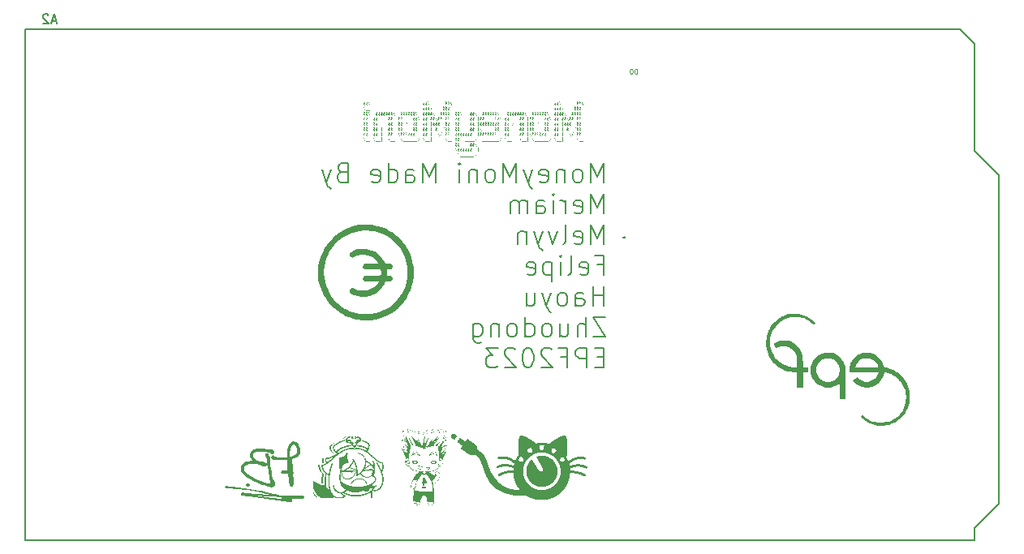
<source format=gbr>
%TF.GenerationSoftware,KiCad,Pcbnew,7.0.5*%
%TF.CreationDate,2023-10-27T17:22:17+01:00*%
%TF.ProjectId,OptiprodV2,4f707469-7072-46f6-9456-322e6b696361,rev?*%
%TF.SameCoordinates,Original*%
%TF.FileFunction,Legend,Bot*%
%TF.FilePolarity,Positive*%
%FSLAX46Y46*%
G04 Gerber Fmt 4.6, Leading zero omitted, Abs format (unit mm)*
G04 Created by KiCad (PCBNEW 7.0.5) date 2023-10-27 17:22:17*
%MOMM*%
%LPD*%
G01*
G04 APERTURE LIST*
%ADD10C,0.150000*%
%ADD11C,0.075000*%
G04 APERTURE END LIST*
D10*
X155889125Y-71867438D02*
X155889125Y-69867438D01*
X155889125Y-69867438D02*
X155222458Y-71296009D01*
X155222458Y-71296009D02*
X154555792Y-69867438D01*
X154555792Y-69867438D02*
X154555792Y-71867438D01*
X153317697Y-71867438D02*
X153508173Y-71772200D01*
X153508173Y-71772200D02*
X153603411Y-71676961D01*
X153603411Y-71676961D02*
X153698649Y-71486485D01*
X153698649Y-71486485D02*
X153698649Y-70915057D01*
X153698649Y-70915057D02*
X153603411Y-70724580D01*
X153603411Y-70724580D02*
X153508173Y-70629342D01*
X153508173Y-70629342D02*
X153317697Y-70534104D01*
X153317697Y-70534104D02*
X153031982Y-70534104D01*
X153031982Y-70534104D02*
X152841506Y-70629342D01*
X152841506Y-70629342D02*
X152746268Y-70724580D01*
X152746268Y-70724580D02*
X152651030Y-70915057D01*
X152651030Y-70915057D02*
X152651030Y-71486485D01*
X152651030Y-71486485D02*
X152746268Y-71676961D01*
X152746268Y-71676961D02*
X152841506Y-71772200D01*
X152841506Y-71772200D02*
X153031982Y-71867438D01*
X153031982Y-71867438D02*
X153317697Y-71867438D01*
X151793887Y-70534104D02*
X151793887Y-71867438D01*
X151793887Y-70724580D02*
X151698649Y-70629342D01*
X151698649Y-70629342D02*
X151508173Y-70534104D01*
X151508173Y-70534104D02*
X151222458Y-70534104D01*
X151222458Y-70534104D02*
X151031982Y-70629342D01*
X151031982Y-70629342D02*
X150936744Y-70819819D01*
X150936744Y-70819819D02*
X150936744Y-71867438D01*
X149222458Y-71772200D02*
X149412934Y-71867438D01*
X149412934Y-71867438D02*
X149793887Y-71867438D01*
X149793887Y-71867438D02*
X149984363Y-71772200D01*
X149984363Y-71772200D02*
X150079601Y-71581723D01*
X150079601Y-71581723D02*
X150079601Y-70819819D01*
X150079601Y-70819819D02*
X149984363Y-70629342D01*
X149984363Y-70629342D02*
X149793887Y-70534104D01*
X149793887Y-70534104D02*
X149412934Y-70534104D01*
X149412934Y-70534104D02*
X149222458Y-70629342D01*
X149222458Y-70629342D02*
X149127220Y-70819819D01*
X149127220Y-70819819D02*
X149127220Y-71010295D01*
X149127220Y-71010295D02*
X150079601Y-71200771D01*
X148460553Y-70534104D02*
X147984363Y-71867438D01*
X147508172Y-70534104D02*
X147984363Y-71867438D01*
X147984363Y-71867438D02*
X148174839Y-72343628D01*
X148174839Y-72343628D02*
X148270077Y-72438866D01*
X148270077Y-72438866D02*
X148460553Y-72534104D01*
X146746267Y-71867438D02*
X146746267Y-69867438D01*
X146746267Y-69867438D02*
X146079600Y-71296009D01*
X146079600Y-71296009D02*
X145412934Y-69867438D01*
X145412934Y-69867438D02*
X145412934Y-71867438D01*
X144174839Y-71867438D02*
X144365315Y-71772200D01*
X144365315Y-71772200D02*
X144460553Y-71676961D01*
X144460553Y-71676961D02*
X144555791Y-71486485D01*
X144555791Y-71486485D02*
X144555791Y-70915057D01*
X144555791Y-70915057D02*
X144460553Y-70724580D01*
X144460553Y-70724580D02*
X144365315Y-70629342D01*
X144365315Y-70629342D02*
X144174839Y-70534104D01*
X144174839Y-70534104D02*
X143889124Y-70534104D01*
X143889124Y-70534104D02*
X143698648Y-70629342D01*
X143698648Y-70629342D02*
X143603410Y-70724580D01*
X143603410Y-70724580D02*
X143508172Y-70915057D01*
X143508172Y-70915057D02*
X143508172Y-71486485D01*
X143508172Y-71486485D02*
X143603410Y-71676961D01*
X143603410Y-71676961D02*
X143698648Y-71772200D01*
X143698648Y-71772200D02*
X143889124Y-71867438D01*
X143889124Y-71867438D02*
X144174839Y-71867438D01*
X142651029Y-70534104D02*
X142651029Y-71867438D01*
X142651029Y-70724580D02*
X142555791Y-70629342D01*
X142555791Y-70629342D02*
X142365315Y-70534104D01*
X142365315Y-70534104D02*
X142079600Y-70534104D01*
X142079600Y-70534104D02*
X141889124Y-70629342D01*
X141889124Y-70629342D02*
X141793886Y-70819819D01*
X141793886Y-70819819D02*
X141793886Y-71867438D01*
X140841505Y-71867438D02*
X140841505Y-70534104D01*
X140841505Y-69867438D02*
X140936743Y-69962676D01*
X140936743Y-69962676D02*
X140841505Y-70057914D01*
X140841505Y-70057914D02*
X140746267Y-69962676D01*
X140746267Y-69962676D02*
X140841505Y-69867438D01*
X140841505Y-69867438D02*
X140841505Y-70057914D01*
X138365314Y-71867438D02*
X138365314Y-69867438D01*
X138365314Y-69867438D02*
X137698647Y-71296009D01*
X137698647Y-71296009D02*
X137031981Y-69867438D01*
X137031981Y-69867438D02*
X137031981Y-71867438D01*
X135222457Y-71867438D02*
X135222457Y-70819819D01*
X135222457Y-70819819D02*
X135317695Y-70629342D01*
X135317695Y-70629342D02*
X135508171Y-70534104D01*
X135508171Y-70534104D02*
X135889124Y-70534104D01*
X135889124Y-70534104D02*
X136079600Y-70629342D01*
X135222457Y-71772200D02*
X135412933Y-71867438D01*
X135412933Y-71867438D02*
X135889124Y-71867438D01*
X135889124Y-71867438D02*
X136079600Y-71772200D01*
X136079600Y-71772200D02*
X136174838Y-71581723D01*
X136174838Y-71581723D02*
X136174838Y-71391247D01*
X136174838Y-71391247D02*
X136079600Y-71200771D01*
X136079600Y-71200771D02*
X135889124Y-71105533D01*
X135889124Y-71105533D02*
X135412933Y-71105533D01*
X135412933Y-71105533D02*
X135222457Y-71010295D01*
X133412933Y-71867438D02*
X133412933Y-69867438D01*
X133412933Y-71772200D02*
X133603409Y-71867438D01*
X133603409Y-71867438D02*
X133984362Y-71867438D01*
X133984362Y-71867438D02*
X134174838Y-71772200D01*
X134174838Y-71772200D02*
X134270076Y-71676961D01*
X134270076Y-71676961D02*
X134365314Y-71486485D01*
X134365314Y-71486485D02*
X134365314Y-70915057D01*
X134365314Y-70915057D02*
X134270076Y-70724580D01*
X134270076Y-70724580D02*
X134174838Y-70629342D01*
X134174838Y-70629342D02*
X133984362Y-70534104D01*
X133984362Y-70534104D02*
X133603409Y-70534104D01*
X133603409Y-70534104D02*
X133412933Y-70629342D01*
X131698647Y-71772200D02*
X131889123Y-71867438D01*
X131889123Y-71867438D02*
X132270076Y-71867438D01*
X132270076Y-71867438D02*
X132460552Y-71772200D01*
X132460552Y-71772200D02*
X132555790Y-71581723D01*
X132555790Y-71581723D02*
X132555790Y-70819819D01*
X132555790Y-70819819D02*
X132460552Y-70629342D01*
X132460552Y-70629342D02*
X132270076Y-70534104D01*
X132270076Y-70534104D02*
X131889123Y-70534104D01*
X131889123Y-70534104D02*
X131698647Y-70629342D01*
X131698647Y-70629342D02*
X131603409Y-70819819D01*
X131603409Y-70819819D02*
X131603409Y-71010295D01*
X131603409Y-71010295D02*
X132555790Y-71200771D01*
X128555789Y-70819819D02*
X128270075Y-70915057D01*
X128270075Y-70915057D02*
X128174837Y-71010295D01*
X128174837Y-71010295D02*
X128079599Y-71200771D01*
X128079599Y-71200771D02*
X128079599Y-71486485D01*
X128079599Y-71486485D02*
X128174837Y-71676961D01*
X128174837Y-71676961D02*
X128270075Y-71772200D01*
X128270075Y-71772200D02*
X128460551Y-71867438D01*
X128460551Y-71867438D02*
X129222456Y-71867438D01*
X129222456Y-71867438D02*
X129222456Y-69867438D01*
X129222456Y-69867438D02*
X128555789Y-69867438D01*
X128555789Y-69867438D02*
X128365313Y-69962676D01*
X128365313Y-69962676D02*
X128270075Y-70057914D01*
X128270075Y-70057914D02*
X128174837Y-70248390D01*
X128174837Y-70248390D02*
X128174837Y-70438866D01*
X128174837Y-70438866D02*
X128270075Y-70629342D01*
X128270075Y-70629342D02*
X128365313Y-70724580D01*
X128365313Y-70724580D02*
X128555789Y-70819819D01*
X128555789Y-70819819D02*
X129222456Y-70819819D01*
X127412932Y-70534104D02*
X126936742Y-71867438D01*
X126460551Y-70534104D02*
X126936742Y-71867438D01*
X126936742Y-71867438D02*
X127127218Y-72343628D01*
X127127218Y-72343628D02*
X127222456Y-72438866D01*
X127222456Y-72438866D02*
X127412932Y-72534104D01*
X155889125Y-75087438D02*
X155889125Y-73087438D01*
X155889125Y-73087438D02*
X155222458Y-74516009D01*
X155222458Y-74516009D02*
X154555792Y-73087438D01*
X154555792Y-73087438D02*
X154555792Y-75087438D01*
X152841506Y-74992200D02*
X153031982Y-75087438D01*
X153031982Y-75087438D02*
X153412935Y-75087438D01*
X153412935Y-75087438D02*
X153603411Y-74992200D01*
X153603411Y-74992200D02*
X153698649Y-74801723D01*
X153698649Y-74801723D02*
X153698649Y-74039819D01*
X153698649Y-74039819D02*
X153603411Y-73849342D01*
X153603411Y-73849342D02*
X153412935Y-73754104D01*
X153412935Y-73754104D02*
X153031982Y-73754104D01*
X153031982Y-73754104D02*
X152841506Y-73849342D01*
X152841506Y-73849342D02*
X152746268Y-74039819D01*
X152746268Y-74039819D02*
X152746268Y-74230295D01*
X152746268Y-74230295D02*
X153698649Y-74420771D01*
X151889125Y-75087438D02*
X151889125Y-73754104D01*
X151889125Y-74135057D02*
X151793887Y-73944580D01*
X151793887Y-73944580D02*
X151698649Y-73849342D01*
X151698649Y-73849342D02*
X151508173Y-73754104D01*
X151508173Y-73754104D02*
X151317696Y-73754104D01*
X150651030Y-75087438D02*
X150651030Y-73754104D01*
X150651030Y-73087438D02*
X150746268Y-73182676D01*
X150746268Y-73182676D02*
X150651030Y-73277914D01*
X150651030Y-73277914D02*
X150555792Y-73182676D01*
X150555792Y-73182676D02*
X150651030Y-73087438D01*
X150651030Y-73087438D02*
X150651030Y-73277914D01*
X148841506Y-75087438D02*
X148841506Y-74039819D01*
X148841506Y-74039819D02*
X148936744Y-73849342D01*
X148936744Y-73849342D02*
X149127220Y-73754104D01*
X149127220Y-73754104D02*
X149508173Y-73754104D01*
X149508173Y-73754104D02*
X149698649Y-73849342D01*
X148841506Y-74992200D02*
X149031982Y-75087438D01*
X149031982Y-75087438D02*
X149508173Y-75087438D01*
X149508173Y-75087438D02*
X149698649Y-74992200D01*
X149698649Y-74992200D02*
X149793887Y-74801723D01*
X149793887Y-74801723D02*
X149793887Y-74611247D01*
X149793887Y-74611247D02*
X149698649Y-74420771D01*
X149698649Y-74420771D02*
X149508173Y-74325533D01*
X149508173Y-74325533D02*
X149031982Y-74325533D01*
X149031982Y-74325533D02*
X148841506Y-74230295D01*
X147889125Y-75087438D02*
X147889125Y-73754104D01*
X147889125Y-73944580D02*
X147793887Y-73849342D01*
X147793887Y-73849342D02*
X147603411Y-73754104D01*
X147603411Y-73754104D02*
X147317696Y-73754104D01*
X147317696Y-73754104D02*
X147127220Y-73849342D01*
X147127220Y-73849342D02*
X147031982Y-74039819D01*
X147031982Y-74039819D02*
X147031982Y-75087438D01*
X147031982Y-74039819D02*
X146936744Y-73849342D01*
X146936744Y-73849342D02*
X146746268Y-73754104D01*
X146746268Y-73754104D02*
X146460554Y-73754104D01*
X146460554Y-73754104D02*
X146270077Y-73849342D01*
X146270077Y-73849342D02*
X146174839Y-74039819D01*
X146174839Y-74039819D02*
X146174839Y-75087438D01*
X155889125Y-78307438D02*
X155889125Y-76307438D01*
X155889125Y-76307438D02*
X155222458Y-77736009D01*
X155222458Y-77736009D02*
X154555792Y-76307438D01*
X154555792Y-76307438D02*
X154555792Y-78307438D01*
X152841506Y-78212200D02*
X153031982Y-78307438D01*
X153031982Y-78307438D02*
X153412935Y-78307438D01*
X153412935Y-78307438D02*
X153603411Y-78212200D01*
X153603411Y-78212200D02*
X153698649Y-78021723D01*
X153698649Y-78021723D02*
X153698649Y-77259819D01*
X153698649Y-77259819D02*
X153603411Y-77069342D01*
X153603411Y-77069342D02*
X153412935Y-76974104D01*
X153412935Y-76974104D02*
X153031982Y-76974104D01*
X153031982Y-76974104D02*
X152841506Y-77069342D01*
X152841506Y-77069342D02*
X152746268Y-77259819D01*
X152746268Y-77259819D02*
X152746268Y-77450295D01*
X152746268Y-77450295D02*
X153698649Y-77640771D01*
X151603411Y-78307438D02*
X151793887Y-78212200D01*
X151793887Y-78212200D02*
X151889125Y-78021723D01*
X151889125Y-78021723D02*
X151889125Y-76307438D01*
X151031982Y-76974104D02*
X150555792Y-78307438D01*
X150555792Y-78307438D02*
X150079601Y-76974104D01*
X149508172Y-76974104D02*
X149031982Y-78307438D01*
X148555791Y-76974104D02*
X149031982Y-78307438D01*
X149031982Y-78307438D02*
X149222458Y-78783628D01*
X149222458Y-78783628D02*
X149317696Y-78878866D01*
X149317696Y-78878866D02*
X149508172Y-78974104D01*
X147793886Y-76974104D02*
X147793886Y-78307438D01*
X147793886Y-77164580D02*
X147698648Y-77069342D01*
X147698648Y-77069342D02*
X147508172Y-76974104D01*
X147508172Y-76974104D02*
X147222457Y-76974104D01*
X147222457Y-76974104D02*
X147031981Y-77069342D01*
X147031981Y-77069342D02*
X146936743Y-77259819D01*
X146936743Y-77259819D02*
X146936743Y-78307438D01*
X155222458Y-80479819D02*
X155889125Y-80479819D01*
X155889125Y-81527438D02*
X155889125Y-79527438D01*
X155889125Y-79527438D02*
X154936744Y-79527438D01*
X153412934Y-81432200D02*
X153603410Y-81527438D01*
X153603410Y-81527438D02*
X153984363Y-81527438D01*
X153984363Y-81527438D02*
X154174839Y-81432200D01*
X154174839Y-81432200D02*
X154270077Y-81241723D01*
X154270077Y-81241723D02*
X154270077Y-80479819D01*
X154270077Y-80479819D02*
X154174839Y-80289342D01*
X154174839Y-80289342D02*
X153984363Y-80194104D01*
X153984363Y-80194104D02*
X153603410Y-80194104D01*
X153603410Y-80194104D02*
X153412934Y-80289342D01*
X153412934Y-80289342D02*
X153317696Y-80479819D01*
X153317696Y-80479819D02*
X153317696Y-80670295D01*
X153317696Y-80670295D02*
X154270077Y-80860771D01*
X152174839Y-81527438D02*
X152365315Y-81432200D01*
X152365315Y-81432200D02*
X152460553Y-81241723D01*
X152460553Y-81241723D02*
X152460553Y-79527438D01*
X151412934Y-81527438D02*
X151412934Y-80194104D01*
X151412934Y-79527438D02*
X151508172Y-79622676D01*
X151508172Y-79622676D02*
X151412934Y-79717914D01*
X151412934Y-79717914D02*
X151317696Y-79622676D01*
X151317696Y-79622676D02*
X151412934Y-79527438D01*
X151412934Y-79527438D02*
X151412934Y-79717914D01*
X150460553Y-80194104D02*
X150460553Y-82194104D01*
X150460553Y-80289342D02*
X150270077Y-80194104D01*
X150270077Y-80194104D02*
X149889124Y-80194104D01*
X149889124Y-80194104D02*
X149698648Y-80289342D01*
X149698648Y-80289342D02*
X149603410Y-80384580D01*
X149603410Y-80384580D02*
X149508172Y-80575057D01*
X149508172Y-80575057D02*
X149508172Y-81146485D01*
X149508172Y-81146485D02*
X149603410Y-81336961D01*
X149603410Y-81336961D02*
X149698648Y-81432200D01*
X149698648Y-81432200D02*
X149889124Y-81527438D01*
X149889124Y-81527438D02*
X150270077Y-81527438D01*
X150270077Y-81527438D02*
X150460553Y-81432200D01*
X147889124Y-81432200D02*
X148079600Y-81527438D01*
X148079600Y-81527438D02*
X148460553Y-81527438D01*
X148460553Y-81527438D02*
X148651029Y-81432200D01*
X148651029Y-81432200D02*
X148746267Y-81241723D01*
X148746267Y-81241723D02*
X148746267Y-80479819D01*
X148746267Y-80479819D02*
X148651029Y-80289342D01*
X148651029Y-80289342D02*
X148460553Y-80194104D01*
X148460553Y-80194104D02*
X148079600Y-80194104D01*
X148079600Y-80194104D02*
X147889124Y-80289342D01*
X147889124Y-80289342D02*
X147793886Y-80479819D01*
X147793886Y-80479819D02*
X147793886Y-80670295D01*
X147793886Y-80670295D02*
X148746267Y-80860771D01*
X155889125Y-84747438D02*
X155889125Y-82747438D01*
X155889125Y-83699819D02*
X154746268Y-83699819D01*
X154746268Y-84747438D02*
X154746268Y-82747438D01*
X152936744Y-84747438D02*
X152936744Y-83699819D01*
X152936744Y-83699819D02*
X153031982Y-83509342D01*
X153031982Y-83509342D02*
X153222458Y-83414104D01*
X153222458Y-83414104D02*
X153603411Y-83414104D01*
X153603411Y-83414104D02*
X153793887Y-83509342D01*
X152936744Y-84652200D02*
X153127220Y-84747438D01*
X153127220Y-84747438D02*
X153603411Y-84747438D01*
X153603411Y-84747438D02*
X153793887Y-84652200D01*
X153793887Y-84652200D02*
X153889125Y-84461723D01*
X153889125Y-84461723D02*
X153889125Y-84271247D01*
X153889125Y-84271247D02*
X153793887Y-84080771D01*
X153793887Y-84080771D02*
X153603411Y-83985533D01*
X153603411Y-83985533D02*
X153127220Y-83985533D01*
X153127220Y-83985533D02*
X152936744Y-83890295D01*
X151698649Y-84747438D02*
X151889125Y-84652200D01*
X151889125Y-84652200D02*
X151984363Y-84556961D01*
X151984363Y-84556961D02*
X152079601Y-84366485D01*
X152079601Y-84366485D02*
X152079601Y-83795057D01*
X152079601Y-83795057D02*
X151984363Y-83604580D01*
X151984363Y-83604580D02*
X151889125Y-83509342D01*
X151889125Y-83509342D02*
X151698649Y-83414104D01*
X151698649Y-83414104D02*
X151412934Y-83414104D01*
X151412934Y-83414104D02*
X151222458Y-83509342D01*
X151222458Y-83509342D02*
X151127220Y-83604580D01*
X151127220Y-83604580D02*
X151031982Y-83795057D01*
X151031982Y-83795057D02*
X151031982Y-84366485D01*
X151031982Y-84366485D02*
X151127220Y-84556961D01*
X151127220Y-84556961D02*
X151222458Y-84652200D01*
X151222458Y-84652200D02*
X151412934Y-84747438D01*
X151412934Y-84747438D02*
X151698649Y-84747438D01*
X150365315Y-83414104D02*
X149889125Y-84747438D01*
X149412934Y-83414104D02*
X149889125Y-84747438D01*
X149889125Y-84747438D02*
X150079601Y-85223628D01*
X150079601Y-85223628D02*
X150174839Y-85318866D01*
X150174839Y-85318866D02*
X150365315Y-85414104D01*
X147793886Y-83414104D02*
X147793886Y-84747438D01*
X148651029Y-83414104D02*
X148651029Y-84461723D01*
X148651029Y-84461723D02*
X148555791Y-84652200D01*
X148555791Y-84652200D02*
X148365315Y-84747438D01*
X148365315Y-84747438D02*
X148079600Y-84747438D01*
X148079600Y-84747438D02*
X147889124Y-84652200D01*
X147889124Y-84652200D02*
X147793886Y-84556961D01*
X156079601Y-85967438D02*
X154746268Y-85967438D01*
X154746268Y-85967438D02*
X156079601Y-87967438D01*
X156079601Y-87967438D02*
X154746268Y-87967438D01*
X153984363Y-87967438D02*
X153984363Y-85967438D01*
X153127220Y-87967438D02*
X153127220Y-86919819D01*
X153127220Y-86919819D02*
X153222458Y-86729342D01*
X153222458Y-86729342D02*
X153412934Y-86634104D01*
X153412934Y-86634104D02*
X153698649Y-86634104D01*
X153698649Y-86634104D02*
X153889125Y-86729342D01*
X153889125Y-86729342D02*
X153984363Y-86824580D01*
X151317696Y-86634104D02*
X151317696Y-87967438D01*
X152174839Y-86634104D02*
X152174839Y-87681723D01*
X152174839Y-87681723D02*
X152079601Y-87872200D01*
X152079601Y-87872200D02*
X151889125Y-87967438D01*
X151889125Y-87967438D02*
X151603410Y-87967438D01*
X151603410Y-87967438D02*
X151412934Y-87872200D01*
X151412934Y-87872200D02*
X151317696Y-87776961D01*
X150079601Y-87967438D02*
X150270077Y-87872200D01*
X150270077Y-87872200D02*
X150365315Y-87776961D01*
X150365315Y-87776961D02*
X150460553Y-87586485D01*
X150460553Y-87586485D02*
X150460553Y-87015057D01*
X150460553Y-87015057D02*
X150365315Y-86824580D01*
X150365315Y-86824580D02*
X150270077Y-86729342D01*
X150270077Y-86729342D02*
X150079601Y-86634104D01*
X150079601Y-86634104D02*
X149793886Y-86634104D01*
X149793886Y-86634104D02*
X149603410Y-86729342D01*
X149603410Y-86729342D02*
X149508172Y-86824580D01*
X149508172Y-86824580D02*
X149412934Y-87015057D01*
X149412934Y-87015057D02*
X149412934Y-87586485D01*
X149412934Y-87586485D02*
X149508172Y-87776961D01*
X149508172Y-87776961D02*
X149603410Y-87872200D01*
X149603410Y-87872200D02*
X149793886Y-87967438D01*
X149793886Y-87967438D02*
X150079601Y-87967438D01*
X147698648Y-87967438D02*
X147698648Y-85967438D01*
X147698648Y-87872200D02*
X147889124Y-87967438D01*
X147889124Y-87967438D02*
X148270077Y-87967438D01*
X148270077Y-87967438D02*
X148460553Y-87872200D01*
X148460553Y-87872200D02*
X148555791Y-87776961D01*
X148555791Y-87776961D02*
X148651029Y-87586485D01*
X148651029Y-87586485D02*
X148651029Y-87015057D01*
X148651029Y-87015057D02*
X148555791Y-86824580D01*
X148555791Y-86824580D02*
X148460553Y-86729342D01*
X148460553Y-86729342D02*
X148270077Y-86634104D01*
X148270077Y-86634104D02*
X147889124Y-86634104D01*
X147889124Y-86634104D02*
X147698648Y-86729342D01*
X146460553Y-87967438D02*
X146651029Y-87872200D01*
X146651029Y-87872200D02*
X146746267Y-87776961D01*
X146746267Y-87776961D02*
X146841505Y-87586485D01*
X146841505Y-87586485D02*
X146841505Y-87015057D01*
X146841505Y-87015057D02*
X146746267Y-86824580D01*
X146746267Y-86824580D02*
X146651029Y-86729342D01*
X146651029Y-86729342D02*
X146460553Y-86634104D01*
X146460553Y-86634104D02*
X146174838Y-86634104D01*
X146174838Y-86634104D02*
X145984362Y-86729342D01*
X145984362Y-86729342D02*
X145889124Y-86824580D01*
X145889124Y-86824580D02*
X145793886Y-87015057D01*
X145793886Y-87015057D02*
X145793886Y-87586485D01*
X145793886Y-87586485D02*
X145889124Y-87776961D01*
X145889124Y-87776961D02*
X145984362Y-87872200D01*
X145984362Y-87872200D02*
X146174838Y-87967438D01*
X146174838Y-87967438D02*
X146460553Y-87967438D01*
X144936743Y-86634104D02*
X144936743Y-87967438D01*
X144936743Y-86824580D02*
X144841505Y-86729342D01*
X144841505Y-86729342D02*
X144651029Y-86634104D01*
X144651029Y-86634104D02*
X144365314Y-86634104D01*
X144365314Y-86634104D02*
X144174838Y-86729342D01*
X144174838Y-86729342D02*
X144079600Y-86919819D01*
X144079600Y-86919819D02*
X144079600Y-87967438D01*
X142270076Y-86634104D02*
X142270076Y-88253152D01*
X142270076Y-88253152D02*
X142365314Y-88443628D01*
X142365314Y-88443628D02*
X142460552Y-88538866D01*
X142460552Y-88538866D02*
X142651029Y-88634104D01*
X142651029Y-88634104D02*
X142936743Y-88634104D01*
X142936743Y-88634104D02*
X143127219Y-88538866D01*
X142270076Y-87872200D02*
X142460552Y-87967438D01*
X142460552Y-87967438D02*
X142841505Y-87967438D01*
X142841505Y-87967438D02*
X143031981Y-87872200D01*
X143031981Y-87872200D02*
X143127219Y-87776961D01*
X143127219Y-87776961D02*
X143222457Y-87586485D01*
X143222457Y-87586485D02*
X143222457Y-87015057D01*
X143222457Y-87015057D02*
X143127219Y-86824580D01*
X143127219Y-86824580D02*
X143031981Y-86729342D01*
X143031981Y-86729342D02*
X142841505Y-86634104D01*
X142841505Y-86634104D02*
X142460552Y-86634104D01*
X142460552Y-86634104D02*
X142270076Y-86729342D01*
X155889125Y-90139819D02*
X155222458Y-90139819D01*
X154936744Y-91187438D02*
X155889125Y-91187438D01*
X155889125Y-91187438D02*
X155889125Y-89187438D01*
X155889125Y-89187438D02*
X154936744Y-89187438D01*
X154079601Y-91187438D02*
X154079601Y-89187438D01*
X154079601Y-89187438D02*
X153317696Y-89187438D01*
X153317696Y-89187438D02*
X153127220Y-89282676D01*
X153127220Y-89282676D02*
X153031982Y-89377914D01*
X153031982Y-89377914D02*
X152936744Y-89568390D01*
X152936744Y-89568390D02*
X152936744Y-89854104D01*
X152936744Y-89854104D02*
X153031982Y-90044580D01*
X153031982Y-90044580D02*
X153127220Y-90139819D01*
X153127220Y-90139819D02*
X153317696Y-90235057D01*
X153317696Y-90235057D02*
X154079601Y-90235057D01*
X151412934Y-90139819D02*
X152079601Y-90139819D01*
X152079601Y-91187438D02*
X152079601Y-89187438D01*
X152079601Y-89187438D02*
X151127220Y-89187438D01*
X150460553Y-89377914D02*
X150365315Y-89282676D01*
X150365315Y-89282676D02*
X150174839Y-89187438D01*
X150174839Y-89187438D02*
X149698648Y-89187438D01*
X149698648Y-89187438D02*
X149508172Y-89282676D01*
X149508172Y-89282676D02*
X149412934Y-89377914D01*
X149412934Y-89377914D02*
X149317696Y-89568390D01*
X149317696Y-89568390D02*
X149317696Y-89758866D01*
X149317696Y-89758866D02*
X149412934Y-90044580D01*
X149412934Y-90044580D02*
X150555791Y-91187438D01*
X150555791Y-91187438D02*
X149317696Y-91187438D01*
X148079601Y-89187438D02*
X147889124Y-89187438D01*
X147889124Y-89187438D02*
X147698648Y-89282676D01*
X147698648Y-89282676D02*
X147603410Y-89377914D01*
X147603410Y-89377914D02*
X147508172Y-89568390D01*
X147508172Y-89568390D02*
X147412934Y-89949342D01*
X147412934Y-89949342D02*
X147412934Y-90425533D01*
X147412934Y-90425533D02*
X147508172Y-90806485D01*
X147508172Y-90806485D02*
X147603410Y-90996961D01*
X147603410Y-90996961D02*
X147698648Y-91092200D01*
X147698648Y-91092200D02*
X147889124Y-91187438D01*
X147889124Y-91187438D02*
X148079601Y-91187438D01*
X148079601Y-91187438D02*
X148270077Y-91092200D01*
X148270077Y-91092200D02*
X148365315Y-90996961D01*
X148365315Y-90996961D02*
X148460553Y-90806485D01*
X148460553Y-90806485D02*
X148555791Y-90425533D01*
X148555791Y-90425533D02*
X148555791Y-89949342D01*
X148555791Y-89949342D02*
X148460553Y-89568390D01*
X148460553Y-89568390D02*
X148365315Y-89377914D01*
X148365315Y-89377914D02*
X148270077Y-89282676D01*
X148270077Y-89282676D02*
X148079601Y-89187438D01*
X146651029Y-89377914D02*
X146555791Y-89282676D01*
X146555791Y-89282676D02*
X146365315Y-89187438D01*
X146365315Y-89187438D02*
X145889124Y-89187438D01*
X145889124Y-89187438D02*
X145698648Y-89282676D01*
X145698648Y-89282676D02*
X145603410Y-89377914D01*
X145603410Y-89377914D02*
X145508172Y-89568390D01*
X145508172Y-89568390D02*
X145508172Y-89758866D01*
X145508172Y-89758866D02*
X145603410Y-90044580D01*
X145603410Y-90044580D02*
X146746267Y-91187438D01*
X146746267Y-91187438D02*
X145508172Y-91187438D01*
X144841505Y-89187438D02*
X143603410Y-89187438D01*
X143603410Y-89187438D02*
X144270077Y-89949342D01*
X144270077Y-89949342D02*
X143984362Y-89949342D01*
X143984362Y-89949342D02*
X143793886Y-90044580D01*
X143793886Y-90044580D02*
X143698648Y-90139819D01*
X143698648Y-90139819D02*
X143603410Y-90330295D01*
X143603410Y-90330295D02*
X143603410Y-90806485D01*
X143603410Y-90806485D02*
X143698648Y-90996961D01*
X143698648Y-90996961D02*
X143793886Y-91092200D01*
X143793886Y-91092200D02*
X143984362Y-91187438D01*
X143984362Y-91187438D02*
X144555791Y-91187438D01*
X144555791Y-91187438D02*
X144746267Y-91092200D01*
X144746267Y-91092200D02*
X144841505Y-90996961D01*
%TO.C,A2*%
X98758285Y-55033104D02*
X98282095Y-55033104D01*
X98853523Y-55318819D02*
X98520190Y-54318819D01*
X98520190Y-54318819D02*
X98186857Y-55318819D01*
X97901142Y-54414057D02*
X97853523Y-54366438D01*
X97853523Y-54366438D02*
X97758285Y-54318819D01*
X97758285Y-54318819D02*
X97520190Y-54318819D01*
X97520190Y-54318819D02*
X97424952Y-54366438D01*
X97424952Y-54366438D02*
X97377333Y-54414057D01*
X97377333Y-54414057D02*
X97329714Y-54509295D01*
X97329714Y-54509295D02*
X97329714Y-54604533D01*
X97329714Y-54604533D02*
X97377333Y-54747390D01*
X97377333Y-54747390D02*
X97948761Y-55318819D01*
X97948761Y-55318819D02*
X97329714Y-55318819D01*
X157988000Y-77575580D02*
X158035619Y-77623200D01*
X158035619Y-77623200D02*
X157988000Y-77670819D01*
X157988000Y-77670819D02*
X157940381Y-77623200D01*
X157940381Y-77623200D02*
X157988000Y-77575580D01*
X157988000Y-77575580D02*
X157988000Y-77670819D01*
D11*
X159373047Y-60552409D02*
X159373047Y-60052409D01*
X159373047Y-60052409D02*
X159253999Y-60052409D01*
X159253999Y-60052409D02*
X159182571Y-60076219D01*
X159182571Y-60076219D02*
X159134952Y-60123838D01*
X159134952Y-60123838D02*
X159111142Y-60171457D01*
X159111142Y-60171457D02*
X159087333Y-60266695D01*
X159087333Y-60266695D02*
X159087333Y-60338123D01*
X159087333Y-60338123D02*
X159111142Y-60433361D01*
X159111142Y-60433361D02*
X159134952Y-60480980D01*
X159134952Y-60480980D02*
X159182571Y-60528600D01*
X159182571Y-60528600D02*
X159253999Y-60552409D01*
X159253999Y-60552409D02*
X159373047Y-60552409D01*
X158777809Y-60052409D02*
X158730190Y-60052409D01*
X158730190Y-60052409D02*
X158682571Y-60076219D01*
X158682571Y-60076219D02*
X158658761Y-60100028D01*
X158658761Y-60100028D02*
X158634952Y-60147647D01*
X158634952Y-60147647D02*
X158611142Y-60242885D01*
X158611142Y-60242885D02*
X158611142Y-60361933D01*
X158611142Y-60361933D02*
X158634952Y-60457171D01*
X158634952Y-60457171D02*
X158658761Y-60504790D01*
X158658761Y-60504790D02*
X158682571Y-60528600D01*
X158682571Y-60528600D02*
X158730190Y-60552409D01*
X158730190Y-60552409D02*
X158777809Y-60552409D01*
X158777809Y-60552409D02*
X158825428Y-60528600D01*
X158825428Y-60528600D02*
X158849237Y-60504790D01*
X158849237Y-60504790D02*
X158873047Y-60457171D01*
X158873047Y-60457171D02*
X158896856Y-60361933D01*
X158896856Y-60361933D02*
X158896856Y-60242885D01*
X158896856Y-60242885D02*
X158873047Y-60147647D01*
X158873047Y-60147647D02*
X158849237Y-60100028D01*
X158849237Y-60100028D02*
X158825428Y-60076219D01*
X158825428Y-60076219D02*
X158777809Y-60052409D01*
D10*
X95504000Y-55880000D02*
X95504000Y-109220000D01*
X95504000Y-55880000D02*
X193040000Y-55880000D01*
X95504000Y-109220000D02*
X194564000Y-109220000D01*
X193040000Y-55880000D02*
X194564000Y-57404000D01*
X194564000Y-68580000D02*
X194564000Y-57404000D01*
X194564000Y-107950000D02*
X197104000Y-105410000D01*
X194564000Y-109220000D02*
X194564000Y-107950000D01*
X197104000Y-71120000D02*
X194564000Y-68580000D01*
X197104000Y-105410000D02*
X197104000Y-71120000D01*
%TO.C,G:jgggjfuy*%
G36*
X138008255Y-105531203D02*
G01*
X138008267Y-105535432D01*
X138004717Y-105539293D01*
X137987544Y-105545889D01*
X137958092Y-105553107D01*
X137918539Y-105560439D01*
X137871064Y-105567378D01*
X137869897Y-105567529D01*
X137824129Y-105572620D01*
X137789599Y-105574753D01*
X137767798Y-105573891D01*
X137760215Y-105570000D01*
X137760383Y-105569541D01*
X137769731Y-105566414D01*
X137790548Y-105563727D01*
X137818875Y-105562020D01*
X137855918Y-105558955D01*
X137900022Y-105552457D01*
X137940168Y-105544020D01*
X137957772Y-105539511D01*
X137983978Y-105532891D01*
X137999121Y-105529553D01*
X138006209Y-105529117D01*
X138008255Y-105531203D01*
G37*
G36*
X137358408Y-103711331D02*
G01*
X137358709Y-103721578D01*
X137358921Y-103752856D01*
X137358052Y-103777344D01*
X137356229Y-103790449D01*
X137356039Y-103790895D01*
X137352253Y-103794523D01*
X137343561Y-103797161D01*
X137328115Y-103798880D01*
X137304066Y-103799752D01*
X137269567Y-103799848D01*
X137222768Y-103799241D01*
X137161823Y-103798002D01*
X137128173Y-103797166D01*
X137076612Y-103795531D01*
X137031353Y-103793669D01*
X136994821Y-103791699D01*
X136969441Y-103789741D01*
X136957639Y-103787914D01*
X136954841Y-103786569D01*
X136948979Y-103780465D01*
X136945846Y-103768395D01*
X136944910Y-103747027D01*
X136945635Y-103713029D01*
X136947934Y-103644000D01*
X137151998Y-103644000D01*
X137356062Y-103644000D01*
X137358408Y-103711331D01*
G37*
G36*
X136481552Y-101099803D02*
G01*
X136463079Y-101144104D01*
X136455849Y-101156929D01*
X136423644Y-101199805D01*
X136383096Y-101232956D01*
X136331931Y-101257922D01*
X136267872Y-101276243D01*
X136240348Y-101281342D01*
X136160956Y-101285724D01*
X136083962Y-101274322D01*
X136009670Y-101247169D01*
X135998421Y-101241160D01*
X135967273Y-101219716D01*
X135935662Y-101192427D01*
X135907123Y-101162830D01*
X135885192Y-101134462D01*
X135873406Y-101110860D01*
X135869382Y-101085091D01*
X135869613Y-101080692D01*
X136015640Y-101080692D01*
X136021238Y-101102277D01*
X136038040Y-101128367D01*
X136062476Y-101152764D01*
X136090921Y-101171111D01*
X136101626Y-101175192D01*
X136135572Y-101181660D01*
X136175982Y-101183319D01*
X136216620Y-101180132D01*
X136251252Y-101172063D01*
X136277576Y-101160568D01*
X136309106Y-101140401D01*
X136333104Y-101117470D01*
X136347014Y-101094368D01*
X136348279Y-101073685D01*
X136342182Y-101064660D01*
X136319877Y-101052749D01*
X136282453Y-101044052D01*
X136230270Y-101038641D01*
X136163687Y-101036589D01*
X136130017Y-101036775D01*
X136084262Y-101038956D01*
X136051664Y-101043926D01*
X136030506Y-101052198D01*
X136019070Y-101064282D01*
X136015640Y-101080692D01*
X135869613Y-101080692D01*
X135871329Y-101047985D01*
X135880538Y-101013420D01*
X135895853Y-100987733D01*
X135910040Y-100976058D01*
X135944834Y-100959072D01*
X135991190Y-100945635D01*
X136046496Y-100936143D01*
X136108137Y-100930995D01*
X136173500Y-100930589D01*
X136239972Y-100935323D01*
X136296714Y-100943101D01*
X136364168Y-100957585D01*
X136416577Y-100976361D01*
X136454230Y-100999699D01*
X136477417Y-101027872D01*
X136486427Y-101061149D01*
X136484846Y-101073685D01*
X136481552Y-101099803D01*
G37*
G36*
X138424112Y-101104658D02*
G01*
X138404271Y-101143317D01*
X138369724Y-101183738D01*
X138327724Y-101220240D01*
X138270961Y-101253893D01*
X138205770Y-101276100D01*
X138155073Y-101284954D01*
X138095282Y-101285411D01*
X138029854Y-101274995D01*
X138000494Y-101267602D01*
X137940170Y-101245665D01*
X137892406Y-101216710D01*
X137855386Y-101179464D01*
X137827295Y-101132650D01*
X137815743Y-101103342D01*
X137814103Y-101093424D01*
X137948078Y-101093424D01*
X137958171Y-101110999D01*
X137979109Y-101133336D01*
X138015550Y-101159012D01*
X138055341Y-101175871D01*
X138068288Y-101178871D01*
X138104906Y-101183152D01*
X138143739Y-101183224D01*
X138178857Y-101179263D01*
X138204329Y-101171444D01*
X138204481Y-101171365D01*
X138232775Y-101152716D01*
X138256999Y-101129662D01*
X138274782Y-101105431D01*
X138283751Y-101083250D01*
X138281536Y-101066347D01*
X138280814Y-101065271D01*
X138269002Y-101053719D01*
X138250572Y-101045583D01*
X138223197Y-101040409D01*
X138184551Y-101037740D01*
X138132307Y-101037120D01*
X138074458Y-101038446D01*
X138024975Y-101042477D01*
X137988854Y-101049453D01*
X137964813Y-101059632D01*
X137951570Y-101073270D01*
X137948896Y-101078997D01*
X137948078Y-101093424D01*
X137814103Y-101093424D01*
X137809092Y-101063110D01*
X137816785Y-101029482D01*
X137839063Y-101001697D01*
X137876169Y-100978997D01*
X137894520Y-100971110D01*
X137946179Y-100954091D01*
X138004362Y-100942426D01*
X138072072Y-100935618D01*
X138152313Y-100933167D01*
X138179439Y-100933289D01*
X138253084Y-100937039D01*
X138312655Y-100946156D01*
X138359030Y-100960991D01*
X138393085Y-100981895D01*
X138415697Y-101009217D01*
X138427742Y-101043309D01*
X138430089Y-101065727D01*
X138427399Y-101083250D01*
X138424112Y-101104658D01*
G37*
G36*
X138501180Y-100370118D02*
G01*
X138503894Y-100397724D01*
X138503471Y-100416849D01*
X138499430Y-100424000D01*
X138494071Y-100420882D01*
X138479222Y-100408337D01*
X138457974Y-100388408D01*
X138432968Y-100363500D01*
X138395975Y-100327282D01*
X138344144Y-100283708D01*
X138295023Y-100252930D01*
X138245945Y-100234032D01*
X138194241Y-100226095D01*
X138137245Y-100228202D01*
X138072288Y-100239436D01*
X138016549Y-100253854D01*
X137910132Y-100291999D01*
X137800328Y-100344641D01*
X137688167Y-100411317D01*
X137668119Y-100424218D01*
X137642122Y-100440445D01*
X137623251Y-100451597D01*
X137614616Y-100455793D01*
X137609858Y-100455017D01*
X137605584Y-100446463D01*
X137609102Y-100427239D01*
X137620565Y-100395780D01*
X137624756Y-100386833D01*
X137664922Y-100386833D01*
X137668823Y-100386026D01*
X137682841Y-100378596D01*
X137702829Y-100365767D01*
X137774021Y-100321722D01*
X137863543Y-100276693D01*
X137956704Y-100239580D01*
X138049178Y-100212076D01*
X138136641Y-100195875D01*
X138151962Y-100194450D01*
X138220292Y-100197633D01*
X138287461Y-100215731D01*
X138351185Y-100247925D01*
X138409177Y-100293398D01*
X138457477Y-100339453D01*
X138440114Y-100291726D01*
X138426889Y-100257359D01*
X138402729Y-100202354D01*
X138377344Y-100152789D01*
X138352501Y-100112006D01*
X138329967Y-100083352D01*
X138305659Y-100060714D01*
X138262580Y-100032873D01*
X138214103Y-100017249D01*
X138156314Y-100012238D01*
X138149325Y-100012224D01*
X138121292Y-100012844D01*
X138098929Y-100015579D01*
X138077274Y-100021759D01*
X138051368Y-100032714D01*
X138016249Y-100049773D01*
X137933232Y-100097584D01*
X137844467Y-100164819D01*
X137765108Y-100243092D01*
X137697775Y-100330095D01*
X137692334Y-100338338D01*
X137677297Y-100362212D01*
X137667525Y-100379472D01*
X137664922Y-100386833D01*
X137624756Y-100386833D01*
X137640314Y-100353621D01*
X137678689Y-100291293D01*
X137725986Y-100231060D01*
X137780344Y-100174239D01*
X137839905Y-100122151D01*
X137902811Y-100076115D01*
X137967202Y-100037450D01*
X138031219Y-100007474D01*
X138093003Y-99987508D01*
X138150697Y-99978869D01*
X138202439Y-99982877D01*
X138266720Y-100002630D01*
X138322080Y-100031817D01*
X138369659Y-100071683D01*
X138410676Y-100123493D01*
X138446352Y-100188511D01*
X138477910Y-100268000D01*
X138479036Y-100271339D01*
X138488269Y-100303433D01*
X138495811Y-100337524D01*
X138496129Y-100339453D01*
X138501180Y-100370118D01*
G37*
G36*
X137457592Y-103124000D02*
G01*
X137453826Y-103194348D01*
X137452980Y-103208228D01*
X137450373Y-103238250D01*
X137447358Y-103260291D01*
X137444428Y-103270348D01*
X137437610Y-103271982D01*
X137416936Y-103273967D01*
X137385204Y-103275819D01*
X137345123Y-103277386D01*
X137299398Y-103278515D01*
X137160000Y-103281031D01*
X137159912Y-103370515D01*
X137159635Y-103399861D01*
X137158569Y-103437970D01*
X137156895Y-103469717D01*
X137154818Y-103490285D01*
X137149811Y-103520571D01*
X137076881Y-103518285D01*
X137003951Y-103516000D01*
X136999950Y-103396000D01*
X136995949Y-103276000D01*
X136950266Y-103271931D01*
X136930774Y-103269544D01*
X136908770Y-103264940D01*
X136897266Y-103259931D01*
X136896803Y-103259376D01*
X136891616Y-103245227D01*
X136887679Y-103221210D01*
X136885274Y-103192455D01*
X136884682Y-103164090D01*
X136886186Y-103141244D01*
X136890069Y-103129046D01*
X136897863Y-103125331D01*
X136918393Y-103121489D01*
X136945060Y-103120000D01*
X136964224Y-103119241D01*
X136985960Y-103115953D01*
X136996654Y-103110859D01*
X136997563Y-103107389D01*
X136999502Y-103089758D01*
X137001560Y-103059759D01*
X137003604Y-103019789D01*
X137005504Y-102972243D01*
X137006421Y-102942480D01*
X137149847Y-102942480D01*
X137149854Y-102970861D01*
X137150902Y-103003958D01*
X137152800Y-103037694D01*
X137155355Y-103067996D01*
X137158376Y-103090789D01*
X137161670Y-103102000D01*
X137170865Y-103106508D01*
X137191503Y-103110160D01*
X137217654Y-103111879D01*
X137243982Y-103111554D01*
X137265151Y-103109076D01*
X137275828Y-103104337D01*
X137276003Y-103103663D01*
X137272219Y-103093064D01*
X137261572Y-103073201D01*
X137245945Y-103046952D01*
X137227217Y-103017192D01*
X137207271Y-102986798D01*
X137187987Y-102958646D01*
X137171247Y-102935613D01*
X137158932Y-102920574D01*
X137152923Y-102916408D01*
X137151074Y-102922887D01*
X137149847Y-102942480D01*
X137006421Y-102942480D01*
X137007129Y-102919517D01*
X137007947Y-102891521D01*
X137009813Y-102841479D01*
X137011955Y-102798018D01*
X137014229Y-102763491D01*
X137016494Y-102740253D01*
X137018606Y-102730658D01*
X137023091Y-102728816D01*
X137041182Y-102725748D01*
X137069172Y-102723099D01*
X137103228Y-102721294D01*
X137181198Y-102718588D01*
X137203140Y-102745294D01*
X137210177Y-102754265D01*
X137228732Y-102779484D01*
X137253136Y-102813877D01*
X137281526Y-102854714D01*
X137312036Y-102899264D01*
X137342803Y-102944798D01*
X137371963Y-102988585D01*
X137397652Y-103027896D01*
X137418006Y-103060000D01*
X137445013Y-103103663D01*
X137457592Y-103124000D01*
G37*
G36*
X136731874Y-100410180D02*
G01*
X136739064Y-100435265D01*
X136738328Y-100450130D01*
X136737921Y-100450824D01*
X136735725Y-100453204D01*
X136731504Y-100453003D01*
X136722980Y-100448990D01*
X136707877Y-100439937D01*
X136683918Y-100424612D01*
X136648823Y-100401786D01*
X136610850Y-100378068D01*
X136526876Y-100331826D01*
X136439879Y-100291448D01*
X136353385Y-100258355D01*
X136270923Y-100233964D01*
X136196020Y-100219694D01*
X136149801Y-100219057D01*
X136090156Y-100232480D01*
X136028652Y-100261655D01*
X135965410Y-100306523D01*
X135900555Y-100367020D01*
X135892407Y-100375375D01*
X135870987Y-100396128D01*
X135854289Y-100410577D01*
X135845381Y-100416000D01*
X135845046Y-100415979D01*
X135840742Y-100408120D01*
X135840215Y-100388382D01*
X135843008Y-100360135D01*
X135848665Y-100326748D01*
X135849755Y-100321998D01*
X135892767Y-100321998D01*
X135897682Y-100322378D01*
X135909684Y-100312497D01*
X135929065Y-100293508D01*
X135953882Y-100270645D01*
X136013160Y-100230145D01*
X136077798Y-100204556D01*
X136148597Y-100193514D01*
X136185225Y-100193148D01*
X136266307Y-100201562D01*
X136352434Y-100221663D01*
X136440601Y-100252658D01*
X136527801Y-100293752D01*
X136539554Y-100300101D01*
X136576182Y-100320490D01*
X136611010Y-100340638D01*
X136637836Y-100356980D01*
X136657913Y-100369235D01*
X136673772Y-100377700D01*
X136679849Y-100379208D01*
X136679671Y-100377856D01*
X136672998Y-100364191D01*
X136658273Y-100341907D01*
X136637683Y-100313818D01*
X136613417Y-100282739D01*
X136587660Y-100251487D01*
X136562599Y-100222875D01*
X136540422Y-100199720D01*
X136534607Y-100194083D01*
X136481536Y-100145642D01*
X136431485Y-100106520D01*
X136379277Y-100073002D01*
X136319736Y-100041373D01*
X136286926Y-100025632D01*
X136259566Y-100014134D01*
X136237126Y-100007638D01*
X136214778Y-100004785D01*
X136187694Y-100004216D01*
X136178808Y-100004375D01*
X136122648Y-100012118D01*
X136072632Y-100032014D01*
X136027937Y-100064806D01*
X135987739Y-100111239D01*
X135951212Y-100172055D01*
X135917534Y-100248000D01*
X135903029Y-100285848D01*
X135894646Y-100310206D01*
X135892767Y-100321998D01*
X135849755Y-100321998D01*
X135856732Y-100291593D01*
X135866750Y-100258038D01*
X135885699Y-100208184D01*
X135922798Y-100134178D01*
X135965672Y-100074512D01*
X136014111Y-100029457D01*
X136067904Y-99999283D01*
X136090995Y-99990915D01*
X136118420Y-99984317D01*
X136150029Y-99981045D01*
X136191695Y-99980194D01*
X136207860Y-99980287D01*
X136242282Y-99981596D01*
X136269041Y-99985331D01*
X136294178Y-99992606D01*
X136323737Y-100004534D01*
X136395403Y-100041247D01*
X136474205Y-100093925D01*
X136549078Y-100156322D01*
X136616301Y-100225306D01*
X136672154Y-100297746D01*
X136675295Y-100302486D01*
X136698736Y-100340903D01*
X136718014Y-100377764D01*
X136718631Y-100379208D01*
X136731874Y-100410180D01*
G37*
G36*
X137755645Y-101703130D02*
G01*
X137733458Y-101732947D01*
X137698777Y-101769187D01*
X137698493Y-101769462D01*
X137660694Y-101802096D01*
X137620359Y-101828225D01*
X137574808Y-101848847D01*
X137521362Y-101864956D01*
X137457342Y-101877548D01*
X137380070Y-101887618D01*
X137350462Y-101890845D01*
X137316451Y-101894643D01*
X137290300Y-101897669D01*
X137276037Y-101899465D01*
X137265624Y-101900617D01*
X137233994Y-101902234D01*
X137192826Y-101902802D01*
X137146479Y-101902382D01*
X137099313Y-101901036D01*
X137055686Y-101898827D01*
X137019956Y-101895816D01*
X136940625Y-101885838D01*
X136833087Y-101867875D01*
X136740895Y-101846458D01*
X136663865Y-101821525D01*
X136601813Y-101793011D01*
X136554555Y-101760854D01*
X136521908Y-101724991D01*
X136501860Y-101690999D01*
X136487433Y-101652032D01*
X136481498Y-101608787D01*
X136482837Y-101556000D01*
X136483648Y-101548249D01*
X136528774Y-101548249D01*
X136529203Y-101612703D01*
X136540969Y-101666889D01*
X136564938Y-101712208D01*
X136601976Y-101750062D01*
X136652951Y-101781854D01*
X136718729Y-101808986D01*
X136720010Y-101809426D01*
X136752518Y-101819873D01*
X136773264Y-101823429D01*
X136785311Y-101819020D01*
X136789830Y-101809537D01*
X136815188Y-101809537D01*
X136815830Y-101829153D01*
X136819300Y-101836520D01*
X136828714Y-101838854D01*
X136852352Y-101843322D01*
X136884893Y-101848745D01*
X136922329Y-101854513D01*
X136960656Y-101860014D01*
X136995867Y-101864636D01*
X137023957Y-101867768D01*
X137049150Y-101870288D01*
X137081484Y-101873892D01*
X137105966Y-101877031D01*
X137109648Y-101877531D01*
X137130646Y-101877628D01*
X137139494Y-101870700D01*
X137139607Y-101870332D01*
X137140369Y-101866417D01*
X137160000Y-101866417D01*
X137160001Y-101866528D01*
X137163017Y-101874786D01*
X137174449Y-101878414D01*
X137198012Y-101878602D01*
X137210221Y-101878059D01*
X137247749Y-101875617D01*
X137290886Y-101871978D01*
X137336551Y-101867493D01*
X137381664Y-101862514D01*
X137423144Y-101857393D01*
X137457911Y-101852481D01*
X137482883Y-101848131D01*
X137494982Y-101844694D01*
X137495376Y-101844352D01*
X137498789Y-101833375D01*
X137501415Y-101812438D01*
X137522463Y-101812438D01*
X137523557Y-101832337D01*
X137525806Y-101839583D01*
X137532856Y-101837749D01*
X137551425Y-101831475D01*
X137576131Y-101822353D01*
X137582097Y-101819962D01*
X137611360Y-101804511D01*
X137642131Y-101781330D01*
X137678164Y-101747673D01*
X137695244Y-101730230D01*
X137716365Y-101707297D01*
X137730822Y-101689840D01*
X137736182Y-101680671D01*
X137736157Y-101680353D01*
X137729705Y-101676471D01*
X137711000Y-101674134D01*
X137678809Y-101673260D01*
X137662618Y-101673435D01*
X137631900Y-101673767D01*
X137527618Y-101676000D01*
X137523556Y-101758000D01*
X137522614Y-101783198D01*
X137522463Y-101812438D01*
X137501415Y-101812438D01*
X137501566Y-101811235D01*
X137503138Y-101782282D01*
X137504474Y-101749871D01*
X137506630Y-101719606D01*
X137509117Y-101698717D01*
X137513623Y-101673435D01*
X137458850Y-101668469D01*
X137452217Y-101667861D01*
X137415109Y-101664311D01*
X137371920Y-101660009D01*
X137330691Y-101655751D01*
X137318237Y-101654486D01*
X137280517Y-101651174D01*
X137246415Y-101648866D01*
X137222070Y-101648000D01*
X137186836Y-101648000D01*
X137186189Y-101652941D01*
X137173418Y-101750417D01*
X137172807Y-101755092D01*
X137167811Y-101794464D01*
X137163742Y-101828474D01*
X137161003Y-101853624D01*
X137160000Y-101866417D01*
X137140369Y-101866417D01*
X137142087Y-101857588D01*
X137146021Y-101832663D01*
X137150891Y-101798993D01*
X137156179Y-101760014D01*
X137156667Y-101756301D01*
X137161721Y-101718145D01*
X137166034Y-101686013D01*
X137169164Y-101663185D01*
X137170665Y-101652941D01*
X137163638Y-101649340D01*
X137143092Y-101643091D01*
X137111205Y-101634718D01*
X137070155Y-101624735D01*
X137022121Y-101613658D01*
X136969282Y-101602001D01*
X136913817Y-101590280D01*
X136857905Y-101579010D01*
X136831897Y-101573906D01*
X136831823Y-101580115D01*
X136831430Y-101612953D01*
X136830781Y-101629605D01*
X136828522Y-101662271D01*
X136825064Y-101701742D01*
X136820834Y-101742791D01*
X136817396Y-101776395D01*
X136815188Y-101809537D01*
X136789830Y-101809537D01*
X136791721Y-101805569D01*
X136795559Y-101782000D01*
X136797179Y-101769381D01*
X136801619Y-101736820D01*
X136807197Y-101697532D01*
X136813083Y-101657433D01*
X136816742Y-101631543D01*
X136820367Y-101601400D01*
X136822142Y-101580115D01*
X136821719Y-101571158D01*
X136821585Y-101571058D01*
X136812402Y-101567249D01*
X136791237Y-101559317D01*
X136760988Y-101548291D01*
X136724552Y-101535203D01*
X136684827Y-101521082D01*
X136644709Y-101506960D01*
X136607098Y-101493866D01*
X136574889Y-101482830D01*
X136550982Y-101474884D01*
X136543107Y-101475258D01*
X136537342Y-101485365D01*
X136532976Y-101508490D01*
X136528774Y-101548249D01*
X136483648Y-101548249D01*
X136488241Y-101504343D01*
X136495955Y-101464731D01*
X136505843Y-101440158D01*
X136518024Y-101430190D01*
X136518518Y-101430125D01*
X136531394Y-101432215D01*
X136556533Y-101438836D01*
X136591369Y-101449224D01*
X136633330Y-101462618D01*
X136679849Y-101478253D01*
X136801200Y-101517346D01*
X136951060Y-101557751D01*
X137102130Y-101589335D01*
X137257764Y-101612680D01*
X137421315Y-101628366D01*
X137596138Y-101636974D01*
X137631208Y-101638021D01*
X137679441Y-101639721D01*
X137714816Y-101641589D01*
X137739316Y-101643941D01*
X137754922Y-101647096D01*
X137763615Y-101651370D01*
X137767378Y-101657082D01*
X137768192Y-101664549D01*
X137766554Y-101677902D01*
X137765357Y-101680671D01*
X137755645Y-101703130D01*
G37*
G36*
X139411637Y-100045286D02*
G01*
X139387928Y-100086422D01*
X139340579Y-100175736D01*
X139293542Y-100274533D01*
X139245284Y-100385951D01*
X139225997Y-100431986D01*
X139202469Y-100486553D01*
X139182048Y-100531282D01*
X139163223Y-100569174D01*
X139144481Y-100603231D01*
X139124309Y-100636453D01*
X139101195Y-100671841D01*
X139088398Y-100691094D01*
X139072001Y-100716262D01*
X139060766Y-100734154D01*
X139056598Y-100741783D01*
X139058365Y-100745609D01*
X139066985Y-100759628D01*
X139080363Y-100779647D01*
X139085477Y-100787300D01*
X139118588Y-100852670D01*
X139138271Y-100924857D01*
X139140755Y-100955603D01*
X139144517Y-101002173D01*
X139137320Y-101082928D01*
X139116670Y-101165433D01*
X139082560Y-101248000D01*
X139078875Y-101255338D01*
X139058240Y-101293212D01*
X139036932Y-101325146D01*
X139011036Y-101356484D01*
X138976636Y-101392569D01*
X138937511Y-101429810D01*
X138891984Y-101465956D01*
X138849558Y-101490175D01*
X138807857Y-101503759D01*
X138764506Y-101508000D01*
X138742967Y-101507626D01*
X138717713Y-101506173D01*
X138702170Y-101504000D01*
X138695100Y-101504014D01*
X138687397Y-101511147D01*
X138678899Y-101528497D01*
X138667963Y-101558691D01*
X138653743Y-101596166D01*
X138625449Y-101650931D01*
X138588246Y-101701519D01*
X138539018Y-101752614D01*
X138521985Y-101768108D01*
X138449048Y-101825794D01*
X138364395Y-101881343D01*
X138271409Y-101932838D01*
X138173475Y-101978364D01*
X138073975Y-102016003D01*
X138065955Y-102018642D01*
X137983113Y-102042755D01*
X137890867Y-102064725D01*
X137795172Y-102083256D01*
X137701981Y-102097051D01*
X137623766Y-102106611D01*
X137696739Y-102145144D01*
X137745518Y-102172014D01*
X137817356Y-102214811D01*
X137892516Y-102262768D01*
X137968061Y-102313827D01*
X138041054Y-102365933D01*
X138108555Y-102417031D01*
X138167628Y-102465064D01*
X138215333Y-102507978D01*
X138283533Y-102573895D01*
X138313344Y-102537831D01*
X138343156Y-102501766D01*
X138295749Y-102456669D01*
X138285157Y-102446504D01*
X138265392Y-102426106D01*
X138254294Y-102410620D01*
X138249424Y-102396010D01*
X138248343Y-102378240D01*
X138248395Y-102376114D01*
X138262205Y-102376114D01*
X138268177Y-102399923D01*
X138287027Y-102426732D01*
X138289343Y-102429116D01*
X138312548Y-102448551D01*
X138338053Y-102464732D01*
X138352988Y-102472175D01*
X138370091Y-102478658D01*
X138381077Y-102477893D01*
X138390788Y-102470400D01*
X138399891Y-102451314D01*
X138396687Y-102427328D01*
X138382684Y-102401502D01*
X138359491Y-102376799D01*
X138328717Y-102356180D01*
X138306724Y-102347803D01*
X138282963Y-102347543D01*
X138267628Y-102357817D01*
X138262205Y-102376114D01*
X138248395Y-102376114D01*
X138248556Y-102369464D01*
X138253138Y-102347076D01*
X138265187Y-102333113D01*
X138266370Y-102332277D01*
X138276142Y-102323099D01*
X138277743Y-102311651D01*
X138272238Y-102291659D01*
X138268772Y-102278316D01*
X138266935Y-102235455D01*
X138276112Y-102190399D01*
X138294823Y-102148449D01*
X138321588Y-102114902D01*
X138356468Y-102088953D01*
X138407530Y-102067043D01*
X138461895Y-102059793D01*
X138517000Y-102067822D01*
X138560755Y-102082572D01*
X138631238Y-102117296D01*
X138689111Y-102161861D01*
X138734269Y-102216125D01*
X138766604Y-102279945D01*
X138786009Y-102353177D01*
X138792377Y-102435680D01*
X138791379Y-102451202D01*
X138789179Y-102485398D01*
X138773851Y-102564560D01*
X138746048Y-102652392D01*
X138705977Y-102748362D01*
X138653842Y-102851934D01*
X138589849Y-102962575D01*
X138587058Y-102967118D01*
X138527223Y-103058838D01*
X138469687Y-103135622D01*
X138413722Y-103198207D01*
X138358601Y-103247327D01*
X138303596Y-103283720D01*
X138247978Y-103308121D01*
X138233533Y-103312063D01*
X138185635Y-103315215D01*
X138136730Y-103305304D01*
X138091760Y-103283121D01*
X138083241Y-103277549D01*
X138067180Y-103268416D01*
X138059461Y-103266156D01*
X138059461Y-103271009D01*
X138061680Y-103289362D01*
X138066086Y-103318839D01*
X138072276Y-103356788D01*
X138079847Y-103400551D01*
X138084060Y-103424342D01*
X138091324Y-103465877D01*
X138097660Y-103503256D01*
X138103378Y-103538709D01*
X138108789Y-103574460D01*
X138114202Y-103612740D01*
X138119927Y-103655773D01*
X138126275Y-103705789D01*
X138133555Y-103765013D01*
X138142078Y-103835674D01*
X138152154Y-103920000D01*
X138154585Y-103940550D01*
X138163120Y-104014988D01*
X138170868Y-104085547D01*
X138171534Y-104091610D01*
X138179452Y-104166805D01*
X138186501Y-104236960D01*
X138192304Y-104298464D01*
X138196489Y-104347704D01*
X138198622Y-104378037D01*
X138202143Y-104443324D01*
X138204973Y-104516637D01*
X138207094Y-104595307D01*
X138208014Y-104648856D01*
X138208492Y-104676669D01*
X138209150Y-104758055D01*
X138209053Y-104836798D01*
X138208185Y-104910231D01*
X138206530Y-104975687D01*
X138204071Y-105030499D01*
X138200794Y-105072000D01*
X138198166Y-105094585D01*
X138189628Y-105155014D01*
X138179201Y-105215057D01*
X138178752Y-105217236D01*
X138167560Y-105271605D01*
X138155378Y-105321548D01*
X138143328Y-105361777D01*
X138132571Y-105388000D01*
X138132085Y-105389184D01*
X138124938Y-105403324D01*
X138115853Y-105424156D01*
X138112300Y-105436737D01*
X138107789Y-105446769D01*
X138094515Y-105459546D01*
X138084308Y-105468301D01*
X138084511Y-105472153D01*
X138084899Y-105474640D01*
X138076630Y-105484820D01*
X138060371Y-105500153D01*
X138047850Y-105510555D01*
X138030537Y-105523066D01*
X138020359Y-105527911D01*
X138019139Y-105527140D01*
X138024054Y-105519882D01*
X138038097Y-105507472D01*
X138046775Y-105499183D01*
X138063627Y-105477421D01*
X138079637Y-105451297D01*
X138091596Y-105426299D01*
X138096295Y-105407916D01*
X138094929Y-105404816D01*
X138084479Y-105399001D01*
X138070849Y-105396654D01*
X138062668Y-105399845D01*
X138060100Y-105401245D01*
X138044780Y-105404940D01*
X138018551Y-105409605D01*
X137984701Y-105414798D01*
X137947054Y-105420000D01*
X137946518Y-105420074D01*
X137907289Y-105424988D01*
X137870302Y-105429098D01*
X137838846Y-105431958D01*
X137816207Y-105433126D01*
X137813585Y-105433153D01*
X137754244Y-105434193D01*
X137700380Y-105435915D01*
X137654099Y-105438196D01*
X137617506Y-105440908D01*
X137592708Y-105443926D01*
X137581809Y-105447124D01*
X137578936Y-105454031D01*
X137586873Y-105467880D01*
X137595378Y-105477084D01*
X137605964Y-105490836D01*
X137609771Y-105495765D01*
X137626124Y-105510882D01*
X137648074Y-105527379D01*
X137669873Y-105541137D01*
X137685774Y-105548038D01*
X137693702Y-105549733D01*
X137702171Y-105552387D01*
X137714206Y-105556352D01*
X137736182Y-105559000D01*
X137745454Y-105561039D01*
X137752187Y-105567842D01*
X137748675Y-105571895D01*
X137733596Y-105573363D01*
X137710252Y-105570353D01*
X137682610Y-105563457D01*
X137654638Y-105553268D01*
X137618221Y-105534008D01*
X137580244Y-105501330D01*
X137555982Y-105461147D01*
X137552668Y-105453235D01*
X137541569Y-105430710D01*
X137535273Y-105421072D01*
X137713590Y-105421072D01*
X137720177Y-105424000D01*
X137724413Y-105423422D01*
X137725204Y-105420000D01*
X137824210Y-105420000D01*
X137828211Y-105424000D01*
X137832212Y-105420000D01*
X137828211Y-105416000D01*
X137825544Y-105418666D01*
X137824210Y-105420000D01*
X137725204Y-105420000D01*
X137725512Y-105418666D01*
X137724339Y-105417709D01*
X137714842Y-105418666D01*
X137713590Y-105421072D01*
X137535273Y-105421072D01*
X137531813Y-105415775D01*
X137530909Y-105414617D01*
X137523558Y-105398735D01*
X137513956Y-105369987D01*
X137502725Y-105330845D01*
X137490486Y-105283779D01*
X137477860Y-105231261D01*
X137476102Y-105223387D01*
X137519655Y-105223387D01*
X137524993Y-105245693D01*
X137525906Y-105249390D01*
X137531558Y-105270759D01*
X137539814Y-105300760D01*
X137549230Y-105334120D01*
X137552726Y-105346408D01*
X137560603Y-105374575D01*
X137566078Y-105394857D01*
X137568129Y-105403511D01*
X137568367Y-105404137D01*
X137578515Y-105407098D01*
X137601985Y-105408998D01*
X137636525Y-105409895D01*
X137679881Y-105409843D01*
X137729802Y-105408899D01*
X137784036Y-105407120D01*
X137840329Y-105404561D01*
X137896429Y-105401278D01*
X137950083Y-105397328D01*
X137999040Y-105392768D01*
X138024578Y-105390297D01*
X138055680Y-105388000D01*
X138078204Y-105387212D01*
X138088493Y-105388123D01*
X138092363Y-105388000D01*
X138104298Y-105388000D01*
X138108299Y-105392000D01*
X138112300Y-105388000D01*
X138108299Y-105384000D01*
X138104298Y-105388000D01*
X138092363Y-105388000D01*
X138092961Y-105387981D01*
X138099395Y-105378116D01*
X138099788Y-105376757D01*
X138103911Y-105358344D01*
X138108807Y-105331225D01*
X138113884Y-105299478D01*
X138118548Y-105267180D01*
X138122208Y-105238406D01*
X138124272Y-105217236D01*
X138124146Y-105207745D01*
X138120833Y-105206278D01*
X138105433Y-105205832D01*
X138082533Y-105208288D01*
X138066208Y-105210546D01*
X138022245Y-105215093D01*
X137967688Y-105219318D01*
X137906189Y-105223060D01*
X137841397Y-105226154D01*
X137776964Y-105228439D01*
X137716542Y-105229751D01*
X137663781Y-105229928D01*
X137622333Y-105228806D01*
X137519655Y-105223387D01*
X137476102Y-105223387D01*
X137465466Y-105175763D01*
X137453927Y-105119755D01*
X137443863Y-105065709D01*
X137438462Y-105034935D01*
X137427105Y-104971926D01*
X137417326Y-104921056D01*
X137408509Y-104879737D01*
X137400036Y-104845387D01*
X137391292Y-104815418D01*
X137381659Y-104787247D01*
X137370520Y-104758288D01*
X137357981Y-104728717D01*
X137326478Y-104666754D01*
X137292272Y-104614471D01*
X137256614Y-104573405D01*
X137220754Y-104545097D01*
X137185942Y-104531084D01*
X137185647Y-104531029D01*
X137146292Y-104528083D01*
X137100777Y-104531170D01*
X137056376Y-104539380D01*
X137020362Y-104551803D01*
X136995097Y-104568297D01*
X136961840Y-104601608D01*
X136929635Y-104646173D01*
X136900549Y-104699446D01*
X136900369Y-104699831D01*
X136893314Y-104717163D01*
X136881987Y-104747643D01*
X136867081Y-104789290D01*
X136849289Y-104840127D01*
X136829303Y-104898177D01*
X136807816Y-104961460D01*
X136785520Y-105028000D01*
X136782679Y-105036532D01*
X136752987Y-105125176D01*
X136727661Y-105199642D01*
X136712063Y-105244432D01*
X136706318Y-105260929D01*
X136688578Y-105310040D01*
X136674057Y-105347976D01*
X136662374Y-105375739D01*
X136653146Y-105394329D01*
X136646505Y-105404000D01*
X136645991Y-105404749D01*
X136640528Y-105408000D01*
X136636853Y-105410242D01*
X136636947Y-105412000D01*
X136637446Y-105421312D01*
X136637994Y-105423757D01*
X136639205Y-105429162D01*
X136633286Y-105428896D01*
X136628622Y-105427144D01*
X136628031Y-105433632D01*
X136628380Y-105436467D01*
X136623388Y-105450160D01*
X136611964Y-105467760D01*
X136611763Y-105468000D01*
X136597695Y-105484816D01*
X136584169Y-105496873D01*
X136574974Y-105499479D01*
X136571932Y-105498423D01*
X136569616Y-105504536D01*
X136569166Y-105509230D01*
X136558605Y-105521242D01*
X136537965Y-105533400D01*
X136511162Y-105543672D01*
X136482109Y-105550020D01*
X136444379Y-105553170D01*
X136379074Y-105552847D01*
X136312948Y-105546610D01*
X136254036Y-105534991D01*
X136244082Y-105532165D01*
X136207909Y-105519554D01*
X136174151Y-105504583D01*
X136165892Y-105500000D01*
X136191695Y-105500000D01*
X136195697Y-105504000D01*
X136199698Y-105500000D01*
X136195697Y-105496000D01*
X136191695Y-105500000D01*
X136165892Y-105500000D01*
X136146039Y-105488984D01*
X136126802Y-105474492D01*
X136119673Y-105462842D01*
X136119256Y-105459491D01*
X136114609Y-105458395D01*
X136111545Y-105458669D01*
X136101582Y-105451403D01*
X136089788Y-105438179D01*
X136083330Y-105428472D01*
X136095665Y-105428472D01*
X136095743Y-105429590D01*
X136100375Y-105431352D01*
X136108433Y-105422763D01*
X136110380Y-105418293D01*
X136104904Y-105419236D01*
X136101349Y-105421705D01*
X136095665Y-105428472D01*
X136083330Y-105428472D01*
X136080402Y-105424071D01*
X136077659Y-105414155D01*
X136077868Y-105412311D01*
X136071185Y-105408000D01*
X136068291Y-105407371D01*
X136067656Y-105400000D01*
X136068988Y-105396976D01*
X136065394Y-105392000D01*
X136063501Y-105391172D01*
X136056908Y-105381236D01*
X136083576Y-105381236D01*
X136089643Y-105384000D01*
X136090541Y-105384089D01*
X136100621Y-105392023D01*
X136110774Y-105408874D01*
X136114570Y-105418293D01*
X136115971Y-105421768D01*
X136117357Y-105433840D01*
X136110727Y-105441628D01*
X136110045Y-105442118D01*
X136105346Y-105446790D01*
X136114641Y-105444633D01*
X136119457Y-105443932D01*
X136139581Y-105450316D01*
X136168658Y-105469522D01*
X136186522Y-105483822D01*
X136201818Y-105497695D01*
X136203579Y-105500000D01*
X136207700Y-105505392D01*
X136209894Y-105507897D01*
X136221017Y-105506389D01*
X136228506Y-105504664D01*
X136229008Y-105509894D01*
X136228910Y-105514870D01*
X136240951Y-105513993D01*
X136252517Y-105512729D01*
X136252295Y-105519060D01*
X136251391Y-105520696D01*
X136253357Y-105525364D01*
X136268242Y-105523153D01*
X136282504Y-105521319D01*
X136285682Y-105524833D01*
X136288508Y-105529822D01*
X136302494Y-105532191D01*
X136319171Y-105533169D01*
X136343743Y-105536715D01*
X136347687Y-105537356D01*
X136369908Y-105538325D01*
X136401049Y-105537512D01*
X136436125Y-105535290D01*
X136470150Y-105532031D01*
X136498140Y-105528110D01*
X136515110Y-105523898D01*
X136525228Y-105520964D01*
X136524697Y-105526548D01*
X136523208Y-105531784D01*
X136532058Y-105530795D01*
X136539582Y-105526250D01*
X136535620Y-105519886D01*
X136532205Y-105516928D01*
X136532704Y-105509998D01*
X136541678Y-105506213D01*
X136553809Y-105508810D01*
X136558054Y-105510817D01*
X136557880Y-105508018D01*
X136557105Y-105507006D01*
X136557472Y-105496257D01*
X136566366Y-105486136D01*
X136578402Y-105483164D01*
X136581794Y-105483790D01*
X136582253Y-105482167D01*
X136581513Y-105481196D01*
X136583534Y-105470649D01*
X136584875Y-105468000D01*
X136599824Y-105468000D01*
X136603825Y-105472000D01*
X136607826Y-105468000D01*
X136603825Y-105464000D01*
X136599824Y-105468000D01*
X136584875Y-105468000D01*
X136592226Y-105453478D01*
X136594653Y-105449449D01*
X136603997Y-105432720D01*
X136607796Y-105423757D01*
X136607001Y-105423086D01*
X136595305Y-105421121D01*
X136572550Y-105419579D01*
X136542485Y-105418746D01*
X136522562Y-105418285D01*
X136483416Y-105416494D01*
X136440194Y-105413679D01*
X136419256Y-105412000D01*
X136615829Y-105412000D01*
X136619830Y-105416000D01*
X136623831Y-105412000D01*
X136619830Y-105408000D01*
X136615829Y-105412000D01*
X136419256Y-105412000D01*
X136395762Y-105410116D01*
X136352984Y-105406086D01*
X136334073Y-105404000D01*
X136479786Y-105404000D01*
X136483787Y-105408000D01*
X136487789Y-105404000D01*
X136483787Y-105400000D01*
X136479786Y-105404000D01*
X136334073Y-105404000D01*
X136314726Y-105401866D01*
X136283852Y-105397735D01*
X136274342Y-105396000D01*
X136383756Y-105396000D01*
X136387757Y-105400000D01*
X136391758Y-105396000D01*
X136387757Y-105392000D01*
X136383756Y-105396000D01*
X136274342Y-105396000D01*
X136263227Y-105393972D01*
X136255716Y-105390856D01*
X136254640Y-105388459D01*
X136245338Y-105388483D01*
X136243575Y-105388909D01*
X136227723Y-105388460D01*
X136202545Y-105384916D01*
X136176700Y-105380000D01*
X136279723Y-105380000D01*
X136283724Y-105384000D01*
X136287726Y-105380000D01*
X136283724Y-105376000D01*
X136279723Y-105380000D01*
X136176700Y-105380000D01*
X136173009Y-105379298D01*
X136144084Y-105372629D01*
X136120737Y-105365929D01*
X136107936Y-105360221D01*
X136100462Y-105358104D01*
X136089266Y-105368406D01*
X136087997Y-105370472D01*
X136083576Y-105381236D01*
X136056908Y-105381236D01*
X136056255Y-105380252D01*
X136048807Y-105360704D01*
X136047571Y-105356000D01*
X136119673Y-105356000D01*
X136123674Y-105360000D01*
X136127675Y-105356000D01*
X136123674Y-105352000D01*
X136119673Y-105356000D01*
X136047571Y-105356000D01*
X136042784Y-105337781D01*
X136040270Y-105324000D01*
X136063655Y-105324000D01*
X136067656Y-105328000D01*
X136071658Y-105324000D01*
X136067656Y-105320000D01*
X136063655Y-105324000D01*
X136040270Y-105324000D01*
X136032279Y-105280205D01*
X136024055Y-105209149D01*
X136023185Y-105197069D01*
X136072123Y-105197069D01*
X136073588Y-105222190D01*
X136076434Y-105253891D01*
X136083661Y-105324000D01*
X136131676Y-105337359D01*
X136154335Y-105343813D01*
X136172661Y-105349367D01*
X136179692Y-105351975D01*
X136181371Y-105352537D01*
X136194262Y-105354570D01*
X136206128Y-105356000D01*
X136215703Y-105357154D01*
X136226230Y-105358610D01*
X136245527Y-105363287D01*
X136254398Y-105368588D01*
X136255575Y-105370673D01*
X136264394Y-105371582D01*
X136267885Y-105370968D01*
X136285148Y-105371095D01*
X136313838Y-105372774D01*
X136351018Y-105375812D01*
X136393578Y-105380000D01*
X136393751Y-105380017D01*
X136410283Y-105381784D01*
X136457097Y-105386902D01*
X136500822Y-105391838D01*
X136536308Y-105396000D01*
X136537178Y-105396102D01*
X136561892Y-105399208D01*
X136573145Y-105400571D01*
X136601518Y-105401492D01*
X136615077Y-105396723D01*
X136615670Y-105395818D01*
X136621294Y-105383515D01*
X136630296Y-105361189D01*
X136641129Y-105332989D01*
X136652248Y-105303063D01*
X136662105Y-105275563D01*
X136669153Y-105254636D01*
X136671847Y-105244432D01*
X136671168Y-105244207D01*
X136659311Y-105243238D01*
X136634495Y-105242028D01*
X136599069Y-105240669D01*
X136555385Y-105239254D01*
X136505794Y-105237876D01*
X136407963Y-105233704D01*
X136295500Y-105223794D01*
X136198192Y-105208774D01*
X136116045Y-105188645D01*
X136101038Y-105184418D01*
X136081829Y-105180276D01*
X136072807Y-105180184D01*
X136072229Y-105182358D01*
X136072123Y-105197069D01*
X136023185Y-105197069D01*
X136018083Y-105126186D01*
X136014331Y-105032892D01*
X136012768Y-104930840D01*
X136013366Y-104821606D01*
X136016092Y-104706762D01*
X136020801Y-104590715D01*
X136073028Y-104590715D01*
X136074016Y-104602605D01*
X136081447Y-104610718D01*
X136098297Y-104617696D01*
X136118249Y-104621509D01*
X136123244Y-104528754D01*
X136123294Y-104527833D01*
X136126161Y-104482670D01*
X136130228Y-104428491D01*
X136134958Y-104372025D01*
X136139820Y-104320000D01*
X136140596Y-104312187D01*
X136145238Y-104263965D01*
X136149612Y-104216255D01*
X136153257Y-104174192D01*
X136155713Y-104142909D01*
X136157379Y-104117937D01*
X136157839Y-104096874D01*
X136155524Y-104085364D01*
X136149518Y-104079787D01*
X136138904Y-104076520D01*
X136123802Y-104073778D01*
X136114613Y-104074391D01*
X136113283Y-104077853D01*
X136110202Y-104095320D01*
X136106473Y-104125166D01*
X136102276Y-104165055D01*
X136097789Y-104212653D01*
X136093193Y-104265624D01*
X136088667Y-104321632D01*
X136084390Y-104378344D01*
X136080542Y-104433424D01*
X136077303Y-104484536D01*
X136074851Y-104529345D01*
X136073366Y-104565516D01*
X136073028Y-104590715D01*
X136020801Y-104590715D01*
X136020916Y-104587883D01*
X136027808Y-104466545D01*
X136036738Y-104344320D01*
X136047674Y-104222783D01*
X136060586Y-104103509D01*
X136069046Y-104037783D01*
X136166164Y-104037783D01*
X136316973Y-104067030D01*
X136358820Y-104074846D01*
X136446280Y-104089399D01*
X136498829Y-104096874D01*
X136541711Y-104102974D01*
X136647122Y-104115825D01*
X136764521Y-104128207D01*
X136895917Y-104140374D01*
X136908051Y-104141354D01*
X136949494Y-104143990D01*
X137001340Y-104146540D01*
X137061191Y-104148948D01*
X137126647Y-104151162D01*
X137195308Y-104153127D01*
X137264775Y-104154789D01*
X137332648Y-104156095D01*
X137396528Y-104156991D01*
X137454016Y-104157422D01*
X137502711Y-104157335D01*
X137540215Y-104156676D01*
X137564128Y-104155390D01*
X137583766Y-104153555D01*
X137584742Y-104153468D01*
X138070540Y-104153468D01*
X138070668Y-104169995D01*
X138073750Y-104198542D01*
X138078100Y-104237658D01*
X138083494Y-104293806D01*
X138088770Y-104356023D01*
X138093668Y-104420646D01*
X138097929Y-104484010D01*
X138101294Y-104542453D01*
X138103504Y-104592311D01*
X138104298Y-104629920D01*
X138104314Y-104648350D01*
X138104700Y-104678951D01*
X138106103Y-104697733D01*
X138109179Y-104707581D01*
X138114582Y-104711375D01*
X138122970Y-104712000D01*
X138135527Y-104710876D01*
X138146978Y-104706666D01*
X138148854Y-104702354D01*
X138151192Y-104682665D01*
X138151988Y-104648856D01*
X138151266Y-104602108D01*
X138149052Y-104543597D01*
X138145372Y-104474501D01*
X138140252Y-104396000D01*
X138138237Y-104367346D01*
X138133527Y-104300797D01*
X138129558Y-104248095D01*
X138125993Y-104207703D01*
X138122491Y-104178086D01*
X138118712Y-104157708D01*
X138114317Y-104145033D01*
X138108967Y-104138526D01*
X138102322Y-104136650D01*
X138094041Y-104137870D01*
X138083787Y-104140651D01*
X138081792Y-104141212D01*
X138074028Y-104145146D01*
X138070540Y-104153468D01*
X137584742Y-104153468D01*
X137615505Y-104150726D01*
X137654454Y-104147337D01*
X137696169Y-104143780D01*
X137732269Y-104140536D01*
X137784259Y-104135309D01*
X137837688Y-104129405D01*
X137890074Y-104123148D01*
X137938937Y-104116860D01*
X137981796Y-104110863D01*
X138016170Y-104105479D01*
X138039579Y-104101032D01*
X138049542Y-104097843D01*
X138049788Y-104097534D01*
X138051528Y-104085547D01*
X138051071Y-104059614D01*
X138048610Y-104021464D01*
X138044342Y-103972826D01*
X138038462Y-103915430D01*
X138031164Y-103851006D01*
X138022644Y-103781284D01*
X138013098Y-103707992D01*
X138002720Y-103632861D01*
X137991706Y-103557620D01*
X137980251Y-103484000D01*
X137978338Y-103472061D01*
X137970585Y-103422941D01*
X137963105Y-103374542D01*
X137956669Y-103331887D01*
X137952047Y-103300000D01*
X137943352Y-103240080D01*
X137932435Y-103173238D01*
X137921947Y-103119718D01*
X137911548Y-103078011D01*
X137900896Y-103046608D01*
X137889650Y-103024000D01*
X137888950Y-103022916D01*
X138011423Y-103022916D01*
X138012903Y-103039310D01*
X138017398Y-103065607D01*
X138025005Y-103104693D01*
X138031244Y-103135725D01*
X138038008Y-103165573D01*
X138044547Y-103186091D01*
X138052438Y-103200912D01*
X138063262Y-103213670D01*
X138078598Y-103228000D01*
X138093969Y-103240946D01*
X138120531Y-103260372D01*
X138143215Y-103273790D01*
X138150611Y-103277189D01*
X138173696Y-103285198D01*
X138194884Y-103286138D01*
X138219369Y-103279599D01*
X138252344Y-103265172D01*
X138305022Y-103233144D01*
X138360877Y-103185338D01*
X138418853Y-103122468D01*
X138478653Y-103044888D01*
X138539980Y-102952954D01*
X138602537Y-102847019D01*
X138647897Y-102762125D01*
X138689317Y-102673886D01*
X138719787Y-102593722D01*
X138739626Y-102520029D01*
X138749149Y-102451202D01*
X138748675Y-102385636D01*
X138738521Y-102321724D01*
X138719005Y-102257863D01*
X138714022Y-102245925D01*
X138688121Y-102203674D01*
X138652440Y-102165102D01*
X138609903Y-102131926D01*
X138563430Y-102105868D01*
X138515946Y-102088647D01*
X138470372Y-102081982D01*
X138429632Y-102087593D01*
X138409924Y-102095325D01*
X138366900Y-102122301D01*
X138333260Y-102158413D01*
X138311203Y-102200895D01*
X138302930Y-102246979D01*
X138304293Y-102283148D01*
X138311390Y-102310977D01*
X138326417Y-102332205D01*
X138351523Y-102351452D01*
X138366579Y-102362025D01*
X138387372Y-102379871D01*
X138399762Y-102394825D01*
X138406541Y-102404106D01*
X138428897Y-102421706D01*
X138457316Y-102434841D01*
X138485161Y-102440000D01*
X138497931Y-102441996D01*
X138499949Y-102448766D01*
X138499245Y-102449681D01*
X138485745Y-102453961D01*
X138460418Y-102452419D01*
X138451437Y-102451137D01*
X138434119Y-102450289D01*
X138432383Y-102451314D01*
X138425691Y-102455264D01*
X138421093Y-102468075D01*
X138420537Y-102469963D01*
X138408619Y-102488527D01*
X138388655Y-102504902D01*
X138377936Y-102512630D01*
X138356301Y-102533850D01*
X138337226Y-102558668D01*
X138328077Y-102572131D01*
X138313019Y-102591730D01*
X138307571Y-102598821D01*
X138288684Y-102619685D01*
X138283089Y-102625287D01*
X138269702Y-102641281D01*
X138264348Y-102652077D01*
X138264238Y-102653530D01*
X138259134Y-102669519D01*
X138247652Y-102695392D01*
X138231499Y-102727919D01*
X138212384Y-102763873D01*
X138192015Y-102800023D01*
X138182753Y-102815427D01*
X138172101Y-102833142D01*
X138154349Y-102860000D01*
X138148042Y-102868734D01*
X138120562Y-102904316D01*
X138091458Y-102938775D01*
X138063450Y-102969129D01*
X138039258Y-102992395D01*
X138021600Y-103005589D01*
X138017107Y-103008293D01*
X138012857Y-103013539D01*
X138011423Y-103022916D01*
X137888950Y-103022916D01*
X137886006Y-103018361D01*
X137877230Y-103005482D01*
X137864196Y-102986935D01*
X137846426Y-102962067D01*
X137823442Y-102930224D01*
X137794766Y-102890750D01*
X137759920Y-102842991D01*
X137718427Y-102786294D01*
X137669809Y-102720002D01*
X137613588Y-102643463D01*
X137549286Y-102556020D01*
X137476425Y-102457021D01*
X137429602Y-102393438D01*
X137489445Y-102393438D01*
X137494810Y-102402457D01*
X137509091Y-102422493D01*
X137531147Y-102452030D01*
X137559841Y-102489580D01*
X137594036Y-102533657D01*
X137632596Y-102582772D01*
X137674383Y-102635438D01*
X137674644Y-102635766D01*
X137716534Y-102687943D01*
X137755584Y-102735923D01*
X137790617Y-102778309D01*
X137820456Y-102813705D01*
X137843926Y-102840716D01*
X137859849Y-102857946D01*
X137867049Y-102864000D01*
X137877463Y-102860075D01*
X137893153Y-102846933D01*
X137906559Y-102830099D01*
X137912237Y-102815427D01*
X137912184Y-102815116D01*
X137905655Y-102806025D01*
X137889092Y-102787148D01*
X137863744Y-102759799D01*
X137830863Y-102725290D01*
X137791696Y-102684936D01*
X137747496Y-102640049D01*
X137699511Y-102591943D01*
X137692277Y-102584742D01*
X137645186Y-102538178D01*
X137602119Y-102496122D01*
X137564286Y-102459718D01*
X137532894Y-102430106D01*
X137509152Y-102408428D01*
X137494266Y-102395825D01*
X137489445Y-102393438D01*
X137429602Y-102393438D01*
X137394528Y-102345810D01*
X137351667Y-102287621D01*
X137284757Y-102347132D01*
X137277931Y-102353177D01*
X137238443Y-102386628D01*
X137206803Y-102409915D01*
X137180469Y-102424486D01*
X137156900Y-102431789D01*
X137133552Y-102433273D01*
X137121256Y-102432458D01*
X137102667Y-102428891D01*
X137084742Y-102421011D01*
X137064564Y-102406990D01*
X137039217Y-102385002D01*
X137005786Y-102353218D01*
X136980837Y-102329386D01*
X136960722Y-102311603D01*
X136947460Y-102302524D01*
X136938785Y-102300642D01*
X136932430Y-102304451D01*
X136931235Y-102305891D01*
X136921954Y-102318513D01*
X136904952Y-102342413D01*
X136881227Y-102376148D01*
X136866094Y-102397793D01*
X136851777Y-102418272D01*
X136817599Y-102467342D01*
X136779693Y-102521913D01*
X136739055Y-102580540D01*
X136696685Y-102641778D01*
X136653580Y-102704184D01*
X136610738Y-102766311D01*
X136569157Y-102826717D01*
X136529836Y-102883956D01*
X136493773Y-102936583D01*
X136461965Y-102983155D01*
X136454558Y-102994053D01*
X136435411Y-103022226D01*
X136415109Y-103052352D01*
X136402056Y-103072088D01*
X136392266Y-103088224D01*
X136372839Y-103124356D01*
X136352171Y-103166838D01*
X136332058Y-103211601D01*
X136314299Y-103254573D01*
X136300693Y-103291685D01*
X136293036Y-103318867D01*
X136291870Y-103334362D01*
X136293926Y-103364239D01*
X136299740Y-103397294D01*
X136309200Y-103444241D01*
X136316704Y-103504343D01*
X136317565Y-103556090D01*
X136311603Y-103596465D01*
X136307420Y-103608744D01*
X136292373Y-103637617D01*
X136272786Y-103663029D01*
X136251970Y-103681112D01*
X136233236Y-103688000D01*
X136222991Y-103689208D01*
X136212527Y-103694664D01*
X136212338Y-103694996D01*
X136208482Y-103707990D01*
X136203275Y-103733414D01*
X136197212Y-103768016D01*
X136190788Y-103808545D01*
X136184499Y-103851749D01*
X136178839Y-103894375D01*
X136174303Y-103933173D01*
X136171387Y-103964891D01*
X136166164Y-104037783D01*
X136069046Y-104037783D01*
X136075444Y-103988071D01*
X136080393Y-103951838D01*
X136085559Y-103911633D01*
X136089331Y-103879360D01*
X136091405Y-103857653D01*
X136091477Y-103849146D01*
X136091078Y-103848902D01*
X136080918Y-103849847D01*
X136062869Y-103855075D01*
X136052836Y-103858213D01*
X136002802Y-103864300D01*
X135951769Y-103856237D01*
X135901953Y-103835198D01*
X135855573Y-103802362D01*
X135814845Y-103758905D01*
X135781987Y-103706004D01*
X135775998Y-103693560D01*
X135765381Y-103668020D01*
X135758832Y-103643561D01*
X135755085Y-103614491D01*
X135752874Y-103575116D01*
X135752353Y-103557230D01*
X135777839Y-103557230D01*
X135779089Y-103606576D01*
X135787757Y-103651613D01*
X135803702Y-103694617D01*
X135830746Y-103742234D01*
X135868356Y-103783090D01*
X135915608Y-103812901D01*
X135959834Y-103827972D01*
X136010094Y-103830431D01*
X136059798Y-103816931D01*
X136109096Y-103787454D01*
X136110856Y-103786085D01*
X136131491Y-103766653D01*
X136151480Y-103742771D01*
X136168130Y-103718352D01*
X136178745Y-103697310D01*
X136180630Y-103683559D01*
X136180619Y-103675764D01*
X136192747Y-103672000D01*
X136199685Y-103670876D01*
X136219887Y-103659467D01*
X136241013Y-103639054D01*
X136259267Y-103613740D01*
X136270851Y-103587624D01*
X136273622Y-103577019D01*
X136277646Y-103555340D01*
X136278820Y-103532528D01*
X136276987Y-103504961D01*
X136271991Y-103469019D01*
X136263675Y-103421079D01*
X136258885Y-103392188D01*
X136254358Y-103357235D01*
X136252198Y-103329448D01*
X136252835Y-103313079D01*
X136255247Y-103304571D01*
X136264743Y-103277884D01*
X136279116Y-103241777D01*
X136296934Y-103199600D01*
X136316764Y-103154704D01*
X136337171Y-103110440D01*
X136356723Y-103070159D01*
X136366035Y-103051372D01*
X136379276Y-103023721D01*
X136388375Y-103003475D01*
X136391758Y-102994053D01*
X136389407Y-102991335D01*
X136375608Y-102985108D01*
X136353561Y-102978715D01*
X136331606Y-102972499D01*
X136283201Y-102954098D01*
X136229707Y-102928928D01*
X136175817Y-102899286D01*
X136126223Y-102867468D01*
X136077311Y-102833205D01*
X136397790Y-102833205D01*
X136424353Y-102860602D01*
X136433117Y-102869296D01*
X136448446Y-102882713D01*
X136457371Y-102888000D01*
X136462638Y-102883024D01*
X136476319Y-102866719D01*
X136496989Y-102840729D01*
X136523368Y-102806770D01*
X136554172Y-102766555D01*
X136588122Y-102721801D01*
X136623934Y-102674224D01*
X136660327Y-102625538D01*
X136696019Y-102577459D01*
X136729729Y-102531702D01*
X136760174Y-102489983D01*
X136786072Y-102454017D01*
X136806143Y-102425520D01*
X136819103Y-102406207D01*
X136823672Y-102397793D01*
X136823661Y-102397604D01*
X136821741Y-102396792D01*
X136815984Y-102400464D01*
X136805597Y-102409416D01*
X136789790Y-102424447D01*
X136767772Y-102446354D01*
X136738751Y-102475934D01*
X136701937Y-102513986D01*
X136656538Y-102561306D01*
X136601762Y-102618692D01*
X136536819Y-102686942D01*
X136397790Y-102833205D01*
X136077311Y-102833205D01*
X136064070Y-102823930D01*
X136052966Y-102841965D01*
X136002575Y-102927439D01*
X135951889Y-103023554D01*
X135906823Y-103121979D01*
X135865309Y-103227275D01*
X135825278Y-103344000D01*
X135819993Y-103360607D01*
X135798151Y-103436519D01*
X135784146Y-103501302D01*
X135777839Y-103557230D01*
X135752353Y-103557230D01*
X135752331Y-103556468D01*
X135752977Y-103516048D01*
X135756739Y-103476169D01*
X135764222Y-103433767D01*
X135776035Y-103385780D01*
X135792781Y-103329146D01*
X135815067Y-103260801D01*
X135829420Y-103218886D01*
X135862588Y-103129121D01*
X135896584Y-103048016D01*
X135933600Y-102970533D01*
X135975831Y-102891636D01*
X136000223Y-102846698D01*
X136018169Y-102809762D01*
X136028398Y-102782716D01*
X136031645Y-102763880D01*
X136031658Y-102762422D01*
X136033566Y-102751194D01*
X136067800Y-102751194D01*
X136075577Y-102772706D01*
X136077640Y-102775373D01*
X136085213Y-102782312D01*
X136087506Y-102776000D01*
X136087792Y-102772970D01*
X136093754Y-102752060D01*
X136106151Y-102721665D01*
X136123338Y-102685144D01*
X136143671Y-102645853D01*
X136165506Y-102607153D01*
X136187198Y-102572399D01*
X136253634Y-102483907D01*
X136338443Y-102393123D01*
X136435323Y-102308370D01*
X136542368Y-102231305D01*
X136657673Y-102163584D01*
X136658671Y-102163059D01*
X136692812Y-102144778D01*
X136705535Y-102137392D01*
X136975942Y-102137392D01*
X136976230Y-102138163D01*
X136983780Y-102147861D01*
X137000030Y-102166151D01*
X137022915Y-102190754D01*
X137050365Y-102219392D01*
X137085437Y-102254404D01*
X137111956Y-102278227D01*
X137131038Y-102291735D01*
X137143995Y-102296000D01*
X137156876Y-102291777D01*
X137175927Y-102278316D01*
X137202407Y-102254544D01*
X137237626Y-102219392D01*
X137244179Y-102212625D01*
X137270770Y-102184706D01*
X137292324Y-102161342D01*
X137306772Y-102144811D01*
X137312047Y-102137392D01*
X137311218Y-102136856D01*
X137298913Y-102135308D01*
X137273701Y-102133973D01*
X137237918Y-102132927D01*
X137193903Y-102132244D01*
X137143994Y-102132000D01*
X137127294Y-102132026D01*
X137079042Y-102132421D01*
X137037442Y-102133230D01*
X137004834Y-102134378D01*
X136983555Y-102135790D01*
X136975942Y-102137392D01*
X136705535Y-102137392D01*
X136714063Y-102132441D01*
X136721505Y-102126754D01*
X137545688Y-102126754D01*
X137556326Y-102135319D01*
X137560894Y-102137392D01*
X137582163Y-102147043D01*
X137612007Y-102159883D01*
X137673281Y-102190859D01*
X137742029Y-102230435D01*
X137815751Y-102276892D01*
X137891948Y-102328513D01*
X137968120Y-102383578D01*
X138041769Y-102440370D01*
X138110394Y-102497169D01*
X138171496Y-102552258D01*
X138188853Y-102568568D01*
X138211119Y-102588909D01*
X138227162Y-102602836D01*
X138234335Y-102608000D01*
X138237623Y-102604810D01*
X138242730Y-102591730D01*
X138242285Y-102582208D01*
X138234473Y-102568013D01*
X138217404Y-102548015D01*
X138189491Y-102520076D01*
X138162545Y-102494611D01*
X138130875Y-102466283D01*
X138097935Y-102438922D01*
X138061262Y-102410641D01*
X138018396Y-102379553D01*
X137966874Y-102343772D01*
X137904235Y-102301409D01*
X137888407Y-102290869D01*
X137827181Y-102251431D01*
X137768082Y-102215365D01*
X137712930Y-102183654D01*
X137663547Y-102157279D01*
X137621751Y-102137223D01*
X137589363Y-102124469D01*
X137568202Y-102120000D01*
X137550365Y-102121576D01*
X137547314Y-102124954D01*
X137545688Y-102126754D01*
X136721505Y-102126754D01*
X136723861Y-102124954D01*
X136723644Y-102121228D01*
X136714848Y-102120171D01*
X136709050Y-102120749D01*
X136685664Y-102127583D01*
X136652563Y-102141014D01*
X136612517Y-102159656D01*
X136568301Y-102182120D01*
X136522685Y-102207020D01*
X136478441Y-102232967D01*
X136438343Y-102258574D01*
X136424523Y-102268135D01*
X136348604Y-102329786D01*
X136273436Y-102406112D01*
X136200136Y-102496000D01*
X136198501Y-102498198D01*
X136170899Y-102537980D01*
X136143111Y-102582445D01*
X136117060Y-102628071D01*
X136094672Y-102671338D01*
X136077871Y-102708723D01*
X136068582Y-102736706D01*
X136067800Y-102751194D01*
X136033566Y-102751194D01*
X136037786Y-102726361D01*
X136054196Y-102681502D01*
X136079584Y-102629919D01*
X136112647Y-102573688D01*
X136152081Y-102514885D01*
X136196582Y-102455583D01*
X136244846Y-102397860D01*
X136295569Y-102343790D01*
X136337157Y-102305891D01*
X136408236Y-102252300D01*
X136492863Y-102199112D01*
X136589632Y-102147269D01*
X136687721Y-102098539D01*
X136629768Y-102088557D01*
X136597302Y-102082664D01*
X136543948Y-102072122D01*
X136484372Y-102059589D01*
X136421706Y-102045786D01*
X136359083Y-102031435D01*
X136299637Y-102017259D01*
X136246500Y-102003978D01*
X136202807Y-101992316D01*
X136171689Y-101982994D01*
X136116505Y-101963228D01*
X136012566Y-101917773D01*
X135917426Y-101864981D01*
X135833372Y-101806195D01*
X135762691Y-101742759D01*
X135746857Y-101725810D01*
X135711676Y-101684244D01*
X135678459Y-101640130D01*
X135649569Y-101596907D01*
X135627373Y-101558012D01*
X135614235Y-101526886D01*
X135611623Y-101518872D01*
X135602701Y-101502194D01*
X135592203Y-101499131D01*
X135583070Y-101501483D01*
X135551837Y-101507176D01*
X135524034Y-101506488D01*
X135490629Y-101499446D01*
X135451587Y-101486943D01*
X135410244Y-101466835D01*
X135368831Y-101438215D01*
X135323147Y-101398552D01*
X135305414Y-101381326D01*
X135244805Y-101309611D01*
X135198045Y-101230554D01*
X135164684Y-101143272D01*
X135144273Y-101046882D01*
X135140652Y-100971499D01*
X135143821Y-100950234D01*
X135187072Y-100950234D01*
X135187104Y-101010786D01*
X135188433Y-101022523D01*
X135198893Y-101080750D01*
X135215234Y-101142768D01*
X135235521Y-101201978D01*
X135257819Y-101251784D01*
X135262716Y-101260519D01*
X135287612Y-101296853D01*
X135320347Y-101336353D01*
X135357625Y-101375692D01*
X135396146Y-101411545D01*
X135432616Y-101440585D01*
X135463735Y-101459487D01*
X135496284Y-101471529D01*
X135542224Y-101479002D01*
X135583504Y-101474838D01*
X135589818Y-101469072D01*
X135599068Y-101449675D01*
X135607911Y-101419738D01*
X135609368Y-101413600D01*
X135614168Y-101390668D01*
X135616057Y-101371352D01*
X135614829Y-101350859D01*
X135610276Y-101324394D01*
X135602192Y-101287165D01*
X135601996Y-101286287D01*
X135593669Y-101245960D01*
X135584396Y-101196175D01*
X135575292Y-101143173D01*
X135567476Y-101093194D01*
X135559537Y-101038907D01*
X135552746Y-100993202D01*
X135547327Y-100959359D01*
X135542720Y-100935323D01*
X135538366Y-100919037D01*
X135533707Y-100908442D01*
X135528181Y-100901483D01*
X135521232Y-100896102D01*
X135512298Y-100890243D01*
X135486409Y-100877566D01*
X135446989Y-100872000D01*
X135446183Y-100872000D01*
X135420869Y-100873740D01*
X135404027Y-100880826D01*
X135388472Y-100896235D01*
X135375372Y-100915286D01*
X135364301Y-100945356D01*
X135360044Y-100983722D01*
X135361955Y-101033745D01*
X135362231Y-101036811D01*
X135374944Y-101098213D01*
X135401033Y-101163260D01*
X135439369Y-101229108D01*
X135442465Y-101233702D01*
X135456474Y-101255172D01*
X135462107Y-101266284D01*
X135460098Y-101269375D01*
X135451178Y-101266783D01*
X135451073Y-101266742D01*
X135439444Y-101257156D01*
X135422300Y-101237133D01*
X135402060Y-101210066D01*
X135381142Y-101179350D01*
X135361967Y-101148379D01*
X135346953Y-101120549D01*
X135334818Y-101090513D01*
X135323376Y-101039966D01*
X135321737Y-100989830D01*
X135329563Y-100943400D01*
X135346514Y-100903971D01*
X135372250Y-100874837D01*
X135389719Y-100863426D01*
X135412279Y-100856025D01*
X135442704Y-100854284D01*
X135457979Y-100855097D01*
X135487642Y-100859842D01*
X135510195Y-100867335D01*
X135512529Y-100868531D01*
X135529685Y-100876669D01*
X135539093Y-100880000D01*
X135541541Y-100875228D01*
X135543136Y-100858213D01*
X135543141Y-100832826D01*
X135541580Y-100803249D01*
X135538478Y-100773666D01*
X135535342Y-100755088D01*
X135529157Y-100740780D01*
X135516398Y-100730617D01*
X135492884Y-100719647D01*
X135479850Y-100714379D01*
X135423873Y-100699641D01*
X135371723Y-100698806D01*
X135325290Y-100711962D01*
X135321671Y-100713724D01*
X135281350Y-100742317D01*
X135246360Y-100783227D01*
X135218070Y-100833492D01*
X135197851Y-100890149D01*
X135187072Y-100950234D01*
X135143821Y-100950234D01*
X135151964Y-100895603D01*
X135178587Y-100823994D01*
X135220322Y-100757435D01*
X135256260Y-100710871D01*
X135236503Y-100677170D01*
X135234154Y-100673098D01*
X135222948Y-100651968D01*
X135210392Y-100625389D01*
X135195936Y-100591978D01*
X135179028Y-100550352D01*
X135159118Y-100499127D01*
X135136681Y-100439641D01*
X135579403Y-100439641D01*
X135579482Y-100514611D01*
X135579909Y-100590900D01*
X135580659Y-100666342D01*
X135581707Y-100738773D01*
X135583027Y-100806029D01*
X135584595Y-100865944D01*
X135586385Y-100916354D01*
X135588373Y-100955094D01*
X135590534Y-100980000D01*
X135594338Y-101006760D01*
X135600890Y-101048675D01*
X135609130Y-101098624D01*
X135618378Y-101152498D01*
X135627953Y-101206188D01*
X135631608Y-101226294D01*
X135640251Y-101274706D01*
X135646236Y-101310939D01*
X135649779Y-101337628D01*
X135651090Y-101357407D01*
X135650456Y-101371352D01*
X135650385Y-101372913D01*
X135647876Y-101386779D01*
X135643777Y-101401640D01*
X135635517Y-101432963D01*
X135631408Y-101463404D01*
X135633894Y-101491427D01*
X135643841Y-101520748D01*
X135662114Y-101555082D01*
X135689581Y-101598146D01*
X135737142Y-101661729D01*
X135807412Y-101733355D01*
X135889867Y-101795554D01*
X135922795Y-101816356D01*
X135984270Y-101851363D01*
X136047709Y-101882028D01*
X136115914Y-101909427D01*
X136191685Y-101934638D01*
X136277824Y-101958736D01*
X136377134Y-101982798D01*
X136453891Y-102000119D01*
X136523344Y-102015156D01*
X136584282Y-102027409D01*
X136640298Y-102037481D01*
X136694987Y-102045970D01*
X136751943Y-102053477D01*
X136814761Y-102060602D01*
X136887035Y-102067946D01*
X136907616Y-102069776D01*
X136972712Y-102073903D01*
X137047878Y-102076781D01*
X137128808Y-102078381D01*
X137211199Y-102078676D01*
X137290744Y-102077637D01*
X137363141Y-102075236D01*
X137424083Y-102071445D01*
X137464133Y-102068002D01*
X137597641Y-102054843D01*
X137717456Y-102039974D01*
X137825355Y-102022896D01*
X137923118Y-102003114D01*
X138012521Y-101980131D01*
X138095344Y-101953449D01*
X138173364Y-101922572D01*
X138248360Y-101887004D01*
X138322109Y-101846248D01*
X138396390Y-101799806D01*
X138397088Y-101799346D01*
X138476469Y-101742095D01*
X138540640Y-101684723D01*
X138590374Y-101626328D01*
X138626441Y-101566005D01*
X138649613Y-101502849D01*
X138653884Y-101483832D01*
X138654858Y-101464945D01*
X138650788Y-101444073D01*
X138641055Y-101414849D01*
X138640317Y-101412794D01*
X138627481Y-101374799D01*
X138620588Y-101346022D01*
X138620031Y-101334891D01*
X138641137Y-101334891D01*
X138660808Y-101383286D01*
X138669812Y-101407592D01*
X138677516Y-101433539D01*
X138680479Y-101450985D01*
X138683163Y-101464187D01*
X138692386Y-101474855D01*
X138697535Y-101476400D01*
X138717181Y-101480433D01*
X138742401Y-101484229D01*
X138778836Y-101483030D01*
X138820891Y-101468749D01*
X138866804Y-101440524D01*
X138917552Y-101397874D01*
X138964547Y-101348794D01*
X139018254Y-101273884D01*
X139058079Y-101191210D01*
X139084453Y-101100000D01*
X139094869Y-101032810D01*
X139096274Y-100955603D01*
X139084367Y-100885677D01*
X139058912Y-100821804D01*
X139019671Y-100762753D01*
X139008529Y-100749990D01*
X138968415Y-100717803D01*
X138923052Y-100700728D01*
X138872410Y-100698751D01*
X138854412Y-100701461D01*
X138819029Y-100710194D01*
X138789108Y-100721409D01*
X138767549Y-100733355D01*
X138755660Y-100745272D01*
X138752432Y-100759594D01*
X138752101Y-100769096D01*
X138750210Y-100794230D01*
X138747218Y-100822832D01*
X138742073Y-100865665D01*
X138768682Y-100851909D01*
X138781806Y-100846168D01*
X138823331Y-100838164D01*
X138866018Y-100842390D01*
X138903792Y-100858549D01*
X138922000Y-100872867D01*
X138949942Y-100909631D01*
X138966655Y-100957453D01*
X138972265Y-101016627D01*
X138972238Y-101026241D01*
X138970930Y-101056128D01*
X138966505Y-101080564D01*
X138957360Y-101105998D01*
X138941893Y-101138882D01*
X138939475Y-101143693D01*
X138919120Y-101179483D01*
X138896731Y-101212229D01*
X138874599Y-101239110D01*
X138855016Y-101257307D01*
X138840271Y-101264000D01*
X138838482Y-101263698D01*
X138838661Y-101256743D01*
X138850176Y-101242000D01*
X138866616Y-101222154D01*
X138894046Y-101176418D01*
X138915158Y-101124005D01*
X138929132Y-101068676D01*
X138935143Y-101014196D01*
X138932369Y-100964325D01*
X138919987Y-100922827D01*
X138905149Y-100899208D01*
X138875762Y-100872827D01*
X138840799Y-100858384D01*
X138803576Y-100857032D01*
X138767412Y-100869919D01*
X138762610Y-100872745D01*
X138754341Y-100878257D01*
X138748042Y-100885117D01*
X138742977Y-100895735D01*
X138738409Y-100912522D01*
X138733601Y-100937887D01*
X138727817Y-100974243D01*
X138720320Y-101024000D01*
X138715145Y-101057065D01*
X138697541Y-101151685D01*
X138678088Y-101231112D01*
X138656871Y-101294987D01*
X138641137Y-101334891D01*
X138620031Y-101334891D01*
X138619345Y-101321192D01*
X138623464Y-101295037D01*
X138632654Y-101262285D01*
X138639627Y-101237805D01*
X138653289Y-101180467D01*
X138667206Y-101110779D01*
X138680982Y-101031115D01*
X138694218Y-100943848D01*
X138706516Y-100851351D01*
X138717480Y-100756000D01*
X138721074Y-100716137D01*
X138725415Y-100646184D01*
X138727547Y-100592000D01*
X138839023Y-100592000D01*
X138841387Y-100590258D01*
X138853010Y-100578377D01*
X138872951Y-100556489D01*
X138899923Y-100526050D01*
X138932642Y-100488517D01*
X138969821Y-100445348D01*
X139010175Y-100398000D01*
X139037817Y-100365441D01*
X139094530Y-100298966D01*
X139142668Y-100243129D01*
X139183340Y-100196734D01*
X139217655Y-100158582D01*
X139246723Y-100127475D01*
X139271651Y-100102215D01*
X139293548Y-100081605D01*
X139313523Y-100064445D01*
X139332685Y-100049540D01*
X139343122Y-100041679D01*
X139359410Y-100028340D01*
X139365009Y-100021357D01*
X139359343Y-100020918D01*
X139341835Y-100027207D01*
X139311906Y-100040412D01*
X139268980Y-100060718D01*
X139212480Y-100088312D01*
X139206396Y-100091313D01*
X139161983Y-100113372D01*
X139129320Y-100130242D01*
X139106046Y-100143552D01*
X139089799Y-100154930D01*
X139078219Y-100166006D01*
X139068945Y-100178407D01*
X139059615Y-100193763D01*
X139044426Y-100219884D01*
X139021372Y-100259753D01*
X138995007Y-100305521D01*
X138966948Y-100354368D01*
X138946147Y-100390670D01*
X138938813Y-100403470D01*
X138912216Y-100450007D01*
X138888776Y-100491155D01*
X138870109Y-100524094D01*
X138857831Y-100546000D01*
X138845933Y-100569154D01*
X138839170Y-100585691D01*
X138839023Y-100592000D01*
X138727547Y-100592000D01*
X138728561Y-100566246D01*
X138730467Y-100479887D01*
X138731093Y-100390670D01*
X138730394Y-100302160D01*
X138728328Y-100217920D01*
X138724853Y-100141514D01*
X138722630Y-100105266D01*
X138720316Y-100075176D01*
X138717887Y-100056975D01*
X138714855Y-100048444D01*
X138710730Y-100047364D01*
X138705023Y-100051514D01*
X138694394Y-100058938D01*
X138678936Y-100064000D01*
X138674912Y-100063465D01*
X138670644Y-100060075D01*
X138666926Y-100051634D01*
X138663279Y-100035975D01*
X138659223Y-100010928D01*
X138654278Y-99974326D01*
X138647965Y-99924000D01*
X138646332Y-99911489D01*
X138640160Y-99869853D01*
X138632479Y-99823383D01*
X138624577Y-99780000D01*
X138621878Y-99765751D01*
X138613658Y-99719352D01*
X138605947Y-99671998D01*
X138600118Y-99632000D01*
X138599812Y-99629703D01*
X138593756Y-99588008D01*
X138586587Y-99543822D01*
X138579791Y-99506337D01*
X138579012Y-99502370D01*
X138573658Y-99474687D01*
X138569877Y-99454392D01*
X138568444Y-99445638D01*
X138568003Y-99445321D01*
X138557167Y-99443254D01*
X138534005Y-99440269D01*
X138501444Y-99436718D01*
X138462411Y-99432950D01*
X138453303Y-99432118D01*
X138400069Y-99427078D01*
X138360670Y-99422920D01*
X138333256Y-99419370D01*
X138315972Y-99416155D01*
X138306968Y-99413002D01*
X138304391Y-99409637D01*
X138304693Y-99408083D01*
X138310328Y-99395614D01*
X138320827Y-99377097D01*
X138324118Y-99371451D01*
X138331893Y-99354702D01*
X138332845Y-99345808D01*
X138332612Y-99345611D01*
X138321005Y-99344497D01*
X138296219Y-99347073D01*
X138260395Y-99352873D01*
X138215670Y-99361431D01*
X138164185Y-99372278D01*
X138108079Y-99384950D01*
X138049491Y-99398979D01*
X137990560Y-99413899D01*
X137933426Y-99429242D01*
X137880227Y-99444543D01*
X137860942Y-99450319D01*
X137811605Y-99465064D01*
X137775171Y-99475710D01*
X137749793Y-99482572D01*
X137733626Y-99485963D01*
X137724821Y-99486197D01*
X137721533Y-99483589D01*
X137721916Y-99478452D01*
X137724122Y-99471102D01*
X137729739Y-99456225D01*
X137741016Y-99434281D01*
X137748375Y-99421542D01*
X137752187Y-99412281D01*
X137750141Y-99409430D01*
X137736859Y-99410091D01*
X137712937Y-99417385D01*
X137680376Y-99430305D01*
X137641176Y-99447844D01*
X137597336Y-99468996D01*
X137550856Y-99492752D01*
X137503735Y-99518107D01*
X137457975Y-99544054D01*
X137415575Y-99569584D01*
X137378534Y-99593692D01*
X137348852Y-99615370D01*
X137338019Y-99623655D01*
X137320757Y-99635391D01*
X137310948Y-99640000D01*
X137307818Y-99638641D01*
X137304360Y-99627375D01*
X137305921Y-99609647D01*
X137312330Y-99591474D01*
X137316001Y-99581761D01*
X137313760Y-99576000D01*
X137310150Y-99577268D01*
X137294916Y-99585475D01*
X137271152Y-99599642D01*
X137241923Y-99617821D01*
X137210294Y-99638066D01*
X137179330Y-99658428D01*
X137152094Y-99676960D01*
X137131652Y-99691716D01*
X137103844Y-99712920D01*
X137060622Y-99678460D01*
X137057324Y-99675827D01*
X137028339Y-99652538D01*
X136994570Y-99625211D01*
X136962660Y-99599220D01*
X136944197Y-99584375D01*
X136906683Y-99556259D01*
X136878005Y-99537974D01*
X136858992Y-99530013D01*
X136850475Y-99532865D01*
X136847372Y-99539403D01*
X136837610Y-99554382D01*
X136835441Y-99556789D01*
X136828930Y-99559773D01*
X136818226Y-99558601D01*
X136800820Y-99552482D01*
X136774203Y-99540622D01*
X136735867Y-99522228D01*
X136699786Y-99504663D01*
X136657669Y-99484163D01*
X136619470Y-99465573D01*
X136590423Y-99451442D01*
X136586118Y-99449367D01*
X136560579Y-99437881D01*
X136541624Y-99430728D01*
X136533086Y-99429383D01*
X136532606Y-99430362D01*
X136534108Y-99441914D01*
X136540593Y-99460652D01*
X136540735Y-99460991D01*
X136546121Y-99476020D01*
X136545982Y-99484714D01*
X136538556Y-99486914D01*
X136522082Y-99482464D01*
X136494799Y-99471206D01*
X136454947Y-99452982D01*
X136425628Y-99439714D01*
X136355741Y-99410667D01*
X136282400Y-99383274D01*
X136208569Y-99358446D01*
X136137212Y-99337097D01*
X136071293Y-99320138D01*
X136013776Y-99308480D01*
X135967625Y-99303036D01*
X135923611Y-99300770D01*
X135926496Y-99363506D01*
X135929381Y-99426241D01*
X135870478Y-99420783D01*
X135837456Y-99417583D01*
X135802119Y-99413903D01*
X135774739Y-99410788D01*
X135757497Y-99408869D01*
X135743245Y-99409654D01*
X135736525Y-99416878D01*
X135732447Y-99433125D01*
X135729455Y-99449225D01*
X135723767Y-99483316D01*
X135716634Y-99528727D01*
X135708405Y-99582990D01*
X135699432Y-99643639D01*
X135690065Y-99708205D01*
X135680656Y-99774224D01*
X135671554Y-99839227D01*
X135663110Y-99900747D01*
X135655676Y-99956319D01*
X135649603Y-100003474D01*
X135645240Y-100039745D01*
X135642938Y-100062667D01*
X135639285Y-100099959D01*
X135633803Y-100127228D01*
X135625896Y-100141533D01*
X135614636Y-100144461D01*
X135599094Y-100137597D01*
X135594259Y-100135157D01*
X135589784Y-100136139D01*
X135586740Y-100143824D01*
X135584694Y-100160536D01*
X135583217Y-100188598D01*
X135581875Y-100230335D01*
X135581501Y-100244288D01*
X135580387Y-100302315D01*
X135579696Y-100368154D01*
X135579403Y-100439641D01*
X135136681Y-100439641D01*
X135135655Y-100436922D01*
X135108087Y-100362352D01*
X135075863Y-100274036D01*
X135049319Y-100202464D01*
X135016141Y-100116727D01*
X134982425Y-100033259D01*
X134949101Y-99954215D01*
X134917103Y-99881744D01*
X134887360Y-99818001D01*
X134860805Y-99765135D01*
X134838369Y-99725301D01*
X134837008Y-99723086D01*
X134816929Y-99688463D01*
X134806283Y-99665196D01*
X134804662Y-99652102D01*
X134811658Y-99648000D01*
X134817607Y-99648741D01*
X134840346Y-99656560D01*
X134872136Y-99671618D01*
X134910235Y-99692311D01*
X134951899Y-99717037D01*
X134994385Y-99744196D01*
X135034951Y-99772183D01*
X135070853Y-99799398D01*
X135074978Y-99802696D01*
X135092818Y-99815858D01*
X135100641Y-99818757D01*
X135099839Y-99812000D01*
X135099680Y-99811611D01*
X135088740Y-99784057D01*
X135078601Y-99756558D01*
X135068601Y-99726886D01*
X135058078Y-99692815D01*
X135046368Y-99652118D01*
X135032810Y-99602567D01*
X135016741Y-99541937D01*
X134997498Y-99468000D01*
X134993666Y-99453195D01*
X134976098Y-99385336D01*
X134958429Y-99317114D01*
X134941480Y-99251698D01*
X134926073Y-99192260D01*
X134913030Y-99141970D01*
X134903173Y-99104000D01*
X134900728Y-99094636D01*
X134886197Y-99040308D01*
X134869322Y-98978886D01*
X134852005Y-98917228D01*
X134836146Y-98862194D01*
X134827658Y-98833026D01*
X134816372Y-98793472D01*
X134807370Y-98760976D01*
X134801412Y-98738297D01*
X134799257Y-98728194D01*
X134801673Y-98723704D01*
X134813940Y-98719999D01*
X134822983Y-98720760D01*
X134852079Y-98727646D01*
X134890569Y-98740577D01*
X134935368Y-98758177D01*
X134983388Y-98779068D01*
X135031540Y-98801874D01*
X135076736Y-98825218D01*
X135115890Y-98847724D01*
X135145914Y-98868015D01*
X135163989Y-98881227D01*
X135180217Y-98891601D01*
X135187702Y-98894343D01*
X135186091Y-98888252D01*
X135177463Y-98872325D01*
X135163632Y-98850596D01*
X135147563Y-98824688D01*
X135128366Y-98787230D01*
X135109311Y-98741929D01*
X135089317Y-98686166D01*
X135067302Y-98617325D01*
X135066540Y-98614834D01*
X135050740Y-98560531D01*
X135033518Y-98497063D01*
X135015717Y-98427935D01*
X134998180Y-98356649D01*
X134981751Y-98286709D01*
X134967273Y-98221619D01*
X134955591Y-98164881D01*
X134947547Y-98120000D01*
X134936456Y-98053189D01*
X134922423Y-97980286D01*
X134908221Y-97920448D01*
X134893396Y-97872030D01*
X134877495Y-97833388D01*
X134860065Y-97802879D01*
X134849406Y-97786265D01*
X134843562Y-97772699D01*
X134848473Y-97769738D01*
X134864274Y-97776533D01*
X134871809Y-97780278D01*
X134905928Y-97793734D01*
X134950927Y-97807928D01*
X135002965Y-97821882D01*
X135058196Y-97834617D01*
X135112777Y-97845156D01*
X135162863Y-97852519D01*
X135163466Y-97852590D01*
X135233469Y-97861732D01*
X135302609Y-97872474D01*
X135367110Y-97884134D01*
X135423197Y-97896031D01*
X135467094Y-97907481D01*
X135482082Y-97911696D01*
X135501120Y-97915939D01*
X135509887Y-97916260D01*
X135510048Y-97916042D01*
X135508303Y-97906913D01*
X135500678Y-97890553D01*
X135495835Y-97881302D01*
X135483989Y-97857555D01*
X135468825Y-97826352D01*
X135452451Y-97792000D01*
X135443767Y-97773938D01*
X135423950Y-97734563D01*
X135404297Y-97697557D01*
X135388010Y-97669030D01*
X135387872Y-97668804D01*
X135373542Y-97644276D01*
X135363327Y-97624963D01*
X135359433Y-97615030D01*
X135359880Y-97612158D01*
X135367411Y-97608343D01*
X135379840Y-97614882D01*
X135390395Y-97621307D01*
X135413150Y-97632856D01*
X135445169Y-97648128D01*
X135483661Y-97665856D01*
X135525833Y-97684771D01*
X135568894Y-97703606D01*
X135610051Y-97721093D01*
X135646513Y-97735965D01*
X135700817Y-97756646D01*
X135784047Y-97786044D01*
X135872352Y-97815035D01*
X135959596Y-97841624D01*
X136039647Y-97863817D01*
X136052210Y-97867090D01*
X136139566Y-97890591D01*
X136213786Y-97912307D01*
X136277160Y-97933297D01*
X136331977Y-97954617D01*
X136380525Y-97977325D01*
X136425093Y-98002478D01*
X136467971Y-98031134D01*
X136511447Y-98064350D01*
X136557811Y-98103183D01*
X136580849Y-98122650D01*
X136603122Y-98140394D01*
X136618252Y-98151151D01*
X136623831Y-98153100D01*
X136621964Y-98145835D01*
X136615005Y-98127285D01*
X136604667Y-98102966D01*
X136601747Y-98096418D01*
X136588063Y-98065686D01*
X136571640Y-98028765D01*
X136555416Y-97992256D01*
X136550849Y-97982104D01*
X136533702Y-97945730D01*
X136516568Y-97911578D01*
X136502558Y-97885904D01*
X136493347Y-97869666D01*
X136483578Y-97850482D01*
X136479786Y-97840077D01*
X136482042Y-97839446D01*
X136495184Y-97843894D01*
X136517444Y-97854198D01*
X136545807Y-97869035D01*
X136555422Y-97874239D01*
X136590887Y-97892835D01*
X136634546Y-97915105D01*
X136681753Y-97938696D01*
X136727864Y-97961255D01*
X136765743Y-97979990D01*
X136843439Y-98021628D01*
X136909931Y-98062005D01*
X136963788Y-98100217D01*
X137003575Y-98135357D01*
X137017318Y-98148995D01*
X137032674Y-98162695D01*
X137040934Y-98167999D01*
X137040972Y-98167998D01*
X137046218Y-98160851D01*
X137054400Y-98142408D01*
X137063764Y-98116619D01*
X137064328Y-98114955D01*
X137078357Y-98081812D01*
X137098096Y-98044442D01*
X137119459Y-98010619D01*
X137121648Y-98007545D01*
X137161524Y-97957685D01*
X137208581Y-97908180D01*
X137260126Y-97861180D01*
X137313464Y-97818831D01*
X137365903Y-97783283D01*
X137414749Y-97756683D01*
X137457308Y-97741179D01*
X137478529Y-97736089D01*
X137463767Y-97774929D01*
X137449089Y-97826279D01*
X137439274Y-97889359D01*
X137435263Y-97958202D01*
X137437555Y-98028000D01*
X137444090Y-98108000D01*
X137562530Y-97993668D01*
X137582040Y-97974989D01*
X137670414Y-97894752D01*
X137754280Y-97826476D01*
X137836118Y-97768373D01*
X137918407Y-97718654D01*
X138003626Y-97675532D01*
X138038195Y-97660006D01*
X138062972Y-97650820D01*
X138075592Y-97650344D01*
X138077158Y-97659343D01*
X138068772Y-97678582D01*
X138051536Y-97708828D01*
X138037671Y-97732814D01*
X138013942Y-97775896D01*
X137989433Y-97822494D01*
X137965189Y-97870406D01*
X137942254Y-97917432D01*
X137921674Y-97961370D01*
X137904493Y-98000020D01*
X137891755Y-98031181D01*
X137884506Y-98052650D01*
X137883791Y-98062228D01*
X137886592Y-98061566D01*
X137899534Y-98053469D01*
X137920226Y-98038276D01*
X137945797Y-98018035D01*
X137967475Y-98000687D01*
X138051162Y-97940743D01*
X138133705Y-97893264D01*
X138153689Y-97883970D01*
X138197729Y-97866347D01*
X138253658Y-97846461D01*
X138319154Y-97825061D01*
X138391894Y-97802893D01*
X138469556Y-97780707D01*
X138549817Y-97759250D01*
X138599585Y-97746093D01*
X138657863Y-97730025D01*
X138714250Y-97713858D01*
X138764196Y-97698899D01*
X138803150Y-97686455D01*
X138806633Y-97685288D01*
X138842589Y-97673745D01*
X138872587Y-97665011D01*
X138893578Y-97659918D01*
X138902516Y-97659300D01*
X138902665Y-97659464D01*
X138902098Y-97670228D01*
X138893531Y-97691625D01*
X138878341Y-97721444D01*
X138857910Y-97757472D01*
X138833616Y-97797496D01*
X138806839Y-97839305D01*
X138778958Y-97880685D01*
X138751353Y-97919425D01*
X138725402Y-97953312D01*
X138702486Y-97980133D01*
X138687397Y-97996582D01*
X138667337Y-98019193D01*
X138653578Y-98035678D01*
X138648469Y-98043288D01*
X138651646Y-98043686D01*
X138665450Y-98038935D01*
X138686481Y-98029249D01*
X138688564Y-98028214D01*
X138744256Y-98004512D01*
X138813784Y-97981224D01*
X138895070Y-97958923D01*
X138986037Y-97938180D01*
X139084606Y-97919568D01*
X139107820Y-97915526D01*
X139195053Y-97898533D01*
X139267788Y-97881046D01*
X139327242Y-97862700D01*
X139374630Y-97843133D01*
X139411170Y-97821982D01*
X139413648Y-97820286D01*
X139429104Y-97811582D01*
X139437464Y-97810079D01*
X139438560Y-97815093D01*
X139436763Y-97833545D01*
X139431313Y-97862243D01*
X139422942Y-97898131D01*
X139412380Y-97938153D01*
X139400360Y-97979256D01*
X139387612Y-98018382D01*
X139378734Y-98041736D01*
X139362246Y-98080895D01*
X139340853Y-98128876D01*
X139315909Y-98182715D01*
X139288768Y-98239448D01*
X139260784Y-98296109D01*
X139241237Y-98335243D01*
X139206417Y-98406261D01*
X139176058Y-98469960D01*
X139150664Y-98525204D01*
X139130739Y-98570855D01*
X139116789Y-98605775D01*
X139109315Y-98628828D01*
X139108824Y-98638876D01*
X139114727Y-98637956D01*
X139132373Y-98631137D01*
X139158602Y-98619297D01*
X139190339Y-98603763D01*
X139246939Y-98572869D01*
X139343259Y-98510406D01*
X139434085Y-98439166D01*
X139437847Y-98435933D01*
X139459711Y-98417708D01*
X139476239Y-98404861D01*
X139484101Y-98400000D01*
X139487575Y-98400741D01*
X139488154Y-98408701D01*
X139477785Y-98423814D01*
X139457646Y-98444118D01*
X139423405Y-98473866D01*
X139354520Y-98527301D01*
X139285429Y-98573027D01*
X139219120Y-98609150D01*
X139158579Y-98633773D01*
X139138656Y-98640721D01*
X139109253Y-98654617D01*
X139095624Y-98667881D01*
X139095177Y-98668884D01*
X139090895Y-98675459D01*
X139090186Y-98669311D01*
X139092533Y-98652996D01*
X139097417Y-98629072D01*
X139104320Y-98600095D01*
X139112723Y-98568622D01*
X139122110Y-98537210D01*
X139127967Y-98519390D01*
X139161778Y-98431290D01*
X139205904Y-98335362D01*
X139259201Y-98234139D01*
X139270937Y-98212698D01*
X139292938Y-98170711D01*
X139313395Y-98129664D01*
X139329050Y-98096000D01*
X139333646Y-98085294D01*
X139346917Y-98052826D01*
X139361593Y-98015210D01*
X139376639Y-97975310D01*
X139391016Y-97935987D01*
X139403689Y-97900106D01*
X139413621Y-97870528D01*
X139419775Y-97850117D01*
X139421115Y-97841735D01*
X139421007Y-97841662D01*
X139412372Y-97843969D01*
X139393635Y-97851968D01*
X139368654Y-97864021D01*
X139366402Y-97865149D01*
X139329986Y-97881267D01*
X139288188Y-97895668D01*
X139238362Y-97909068D01*
X139177862Y-97922185D01*
X139104044Y-97935734D01*
X139064847Y-97942692D01*
X138961375Y-97963642D01*
X138869088Y-97986895D01*
X138784418Y-98013661D01*
X138703798Y-98045153D01*
X138623659Y-98082582D01*
X138540435Y-98127160D01*
X138508425Y-98145242D01*
X138536434Y-98123185D01*
X138544938Y-98116335D01*
X138597173Y-98067979D01*
X138653095Y-98005806D01*
X138713106Y-97929345D01*
X138777603Y-97838120D01*
X138790180Y-97819498D01*
X138818005Y-97777930D01*
X138842144Y-97741364D01*
X138861262Y-97711852D01*
X138874023Y-97691447D01*
X138879090Y-97682201D01*
X138876726Y-97679392D01*
X138862640Y-97682061D01*
X138837593Y-97691868D01*
X138820585Y-97698719D01*
X138783873Y-97711614D01*
X138736246Y-97726890D01*
X138680491Y-97743714D01*
X138619394Y-97761251D01*
X138555741Y-97778669D01*
X138492318Y-97795135D01*
X138410685Y-97817013D01*
X138298537Y-97852537D01*
X138197039Y-97892299D01*
X138103035Y-97937725D01*
X138013369Y-97990239D01*
X137924885Y-98051266D01*
X137908129Y-98063389D01*
X137883855Y-98079881D01*
X137866351Y-98090385D01*
X137858585Y-98093031D01*
X137856756Y-98086106D01*
X137860055Y-98065861D01*
X137869423Y-98035525D01*
X137883839Y-97997385D01*
X137902284Y-97953730D01*
X137923736Y-97906846D01*
X137947177Y-97859022D01*
X137971586Y-97812543D01*
X137995943Y-97769699D01*
X138019228Y-97732776D01*
X138025438Y-97723457D01*
X138040667Y-97699376D01*
X138050532Y-97681860D01*
X138053135Y-97674186D01*
X138051288Y-97673690D01*
X138037984Y-97677833D01*
X138014573Y-97689095D01*
X137983365Y-97706083D01*
X137946669Y-97727402D01*
X137906794Y-97751657D01*
X137866051Y-97777454D01*
X137826747Y-97803399D01*
X137791194Y-97828096D01*
X137761700Y-97850152D01*
X137737030Y-97870152D01*
X137699829Y-97901483D01*
X137660447Y-97935652D01*
X137624147Y-97968146D01*
X137585976Y-98002269D01*
X137548164Y-98034713D01*
X137512424Y-98064156D01*
X137480193Y-98089534D01*
X137452904Y-98109783D01*
X137431994Y-98123838D01*
X137418896Y-98130634D01*
X137415047Y-98129107D01*
X137421880Y-98118193D01*
X137424466Y-98112164D01*
X137424665Y-98090920D01*
X137418624Y-98056000D01*
X137414738Y-98034408D01*
X137410107Y-97978065D01*
X137411344Y-97918027D01*
X137418149Y-97860597D01*
X137430224Y-97812074D01*
X137437756Y-97788799D01*
X137442811Y-97769418D01*
X137443433Y-97760676D01*
X137443016Y-97760393D01*
X137433014Y-97763192D01*
X137413542Y-97774464D01*
X137386981Y-97792421D01*
X137355717Y-97815273D01*
X137322131Y-97841233D01*
X137288607Y-97868512D01*
X137257530Y-97895321D01*
X137231281Y-97919873D01*
X137207007Y-97944590D01*
X137154410Y-98004786D01*
X137111038Y-98066147D01*
X137072953Y-98133999D01*
X137072260Y-98135367D01*
X137058609Y-98159919D01*
X137046693Y-98177363D01*
X137039022Y-98183999D01*
X137029517Y-98179317D01*
X137011986Y-98166432D01*
X136990506Y-98148223D01*
X136960588Y-98122869D01*
X136918449Y-98091854D01*
X136869464Y-98060892D01*
X136810861Y-98028258D01*
X136739868Y-97992226D01*
X136725475Y-97985118D01*
X136681208Y-97962700D01*
X136638686Y-97940430D01*
X136602144Y-97920552D01*
X136575816Y-97905309D01*
X136570348Y-97901962D01*
X136546426Y-97887685D01*
X136529242Y-97878027D01*
X136522209Y-97874923D01*
X136522208Y-97875245D01*
X136526107Y-97884758D01*
X136535725Y-97905356D01*
X136549769Y-97934322D01*
X136566948Y-97968941D01*
X136579790Y-97995656D01*
X136598525Y-98038538D01*
X136615274Y-98081263D01*
X136629065Y-98120970D01*
X136638929Y-98154797D01*
X136643895Y-98179882D01*
X136642995Y-98193362D01*
X136638496Y-98192656D01*
X136624309Y-98183435D01*
X136603141Y-98166562D01*
X136577591Y-98143998D01*
X136545211Y-98114962D01*
X136492371Y-98071728D01*
X136439811Y-98034896D01*
X136384833Y-98003124D01*
X136324736Y-97975066D01*
X136256821Y-97949381D01*
X136178386Y-97924724D01*
X136086733Y-97899752D01*
X135982136Y-97871963D01*
X135879569Y-97842593D01*
X135788814Y-97813951D01*
X135707747Y-97785279D01*
X135634242Y-97755822D01*
X135566174Y-97724824D01*
X135501418Y-97691529D01*
X135490943Y-97685868D01*
X135456963Y-97668009D01*
X135428985Y-97654069D01*
X135409668Y-97645338D01*
X135401671Y-97643108D01*
X135402530Y-97648286D01*
X135410323Y-97663440D01*
X135423663Y-97684305D01*
X135426757Y-97689003D01*
X135441108Y-97713529D01*
X135459400Y-97747679D01*
X135479603Y-97787584D01*
X135499689Y-97829372D01*
X135500930Y-97832028D01*
X135520687Y-97873711D01*
X135535880Y-97903660D01*
X135548342Y-97924615D01*
X135559904Y-97939315D01*
X135572399Y-97950502D01*
X135587659Y-97960914D01*
X135603211Y-97971334D01*
X135617608Y-97982631D01*
X135621708Y-97988474D01*
X135620443Y-97988710D01*
X135608244Y-97985384D01*
X135586414Y-97976912D01*
X135558594Y-97964668D01*
X135556652Y-97963777D01*
X135494537Y-97939637D01*
X135420013Y-97917778D01*
X135336495Y-97899081D01*
X135247398Y-97884427D01*
X135205754Y-97878726D01*
X135152677Y-97871211D01*
X135110810Y-97864769D01*
X135077317Y-97858829D01*
X135049364Y-97852821D01*
X135024117Y-97846174D01*
X134998739Y-97838317D01*
X134970398Y-97828680D01*
X134945408Y-97820086D01*
X134917145Y-97810687D01*
X134897557Y-97804570D01*
X134889849Y-97802769D01*
X134892178Y-97810027D01*
X134899915Y-97827793D01*
X134911377Y-97852176D01*
X134926141Y-97887477D01*
X134945266Y-97948393D01*
X134963191Y-98023564D01*
X134979656Y-98112000D01*
X134987308Y-98156280D01*
X135005976Y-98251910D01*
X135027458Y-98348188D01*
X135051182Y-98443282D01*
X135076579Y-98535361D01*
X135103077Y-98622595D01*
X135130106Y-98703152D01*
X135157095Y-98775202D01*
X135183474Y-98836914D01*
X135208672Y-98886456D01*
X135232118Y-98922000D01*
X135240093Y-98932623D01*
X135248265Y-98946548D01*
X135247905Y-98952000D01*
X135244280Y-98950785D01*
X135229204Y-98942299D01*
X135206314Y-98927486D01*
X135178945Y-98908453D01*
X135164017Y-98898120D01*
X135124682Y-98872946D01*
X135081117Y-98847133D01*
X135040314Y-98824894D01*
X135027932Y-98818623D01*
X134990606Y-98800529D01*
X134951097Y-98782340D01*
X134912173Y-98765224D01*
X134876603Y-98750351D01*
X134847158Y-98738890D01*
X134826604Y-98732011D01*
X134817713Y-98730883D01*
X134817634Y-98732269D01*
X134820702Y-98745287D01*
X134827927Y-98769601D01*
X134838455Y-98802427D01*
X134851433Y-98840977D01*
X134851665Y-98841654D01*
X134862860Y-98876090D01*
X134877425Y-98923599D01*
X134894699Y-98981833D01*
X134914022Y-99048443D01*
X134934735Y-99121082D01*
X134956178Y-99197400D01*
X134977690Y-99275050D01*
X134998613Y-99351683D01*
X135018285Y-99424951D01*
X135036048Y-99492506D01*
X135051241Y-99552000D01*
X135073478Y-99636871D01*
X135096191Y-99713968D01*
X135118646Y-99779260D01*
X135141640Y-99834861D01*
X135165973Y-99882884D01*
X135192444Y-99925441D01*
X135200554Y-99937614D01*
X135211214Y-99955116D01*
X135215388Y-99964316D01*
X135213540Y-99963646D01*
X135202392Y-99954683D01*
X135182841Y-99937329D01*
X135156838Y-99913332D01*
X135126335Y-99884442D01*
X135102658Y-99862659D01*
X135066297Y-99831497D01*
X135026214Y-99799117D01*
X134984682Y-99767176D01*
X134943974Y-99737328D01*
X134906360Y-99711231D01*
X134874114Y-99690540D01*
X134849509Y-99676911D01*
X134834816Y-99672000D01*
X134833837Y-99675979D01*
X134839567Y-99691089D01*
X134851987Y-99715162D01*
X134869926Y-99745738D01*
X134871557Y-99748375D01*
X134890042Y-99776354D01*
X134911664Y-99805385D01*
X134938125Y-99837453D01*
X134971124Y-99874545D01*
X135012363Y-99918645D01*
X135063544Y-99971738D01*
X135096796Y-100006004D01*
X135138239Y-100049017D01*
X135176736Y-100089295D01*
X135210221Y-100124667D01*
X135236629Y-100152959D01*
X135253897Y-100172000D01*
X135295999Y-100220000D01*
X135276625Y-100168000D01*
X135266462Y-100141044D01*
X135253825Y-100108212D01*
X135243643Y-100082475D01*
X135240210Y-100073354D01*
X135233944Y-100051076D01*
X135232715Y-100036188D01*
X135233873Y-100034128D01*
X135243212Y-100036022D01*
X135260221Y-100048279D01*
X135283339Y-100069183D01*
X135311004Y-100097017D01*
X135341653Y-100130064D01*
X135373725Y-100166608D01*
X135405657Y-100204931D01*
X135435887Y-100243318D01*
X135462853Y-100280051D01*
X135484993Y-100313414D01*
X135485818Y-100314747D01*
X135500392Y-100337326D01*
X135511426Y-100352683D01*
X135516590Y-100357559D01*
X135515646Y-100351925D01*
X135510337Y-100333309D01*
X135501243Y-100304113D01*
X135489191Y-100266821D01*
X135475010Y-100223914D01*
X135459530Y-100177873D01*
X135443578Y-100131179D01*
X135427983Y-100086315D01*
X135413575Y-100045761D01*
X135401182Y-100012000D01*
X135391082Y-99985928D01*
X135374377Y-99944462D01*
X135355592Y-99899146D01*
X135337196Y-99856000D01*
X135324168Y-99825864D01*
X135307986Y-99787685D01*
X135297352Y-99760901D01*
X135291663Y-99743527D01*
X135290311Y-99733577D01*
X135292694Y-99729063D01*
X135298205Y-99728000D01*
X135306510Y-99730740D01*
X135325701Y-99740848D01*
X135351068Y-99756106D01*
X135378862Y-99774072D01*
X135405334Y-99792307D01*
X135426735Y-99808373D01*
X135439316Y-99819828D01*
X135450325Y-99831199D01*
X135455100Y-99830648D01*
X135452251Y-99816716D01*
X135441850Y-99789726D01*
X135423966Y-99750000D01*
X135422143Y-99746115D01*
X135403260Y-99705600D01*
X135380757Y-99656947D01*
X135357298Y-99605930D01*
X135335548Y-99558325D01*
X135325560Y-99536987D01*
X135300304Y-99486184D01*
X135270824Y-99429978D01*
X135240011Y-99373818D01*
X135210757Y-99323154D01*
X135188227Y-99284728D01*
X135167959Y-99248763D01*
X135152381Y-99219574D01*
X135142713Y-99199450D01*
X135140177Y-99190684D01*
X135143868Y-99188680D01*
X135158241Y-99193594D01*
X135181336Y-99209015D01*
X135212040Y-99233870D01*
X135249240Y-99267088D01*
X135291823Y-99307597D01*
X135338677Y-99354325D01*
X135388689Y-99406201D01*
X135440745Y-99462153D01*
X135493733Y-99521110D01*
X135546540Y-99582000D01*
X135547636Y-99583286D01*
X135571893Y-99611570D01*
X135592041Y-99634685D01*
X135606006Y-99650279D01*
X135611717Y-99655999D01*
X135611762Y-99655820D01*
X135608067Y-99647158D01*
X135598461Y-99627399D01*
X135584256Y-99599191D01*
X135566763Y-99565185D01*
X135523998Y-99479628D01*
X135474299Y-99372411D01*
X135427113Y-99262455D01*
X135384072Y-99153745D01*
X135346810Y-99050265D01*
X135316962Y-98956000D01*
X135312655Y-98941029D01*
X135300160Y-98895813D01*
X135289366Y-98853067D01*
X135279658Y-98809734D01*
X135270425Y-98762754D01*
X135261053Y-98709072D01*
X135250929Y-98645627D01*
X135239439Y-98569364D01*
X135228920Y-98495003D01*
X135221386Y-98434384D01*
X135216942Y-98388336D01*
X135215607Y-98357138D01*
X135217402Y-98341066D01*
X135222348Y-98340400D01*
X135226946Y-98348401D01*
X135236476Y-98368708D01*
X135249095Y-98397686D01*
X135263314Y-98432000D01*
X135268295Y-98444272D01*
X135353640Y-98644800D01*
X135441219Y-98832601D01*
X135530616Y-99006859D01*
X135621412Y-99166758D01*
X135713191Y-99311483D01*
X135713727Y-99312279D01*
X135737127Y-99346384D01*
X135755501Y-99369630D01*
X135772592Y-99384444D01*
X135792141Y-99393256D01*
X135817893Y-99398494D01*
X135853589Y-99402587D01*
X135903605Y-99407754D01*
X135903605Y-99359420D01*
X135903512Y-99349458D01*
X135902349Y-99331982D01*
X135898936Y-99315178D01*
X135892138Y-99296131D01*
X135880818Y-99271927D01*
X135863842Y-99239653D01*
X135840073Y-99196394D01*
X135806961Y-99135907D01*
X135744561Y-99017247D01*
X135691189Y-98908839D01*
X135647099Y-98811236D01*
X135612546Y-98724986D01*
X135587784Y-98650642D01*
X135583787Y-98636485D01*
X135573567Y-98594862D01*
X135568306Y-98563172D01*
X135568213Y-98543100D01*
X135573501Y-98536334D01*
X135578741Y-98543284D01*
X135589701Y-98562410D01*
X135605181Y-98591461D01*
X135623982Y-98628186D01*
X135644903Y-98670334D01*
X135725717Y-98826564D01*
X135809775Y-98971661D01*
X135895912Y-99103607D01*
X135983252Y-99220978D01*
X136041611Y-99293957D01*
X136114119Y-99311734D01*
X136122953Y-99313934D01*
X136164796Y-99325055D01*
X136206839Y-99337149D01*
X136241177Y-99347960D01*
X136244902Y-99349204D01*
X136270650Y-99356832D01*
X136288836Y-99360541D01*
X136295728Y-99359538D01*
X136294113Y-99354164D01*
X136287053Y-99335923D01*
X136275358Y-99307485D01*
X136260094Y-99271429D01*
X136242326Y-99230333D01*
X136217252Y-99174600D01*
X136182456Y-99100687D01*
X136141855Y-99017239D01*
X136096608Y-98926551D01*
X136047873Y-98830916D01*
X135996809Y-98732628D01*
X135944575Y-98633982D01*
X135892329Y-98537271D01*
X135865659Y-98488148D01*
X135841536Y-98443155D01*
X135821261Y-98404758D01*
X135805805Y-98374810D01*
X135796136Y-98355165D01*
X135793223Y-98347679D01*
X135793316Y-98347601D01*
X135801748Y-98350693D01*
X135820281Y-98363056D01*
X135847223Y-98383263D01*
X135880881Y-98409883D01*
X135919565Y-98441487D01*
X135961582Y-98476643D01*
X136005240Y-98513924D01*
X136048849Y-98551898D01*
X136090716Y-98589137D01*
X136129149Y-98624210D01*
X136162458Y-98655687D01*
X136188949Y-98682139D01*
X136233190Y-98731023D01*
X136286382Y-98795482D01*
X136342089Y-98868095D01*
X136397911Y-98945628D01*
X136451452Y-99024841D01*
X136500314Y-99102499D01*
X136513230Y-99123273D01*
X136523381Y-99137398D01*
X136526243Y-99137318D01*
X136521813Y-99123028D01*
X136510091Y-99094520D01*
X136491073Y-99051787D01*
X136464757Y-98994822D01*
X136448953Y-98960564D01*
X136426159Y-98909726D01*
X136404778Y-98860509D01*
X136386654Y-98817179D01*
X136373630Y-98784000D01*
X136367960Y-98768617D01*
X136352068Y-98724397D01*
X136342402Y-98694093D01*
X136339289Y-98676937D01*
X136343056Y-98672156D01*
X136354030Y-98678980D01*
X136372537Y-98696638D01*
X136398905Y-98724358D01*
X136400264Y-98725816D01*
X136438852Y-98771410D01*
X136481412Y-98828592D01*
X136526029Y-98894220D01*
X136570787Y-98965154D01*
X136613768Y-99038251D01*
X136653057Y-99110370D01*
X136686738Y-99178370D01*
X136712894Y-99239109D01*
X136718898Y-99250926D01*
X136724225Y-99254304D01*
X136724373Y-99254090D01*
X136723365Y-99243850D01*
X136717661Y-99221322D01*
X136708093Y-99189005D01*
X136695494Y-99149399D01*
X136680695Y-99105005D01*
X136664528Y-99058323D01*
X136647826Y-99011853D01*
X136631421Y-98968096D01*
X136616145Y-98929552D01*
X136600107Y-98891229D01*
X136569787Y-98822932D01*
X136537666Y-98756532D01*
X136501276Y-98687031D01*
X136458153Y-98609434D01*
X136454309Y-98602628D01*
X136436097Y-98569254D01*
X136421977Y-98541497D01*
X136413284Y-98522084D01*
X136411352Y-98513745D01*
X136412136Y-98513177D01*
X136422482Y-98516219D01*
X136440076Y-98530403D01*
X136463415Y-98553876D01*
X136490994Y-98584780D01*
X136521312Y-98621262D01*
X136552866Y-98661466D01*
X136584152Y-98703537D01*
X136613668Y-98745618D01*
X136639911Y-98785856D01*
X136661378Y-98822395D01*
X136686995Y-98871706D01*
X136725751Y-98953921D01*
X136765306Y-99045905D01*
X136804288Y-99144158D01*
X136841324Y-99245178D01*
X136875043Y-99345464D01*
X136904071Y-99441515D01*
X136909357Y-99460133D01*
X136920154Y-99497631D01*
X136929070Y-99527870D01*
X136935294Y-99548133D01*
X136938021Y-99555702D01*
X136943102Y-99559443D01*
X136957624Y-99570741D01*
X136977943Y-99586814D01*
X137015955Y-99617071D01*
X137015955Y-99485423D01*
X137016751Y-99394616D01*
X137021467Y-99252186D01*
X137030307Y-99119697D01*
X137043139Y-98998562D01*
X137059832Y-98890191D01*
X137080253Y-98796000D01*
X137086535Y-98771943D01*
X137103410Y-98710421D01*
X137122200Y-98645519D01*
X137142276Y-98579113D01*
X137163008Y-98513081D01*
X137183768Y-98449300D01*
X137203926Y-98389646D01*
X137222853Y-98335997D01*
X137239920Y-98290231D01*
X137254497Y-98254222D01*
X137265956Y-98229850D01*
X137273667Y-98218991D01*
X137277442Y-98217895D01*
X137279146Y-98221958D01*
X137278277Y-98233362D01*
X137274538Y-98254159D01*
X137267631Y-98286402D01*
X137257257Y-98332145D01*
X137249624Y-98367139D01*
X137236668Y-98432923D01*
X137223330Y-98507292D01*
X137210345Y-98585747D01*
X137198447Y-98663785D01*
X137188371Y-98736906D01*
X137180850Y-98800608D01*
X137177693Y-98835900D01*
X137174557Y-98881135D01*
X137171655Y-98932734D01*
X137169039Y-98988667D01*
X137166760Y-99046901D01*
X137164871Y-99105406D01*
X137163421Y-99162150D01*
X137162464Y-99215101D01*
X137162051Y-99262230D01*
X137162233Y-99301503D01*
X137163061Y-99330891D01*
X137164587Y-99348361D01*
X137166864Y-99351883D01*
X137170390Y-99345023D01*
X137179856Y-99324715D01*
X137193957Y-99293504D01*
X137211735Y-99253533D01*
X137232233Y-99206945D01*
X137254492Y-99155883D01*
X137288937Y-99076837D01*
X137329894Y-98983946D01*
X137366121Y-98903244D01*
X137398317Y-98833215D01*
X137427183Y-98772343D01*
X137453417Y-98719110D01*
X137477720Y-98672000D01*
X137490793Y-98647353D01*
X137529636Y-98575110D01*
X137561890Y-98516844D01*
X137587779Y-98472194D01*
X137607526Y-98440799D01*
X137621354Y-98422299D01*
X137629488Y-98416333D01*
X137632149Y-98422540D01*
X137632140Y-98422688D01*
X137629188Y-98432700D01*
X137621548Y-98455126D01*
X137610081Y-98487531D01*
X137595647Y-98527481D01*
X137579109Y-98572540D01*
X137558988Y-98627524D01*
X137534956Y-98695353D01*
X137513371Y-98759468D01*
X137493023Y-98823731D01*
X137472698Y-98892000D01*
X137451184Y-98968136D01*
X137427269Y-99056000D01*
X137416602Y-99095613D01*
X137398624Y-99161648D01*
X137382576Y-99219278D01*
X137367113Y-99273153D01*
X137350888Y-99327923D01*
X137332558Y-99388240D01*
X137310777Y-99458752D01*
X137307734Y-99468628D01*
X137296819Y-99505446D01*
X137288493Y-99535776D01*
X137283525Y-99556702D01*
X137282683Y-99565310D01*
X137285507Y-99565655D01*
X137299251Y-99561486D01*
X137319550Y-99552255D01*
X137341714Y-99542618D01*
X137358001Y-99540311D01*
X137362625Y-99547742D01*
X137354889Y-99564666D01*
X137349807Y-99573221D01*
X137346039Y-99586576D01*
X137353373Y-99588775D01*
X137370656Y-99578786D01*
X137376971Y-99572783D01*
X137391782Y-99550256D01*
X137404083Y-99520541D01*
X137415793Y-99488538D01*
X137441961Y-99431646D01*
X137477591Y-99365482D01*
X137521763Y-99291461D01*
X137573556Y-99210996D01*
X137632050Y-99125502D01*
X137696323Y-99036395D01*
X137765456Y-98945087D01*
X137838528Y-98852994D01*
X137846715Y-98842890D01*
X137879352Y-98802204D01*
X137912000Y-98760956D01*
X137941266Y-98723452D01*
X137963757Y-98694000D01*
X137973825Y-98680712D01*
X137996939Y-98652032D01*
X138012588Y-98636131D01*
X138021467Y-98632393D01*
X138024273Y-98640199D01*
X138024196Y-98640969D01*
X138019883Y-98653377D01*
X138010270Y-98675183D01*
X137997184Y-98702199D01*
X137994026Y-98708632D01*
X137978816Y-98742962D01*
X137961760Y-98785788D01*
X137943829Y-98834190D01*
X137925994Y-98885246D01*
X137909225Y-98936038D01*
X137894493Y-98983644D01*
X137882769Y-99025146D01*
X137875022Y-99057622D01*
X137872225Y-99078152D01*
X137876709Y-99077090D01*
X137889272Y-99065569D01*
X137907962Y-99045468D01*
X137930826Y-99018765D01*
X137978011Y-98963014D01*
X138044431Y-98887526D01*
X138115076Y-98810016D01*
X138185610Y-98735222D01*
X138251699Y-98667886D01*
X138264353Y-98655396D01*
X138309692Y-98611828D01*
X138357116Y-98567857D01*
X138405100Y-98524751D01*
X138452124Y-98483778D01*
X138496666Y-98446206D01*
X138537203Y-98413302D01*
X138572212Y-98386335D01*
X138600173Y-98366572D01*
X138619563Y-98355280D01*
X138628859Y-98353729D01*
X138626736Y-98359333D01*
X138616377Y-98375840D01*
X138598920Y-98401047D01*
X138575844Y-98432828D01*
X138548626Y-98469060D01*
X138533214Y-98489272D01*
X138461668Y-98583318D01*
X138399098Y-98665997D01*
X138344760Y-98738333D01*
X138297907Y-98801350D01*
X138257795Y-98856072D01*
X138223679Y-98903523D01*
X138194813Y-98944726D01*
X138170452Y-98980705D01*
X138149851Y-99012485D01*
X138132265Y-99041089D01*
X138121081Y-99059993D01*
X138101510Y-99093998D01*
X138086272Y-99121725D01*
X138076698Y-99140713D01*
X138074123Y-99148500D01*
X138080958Y-99144737D01*
X138097746Y-99129565D01*
X138123842Y-99103570D01*
X138158638Y-99067382D01*
X138201528Y-99021632D01*
X138251906Y-98966951D01*
X138309166Y-98903968D01*
X138342712Y-98867368D01*
X138390844Y-98816375D01*
X138439945Y-98765905D01*
X138488692Y-98717197D01*
X138535762Y-98671490D01*
X138579830Y-98630023D01*
X138619574Y-98594037D01*
X138653669Y-98564770D01*
X138680794Y-98543461D01*
X138699623Y-98531351D01*
X138708834Y-98529679D01*
X138708630Y-98531799D01*
X138701592Y-98543906D01*
X138687241Y-98563846D01*
X138667661Y-98588637D01*
X138657505Y-98601110D01*
X138627081Y-98639089D01*
X138589805Y-98686257D01*
X138547642Y-98740083D01*
X138502559Y-98798033D01*
X138456524Y-98857575D01*
X138411503Y-98916176D01*
X138369462Y-98971303D01*
X138332370Y-99020423D01*
X138307234Y-99054744D01*
X138279049Y-99094631D01*
X138249440Y-99137650D01*
X138219731Y-99181771D01*
X138191247Y-99224964D01*
X138165313Y-99265197D01*
X138143253Y-99300440D01*
X138126390Y-99328663D01*
X138116051Y-99347834D01*
X138113558Y-99355923D01*
X138124917Y-99357425D01*
X138147985Y-99350609D01*
X138180997Y-99336121D01*
X138222445Y-99314880D01*
X138270817Y-99287810D01*
X138324604Y-99255831D01*
X138382296Y-99219865D01*
X138442383Y-99180832D01*
X138503355Y-99139655D01*
X138563701Y-99097254D01*
X138621912Y-99054551D01*
X138676478Y-99012467D01*
X138694621Y-98998151D01*
X138726238Y-98973635D01*
X138752321Y-98953974D01*
X138770561Y-98940893D01*
X138778645Y-98936120D01*
X138779784Y-98941144D01*
X138773188Y-98957500D01*
X138759457Y-98983475D01*
X138739734Y-99017290D01*
X138715160Y-99057163D01*
X138686878Y-99101314D01*
X138656031Y-99147962D01*
X138623762Y-99195327D01*
X138591211Y-99241628D01*
X138559522Y-99285085D01*
X138529837Y-99323917D01*
X138509722Y-99350220D01*
X138491927Y-99375204D01*
X138480556Y-99393272D01*
X138477456Y-99401683D01*
X138477600Y-99401894D01*
X138488042Y-99406227D01*
X138506897Y-99408044D01*
X138518476Y-99408619D01*
X138543072Y-99412188D01*
X138567073Y-99417886D01*
X138585379Y-99424391D01*
X138592887Y-99430376D01*
X138592924Y-99430703D01*
X138595281Y-99441885D01*
X138600493Y-99463781D01*
X138607517Y-99492000D01*
X138621710Y-99548000D01*
X138653095Y-99497230D01*
X138692402Y-99433823D01*
X138736058Y-99364156D01*
X138775524Y-99302491D01*
X138812180Y-99247043D01*
X138847404Y-99196026D01*
X138882576Y-99147654D01*
X138919075Y-99100141D01*
X138958279Y-99051702D01*
X139001569Y-99000550D01*
X139050322Y-98944901D01*
X139105917Y-98882967D01*
X139169734Y-98812963D01*
X139243152Y-98733104D01*
X139259282Y-98715939D01*
X139268358Y-98708073D01*
X139270904Y-98710329D01*
X139269066Y-98721768D01*
X139267545Y-98726750D01*
X139259819Y-98746383D01*
X139246733Y-98776878D01*
X139229339Y-98815858D01*
X139208690Y-98860947D01*
X139185838Y-98909768D01*
X139182538Y-98916755D01*
X139155674Y-98974281D01*
X139127807Y-99034960D01*
X139100924Y-99094400D01*
X139077015Y-99148211D01*
X139058066Y-99192000D01*
X139050789Y-99209169D01*
X139030777Y-99256320D01*
X139006915Y-99312478D01*
X138980877Y-99373703D01*
X138954341Y-99436052D01*
X138928982Y-99495584D01*
X138910245Y-99539744D01*
X138890657Y-99586388D01*
X138874141Y-99626240D01*
X138861508Y-99657323D01*
X138853571Y-99677660D01*
X138851140Y-99685273D01*
X138854059Y-99682793D01*
X138866089Y-99670031D01*
X138886066Y-99647892D01*
X138912539Y-99618005D01*
X138944059Y-99581995D01*
X138979177Y-99541493D01*
X139028325Y-99485190D01*
X139074363Y-99434083D01*
X139110966Y-99395525D01*
X139138247Y-99369401D01*
X139156321Y-99355598D01*
X139165300Y-99354001D01*
X139166057Y-99356016D01*
X139164155Y-99370649D01*
X139156924Y-99396373D01*
X139145282Y-99430592D01*
X139130147Y-99470708D01*
X139112438Y-99514126D01*
X139093072Y-99558250D01*
X139085240Y-99575270D01*
X139066133Y-99616119D01*
X139042492Y-99666050D01*
X139015955Y-99721630D01*
X138988155Y-99779425D01*
X138960731Y-99836000D01*
X138944545Y-99869452D01*
X138918131Y-99924880D01*
X138893113Y-99978341D01*
X138870917Y-100026743D01*
X138852971Y-100066993D01*
X138840703Y-100096000D01*
X138826357Y-100133067D01*
X138810931Y-100175505D01*
X138796765Y-100216916D01*
X138784745Y-100254516D01*
X138775759Y-100285519D01*
X138770693Y-100307141D01*
X138770436Y-100316595D01*
X138772421Y-100316319D01*
X138783719Y-100307632D01*
X138803333Y-100289109D01*
X138829795Y-100262323D01*
X138861640Y-100228850D01*
X138897401Y-100190263D01*
X138935610Y-100148137D01*
X138974802Y-100104045D01*
X139013508Y-100059562D01*
X139050263Y-100016263D01*
X139066663Y-99996626D01*
X139125333Y-99925606D01*
X139174635Y-99864412D01*
X139215705Y-99811455D01*
X139249678Y-99765143D01*
X139277691Y-99723887D01*
X139300879Y-99686097D01*
X139320380Y-99650184D01*
X139337329Y-99614558D01*
X139340637Y-99607158D01*
X139370465Y-99543011D01*
X139398330Y-99488631D01*
X139426903Y-99439071D01*
X139458853Y-99389383D01*
X139460059Y-99387581D01*
X139474694Y-99364356D01*
X139484098Y-99346904D01*
X139486284Y-99338884D01*
X139478643Y-99340735D01*
X139459614Y-99349696D01*
X139431626Y-99364506D01*
X139397032Y-99383806D01*
X139358184Y-99406236D01*
X139317436Y-99430436D01*
X139277141Y-99455046D01*
X139239652Y-99478707D01*
X139207323Y-99500060D01*
X139180313Y-99518095D01*
X139154851Y-99534259D01*
X139136982Y-99544626D01*
X139129467Y-99547513D01*
X139130436Y-99541943D01*
X139136901Y-99524443D01*
X139148019Y-99498123D01*
X139162530Y-99466085D01*
X139168651Y-99452599D01*
X139187089Y-99409131D01*
X139208619Y-99355224D01*
X139231939Y-99294319D01*
X139255746Y-99229854D01*
X139278739Y-99165267D01*
X139299616Y-99104000D01*
X139307483Y-99079038D01*
X139319350Y-99039356D01*
X139333972Y-98989103D01*
X139350642Y-98930827D01*
X139368651Y-98867075D01*
X139387291Y-98800397D01*
X139405853Y-98733341D01*
X139423628Y-98668454D01*
X139439908Y-98608285D01*
X139453985Y-98555382D01*
X139465149Y-98512294D01*
X139472692Y-98481568D01*
X139477003Y-98464358D01*
X139482230Y-98447422D01*
X139485436Y-98442036D01*
X139486433Y-98445438D01*
X139485396Y-98463033D01*
X139480602Y-98493702D01*
X139472406Y-98535881D01*
X139461161Y-98588008D01*
X139447224Y-98648520D01*
X139430949Y-98715854D01*
X139412691Y-98788447D01*
X139392804Y-98864737D01*
X139371644Y-98943160D01*
X139369146Y-98952207D01*
X139347615Y-99026560D01*
X139324038Y-99102395D01*
X139299286Y-99177289D01*
X139274231Y-99248820D01*
X139249742Y-99314564D01*
X139226693Y-99372098D01*
X139205953Y-99418999D01*
X139188394Y-99452844D01*
X139180720Y-99466024D01*
X139166722Y-99491361D01*
X139157716Y-99509581D01*
X139155374Y-99517412D01*
X139156316Y-99517682D01*
X139166046Y-99513032D01*
X139181633Y-99501397D01*
X139200148Y-99486596D01*
X139235257Y-99460992D01*
X139275264Y-99434078D01*
X139318144Y-99406985D01*
X139361874Y-99380845D01*
X139404429Y-99356788D01*
X139443786Y-99335947D01*
X139477920Y-99319453D01*
X139504808Y-99308437D01*
X139522424Y-99304031D01*
X139528746Y-99307366D01*
X139525834Y-99313600D01*
X139516340Y-99331166D01*
X139501820Y-99357073D01*
X139483891Y-99388399D01*
X139475014Y-99403913D01*
X139452420Y-99444983D01*
X139430420Y-99487679D01*
X139407754Y-99534664D01*
X139383160Y-99588603D01*
X139355378Y-99652160D01*
X139323146Y-99728000D01*
X139321400Y-99732139D01*
X139290250Y-99803830D01*
X139259132Y-99871572D01*
X139229155Y-99933156D01*
X139201427Y-99986372D01*
X139177056Y-100029010D01*
X139157153Y-100058860D01*
X139142507Y-100078359D01*
X139127524Y-100099608D01*
X139121990Y-100110000D01*
X139125383Y-100110384D01*
X139127193Y-100109353D01*
X139140694Y-100101597D01*
X139163103Y-100088685D01*
X139190662Y-100072782D01*
X139212661Y-100060495D01*
X139255941Y-100038314D01*
X139299990Y-100017926D01*
X139342320Y-100000277D01*
X139380446Y-99986314D01*
X139411881Y-99976985D01*
X139434138Y-99973237D01*
X139444730Y-99976016D01*
X139444692Y-99979083D01*
X139439134Y-99993801D01*
X139427570Y-100017011D01*
X139425121Y-100021357D01*
X139411637Y-100045286D01*
G37*
%TO.C,G\u002A\u002A\u002Afdwsw*%
G36*
X136057287Y-81320315D02*
G01*
X136054339Y-81512068D01*
X136047248Y-81692650D01*
X136036016Y-81852831D01*
X136020644Y-81983384D01*
X135952789Y-82344044D01*
X135837354Y-82776121D01*
X135687535Y-83189631D01*
X135503310Y-83584617D01*
X135284656Y-83961120D01*
X135031552Y-84319182D01*
X134743975Y-84658844D01*
X134421902Y-84980149D01*
X134330316Y-85062291D01*
X133991065Y-85333259D01*
X133630096Y-85572370D01*
X133249203Y-85778821D01*
X132850178Y-85951808D01*
X132434813Y-86090529D01*
X132004900Y-86194179D01*
X131562231Y-86261956D01*
X131478774Y-86268399D01*
X131354424Y-86272839D01*
X131207509Y-86274360D01*
X131046760Y-86273164D01*
X130880908Y-86269454D01*
X130718683Y-86263435D01*
X130568815Y-86255308D01*
X130440037Y-86245277D01*
X130341077Y-86233545D01*
X130138940Y-86198135D01*
X129737519Y-86102848D01*
X129346057Y-85977018D01*
X128971724Y-85823106D01*
X128621693Y-85643571D01*
X128458262Y-85546428D01*
X128087270Y-85294672D01*
X127743941Y-85015991D01*
X127429225Y-84711769D01*
X127144075Y-84383392D01*
X126889442Y-84032243D01*
X126666276Y-83659707D01*
X126475529Y-83267169D01*
X126318151Y-82856012D01*
X126195094Y-82427623D01*
X126107308Y-81983384D01*
X126100572Y-81934512D01*
X126086878Y-81790616D01*
X126077335Y-81620854D01*
X126071942Y-81434467D01*
X126071407Y-81351038D01*
X126698435Y-81351038D01*
X126703776Y-81548647D01*
X126715390Y-81730701D01*
X126733275Y-81885692D01*
X126798910Y-82232400D01*
X126909735Y-82635322D01*
X127054834Y-83019526D01*
X127234155Y-83384908D01*
X127447645Y-83731363D01*
X127695252Y-84058788D01*
X127976923Y-84367077D01*
X128110753Y-84496478D01*
X128355619Y-84708979D01*
X128608307Y-84895373D01*
X128879165Y-85062996D01*
X129178539Y-85219186D01*
X129412636Y-85324588D01*
X129741867Y-85446191D01*
X130079937Y-85539042D01*
X130438770Y-85606810D01*
X130511808Y-85615968D01*
X130627723Y-85626405D01*
X130762118Y-85635368D01*
X130905431Y-85642471D01*
X131048099Y-85647330D01*
X131180561Y-85649559D01*
X131293254Y-85648773D01*
X131376616Y-85644587D01*
X131600122Y-85619181D01*
X132019106Y-85543624D01*
X132420503Y-85433353D01*
X132803953Y-85288532D01*
X133169095Y-85109328D01*
X133515570Y-84895907D01*
X133843018Y-84648435D01*
X134151077Y-84367077D01*
X134386531Y-84113228D01*
X134640228Y-83788431D01*
X134860081Y-83444266D01*
X135045797Y-83081323D01*
X135197081Y-82700188D01*
X135313638Y-82301448D01*
X135395174Y-81885692D01*
X135408657Y-81775613D01*
X135421688Y-81600628D01*
X135428608Y-81406935D01*
X135429417Y-81205996D01*
X135424114Y-81009272D01*
X135412700Y-80828222D01*
X135395174Y-80674307D01*
X135330144Y-80328877D01*
X135219522Y-79927063D01*
X135074110Y-79542632D01*
X134894253Y-79176273D01*
X134680298Y-78828676D01*
X134432590Y-78500531D01*
X134151474Y-78192526D01*
X134014259Y-78059996D01*
X133770522Y-77848993D01*
X133518641Y-77663636D01*
X133248371Y-77496663D01*
X132949462Y-77340814D01*
X132763706Y-77256443D01*
X132382936Y-77114430D01*
X131995615Y-77009569D01*
X131604099Y-76941456D01*
X131210746Y-76909688D01*
X130817912Y-76913860D01*
X130427952Y-76953569D01*
X130043224Y-77028411D01*
X129666083Y-77137984D01*
X129298886Y-77281882D01*
X128943990Y-77459703D01*
X128603750Y-77671043D01*
X128280523Y-77915498D01*
X127976665Y-78192664D01*
X127742163Y-78445304D01*
X127488691Y-78769400D01*
X127269224Y-79112706D01*
X127083856Y-79475037D01*
X126932679Y-79856205D01*
X126815788Y-80256024D01*
X126733275Y-80674307D01*
X126720043Y-80779966D01*
X126706568Y-80955190D01*
X126699365Y-81149384D01*
X126698435Y-81351038D01*
X126071407Y-81351038D01*
X126070700Y-81240697D01*
X126073609Y-81048785D01*
X126080670Y-80867973D01*
X126091883Y-80707502D01*
X126107249Y-80576615D01*
X126136823Y-80402992D01*
X126237880Y-79963481D01*
X126373671Y-79541769D01*
X126544053Y-79138133D01*
X126748885Y-78752852D01*
X126988025Y-78386203D01*
X127261332Y-78038464D01*
X127568665Y-77709913D01*
X127623119Y-77657138D01*
X127956727Y-77364875D01*
X128310458Y-77106029D01*
X128683729Y-76880890D01*
X129075962Y-76689745D01*
X129486574Y-76532884D01*
X129914986Y-76410594D01*
X130360616Y-76323164D01*
X130410070Y-76316384D01*
X130554114Y-76302762D01*
X130723950Y-76293279D01*
X130910340Y-76287934D01*
X131104051Y-76286725D01*
X131295847Y-76289653D01*
X131476491Y-76296716D01*
X131636749Y-76307915D01*
X131767385Y-76323248D01*
X131904994Y-76346272D01*
X132345180Y-76444903D01*
X132769058Y-76578753D01*
X133175571Y-76747229D01*
X133563663Y-76949738D01*
X133932277Y-77185687D01*
X134280357Y-77454482D01*
X134606846Y-77755530D01*
X134910688Y-78088237D01*
X134985695Y-78179900D01*
X135241617Y-78531588D01*
X135465043Y-78904319D01*
X135655327Y-79296641D01*
X135811819Y-79707099D01*
X135933871Y-80134241D01*
X136020836Y-80576615D01*
X136027628Y-80626153D01*
X136041263Y-80770309D01*
X136050750Y-80940206D01*
X136056091Y-81126618D01*
X136056581Y-81205996D01*
X136057287Y-81320315D01*
G37*
G36*
X131111169Y-78828446D02*
G01*
X131408143Y-78887549D01*
X131697031Y-78982725D01*
X131974762Y-79113629D01*
X132238266Y-79279917D01*
X132301379Y-79327416D01*
X132474044Y-79477431D01*
X132640092Y-79649341D01*
X132792017Y-79834276D01*
X132922313Y-80023367D01*
X133023474Y-80207745D01*
X133086231Y-80341380D01*
X133371534Y-80341767D01*
X133377259Y-80341775D01*
X133488475Y-80342398D01*
X133568356Y-80344498D01*
X133624312Y-80349021D01*
X133663758Y-80356911D01*
X133694103Y-80369116D01*
X133722761Y-80386580D01*
X133801542Y-80455828D01*
X133857072Y-80545784D01*
X133878273Y-80643079D01*
X133865007Y-80741488D01*
X133817136Y-80834784D01*
X133734522Y-80916742D01*
X133718788Y-80927378D01*
X133684167Y-80943120D01*
X133637110Y-80953430D01*
X133568740Y-80959897D01*
X133470177Y-80964114D01*
X133260925Y-80970613D01*
X133275855Y-81130191D01*
X133281645Y-81228644D01*
X133282804Y-81341728D01*
X133278793Y-81441192D01*
X133266801Y-81592615D01*
X133461819Y-81592615D01*
X133521835Y-81592961D01*
X133596576Y-81595806D01*
X133648298Y-81602964D01*
X133687020Y-81616140D01*
X133722761Y-81637042D01*
X133801534Y-81706280D01*
X133857068Y-81796234D01*
X133878272Y-81893529D01*
X133865010Y-81991940D01*
X133817141Y-82085239D01*
X133734529Y-82167203D01*
X133719709Y-82177275D01*
X133690511Y-82191106D01*
X133651051Y-82200992D01*
X133594127Y-82208018D01*
X133512534Y-82213274D01*
X133399070Y-82217846D01*
X133118699Y-82227615D01*
X133010503Y-82442538D01*
X132923088Y-82601563D01*
X132749051Y-82855832D01*
X132546714Y-83085510D01*
X132318935Y-83288459D01*
X132068572Y-83462539D01*
X131798479Y-83605612D01*
X131511516Y-83715538D01*
X131210539Y-83790178D01*
X131127347Y-83802083D01*
X131016847Y-83810263D01*
X130880697Y-83813458D01*
X130712308Y-83811955D01*
X130677631Y-83811150D01*
X130476654Y-83800917D01*
X130300477Y-83780179D01*
X130137452Y-83746623D01*
X129975929Y-83697939D01*
X129804258Y-83631817D01*
X129728825Y-83599319D01*
X129598830Y-83536342D01*
X129501649Y-83476370D01*
X129433668Y-83415771D01*
X129391275Y-83350911D01*
X129370858Y-83278159D01*
X129368804Y-83193881D01*
X129372104Y-83159172D01*
X129397345Y-83065726D01*
X129448760Y-82995694D01*
X129531515Y-82941053D01*
X129548456Y-82932999D01*
X129622077Y-82908575D01*
X129694563Y-82906441D01*
X129776262Y-82927547D01*
X129877527Y-82972845D01*
X130059160Y-83054385D01*
X130322607Y-83138444D01*
X130589008Y-83184144D01*
X130856661Y-83191353D01*
X131123862Y-83159939D01*
X131388911Y-83089771D01*
X131562719Y-83020991D01*
X131741602Y-82924887D01*
X131913153Y-82802875D01*
X132086546Y-82649164D01*
X132127579Y-82607616D01*
X132192135Y-82536467D01*
X132257007Y-82459426D01*
X132316820Y-82383402D01*
X132366200Y-82315308D01*
X132399770Y-82262054D01*
X132412154Y-82230552D01*
X132411926Y-82230265D01*
X132389124Y-82227555D01*
X132331984Y-82224792D01*
X132244782Y-82222074D01*
X132131793Y-82219502D01*
X131997294Y-82217173D01*
X131845560Y-82215186D01*
X131680867Y-82213641D01*
X131645857Y-82213373D01*
X131463524Y-82211873D01*
X131315620Y-82210311D01*
X131198175Y-82208456D01*
X131107223Y-82206076D01*
X131038796Y-82202939D01*
X130988925Y-82198813D01*
X130953643Y-82193467D01*
X130928982Y-82186670D01*
X130910974Y-82178189D01*
X130895651Y-82167792D01*
X130867684Y-82145763D01*
X130804300Y-82078283D01*
X130770891Y-82002205D01*
X130761154Y-81905230D01*
X130762847Y-81860527D01*
X130782378Y-81772880D01*
X130828590Y-81701908D01*
X130907494Y-81636577D01*
X130911466Y-81633880D01*
X130927655Y-81623636D01*
X130945486Y-81615246D01*
X130968700Y-81608524D01*
X131001043Y-81603285D01*
X131046257Y-81599345D01*
X131108087Y-81596518D01*
X131190276Y-81594620D01*
X131296567Y-81593465D01*
X131430704Y-81592870D01*
X131596431Y-81592648D01*
X131797492Y-81592615D01*
X131987948Y-81592508D01*
X132157504Y-81592076D01*
X132294622Y-81591193D01*
X132402739Y-81589731D01*
X132485289Y-81587564D01*
X132545706Y-81584564D01*
X132587427Y-81580606D01*
X132613886Y-81575562D01*
X132628517Y-81569305D01*
X132634756Y-81561709D01*
X132636537Y-81555232D01*
X132641461Y-81511272D01*
X132644613Y-81441039D01*
X132646003Y-81354404D01*
X132645643Y-81261238D01*
X132643544Y-81171410D01*
X132639716Y-81094791D01*
X132634172Y-81041251D01*
X132622158Y-80968579D01*
X131785874Y-80963097D01*
X131591588Y-80961771D01*
X131422598Y-80960390D01*
X131285500Y-80958832D01*
X131176619Y-80956909D01*
X131092276Y-80954431D01*
X131028797Y-80951209D01*
X130982504Y-80947055D01*
X130949719Y-80941779D01*
X130926768Y-80935192D01*
X130909973Y-80927106D01*
X130895656Y-80917331D01*
X130867692Y-80895305D01*
X130804304Y-80827826D01*
X130770891Y-80751747D01*
X130761154Y-80654769D01*
X130762847Y-80610065D01*
X130782378Y-80522419D01*
X130828590Y-80451447D01*
X130907494Y-80386115D01*
X130912581Y-80382671D01*
X130930156Y-80371780D01*
X130949744Y-80363040D01*
X130975462Y-80356213D01*
X131011429Y-80351064D01*
X131061763Y-80347356D01*
X131130583Y-80344853D01*
X131222007Y-80343317D01*
X131340153Y-80342513D01*
X131489139Y-80342204D01*
X131673084Y-80342154D01*
X132374081Y-80342154D01*
X132345809Y-80288423D01*
X132330968Y-80261966D01*
X132252452Y-80151292D01*
X132146912Y-80034140D01*
X132021689Y-79916998D01*
X131884120Y-79806351D01*
X131741547Y-79708685D01*
X131601308Y-79630486D01*
X131494977Y-79581505D01*
X131321777Y-79515967D01*
X131152256Y-79472926D01*
X130972944Y-79449330D01*
X130770373Y-79442126D01*
X130678017Y-79443636D01*
X130483154Y-79459564D01*
X130300662Y-79495279D01*
X130117593Y-79553765D01*
X129921000Y-79638010D01*
X129854531Y-79669126D01*
X129778968Y-79702446D01*
X129724355Y-79721875D01*
X129682282Y-79729518D01*
X129644343Y-79727481D01*
X129602127Y-79717868D01*
X129509762Y-79679898D01*
X129428868Y-79611886D01*
X129378343Y-79521307D01*
X129360898Y-79411607D01*
X129365723Y-79353624D01*
X129392026Y-79276139D01*
X129444087Y-79205645D01*
X129525143Y-79139056D01*
X129638433Y-79073285D01*
X129787193Y-79005245D01*
X129903808Y-78959639D01*
X130202428Y-78871012D01*
X130505242Y-78819833D01*
X130809179Y-78805759D01*
X131111169Y-78828446D01*
G37*
%TO.C,hfihgxgfx*%
G36*
X118792505Y-103271671D02*
G01*
X118845300Y-103290481D01*
X118869090Y-103303363D01*
X118915665Y-103345987D01*
X118944112Y-103400626D01*
X118952611Y-103462696D01*
X118939347Y-103527615D01*
X118934687Y-103538804D01*
X118899688Y-103590978D01*
X118852505Y-103626455D01*
X118797826Y-103644996D01*
X118740342Y-103646362D01*
X118684742Y-103630313D01*
X118635715Y-103596611D01*
X118597951Y-103545016D01*
X118589874Y-103527588D01*
X118576187Y-103489318D01*
X118570775Y-103460010D01*
X118575123Y-103427554D01*
X118597363Y-103374862D01*
X118633765Y-103327606D01*
X118679017Y-103293937D01*
X118698309Y-103284767D01*
X118746926Y-103269695D01*
X118792505Y-103271671D01*
G37*
G36*
X120102146Y-99659156D02*
G01*
X120197861Y-99663409D01*
X120301137Y-99670638D01*
X120415218Y-99681095D01*
X120543348Y-99695029D01*
X120688771Y-99712694D01*
X120854733Y-99734338D01*
X120918897Y-99742816D01*
X121006534Y-99754072D01*
X121088070Y-99764189D01*
X121159050Y-99772629D01*
X121215014Y-99778853D01*
X121251506Y-99782321D01*
X121310683Y-99789377D01*
X121368787Y-99806191D01*
X121413758Y-99835423D01*
X121451080Y-99880907D01*
X121486240Y-99946482D01*
X121488848Y-99952173D01*
X121512527Y-100026256D01*
X121513401Y-100092481D01*
X121491442Y-100151023D01*
X121446622Y-100202057D01*
X121419671Y-100221376D01*
X121360240Y-100244338D01*
X121298553Y-100244716D01*
X121238015Y-100222809D01*
X121182027Y-100178913D01*
X121161530Y-100158457D01*
X121136701Y-100138449D01*
X121108414Y-100123518D01*
X121069941Y-100110311D01*
X121014557Y-100095479D01*
X121011435Y-100094691D01*
X120952864Y-100081039D01*
X120879999Y-100065582D01*
X120801816Y-100050159D01*
X120727292Y-100036611D01*
X120517259Y-100003936D01*
X120305899Y-99979298D01*
X120114106Y-99966257D01*
X119942078Y-99964779D01*
X119790012Y-99974831D01*
X119658109Y-99996379D01*
X119546566Y-100029391D01*
X119455581Y-100073832D01*
X119385353Y-100129670D01*
X119336080Y-100196871D01*
X119307960Y-100275402D01*
X119302704Y-100310419D01*
X119305854Y-100399506D01*
X119330963Y-100491141D01*
X119376845Y-100583555D01*
X119442316Y-100674982D01*
X119526189Y-100763656D01*
X119627279Y-100847809D01*
X119744399Y-100925676D01*
X119763888Y-100937025D01*
X119796925Y-100954208D01*
X119829547Y-100966967D01*
X119867858Y-100977095D01*
X119917960Y-100986385D01*
X119985958Y-100996629D01*
X120063341Y-101008283D01*
X120210471Y-101033996D01*
X120340473Y-101061763D01*
X120451943Y-101091190D01*
X120543474Y-101121883D01*
X120613661Y-101153450D01*
X120661098Y-101185498D01*
X120691417Y-101218176D01*
X120722243Y-101275819D01*
X120730218Y-101336555D01*
X120715165Y-101397334D01*
X120676904Y-101455111D01*
X120644834Y-101485623D01*
X120597194Y-101512873D01*
X120540149Y-101524761D01*
X120467783Y-101523214D01*
X120423507Y-101517524D01*
X120333750Y-101499649D01*
X120230319Y-101472790D01*
X120118030Y-101438463D01*
X120001696Y-101398179D01*
X119886132Y-101353452D01*
X119776151Y-101305796D01*
X119744380Y-101291611D01*
X119709340Y-101278127D01*
X119674508Y-101268483D01*
X119633802Y-101261397D01*
X119581138Y-101255586D01*
X119510436Y-101249768D01*
X119476888Y-101247453D01*
X119309522Y-101243129D01*
X119144846Y-101250402D01*
X118986829Y-101268691D01*
X118839440Y-101297418D01*
X118706649Y-101336001D01*
X118592424Y-101383862D01*
X118521972Y-101426766D01*
X118455556Y-101481808D01*
X118401528Y-101542222D01*
X118365470Y-101602630D01*
X118343094Y-101684367D01*
X118343388Y-101771999D01*
X118366040Y-101864240D01*
X118410602Y-101960127D01*
X118476624Y-102058693D01*
X118563657Y-102158973D01*
X118671253Y-102260002D01*
X118774560Y-102343138D01*
X118920216Y-102446823D01*
X119085593Y-102552118D01*
X119268423Y-102657831D01*
X119466434Y-102762765D01*
X119677356Y-102865728D01*
X119898919Y-102965525D01*
X120128852Y-103060961D01*
X120364886Y-103150843D01*
X120388197Y-103159242D01*
X120477907Y-103190238D01*
X120571420Y-103220718D01*
X120665771Y-103249882D01*
X120757995Y-103276928D01*
X120845127Y-103301053D01*
X120924200Y-103321456D01*
X120992250Y-103337334D01*
X121046310Y-103347886D01*
X121083417Y-103352310D01*
X121100604Y-103349804D01*
X121100756Y-103344822D01*
X121098253Y-103319100D01*
X121092640Y-103274086D01*
X121084309Y-103212642D01*
X121073652Y-103137630D01*
X121061063Y-103051909D01*
X121046933Y-102958343D01*
X121031118Y-102854832D01*
X121000152Y-102651355D01*
X120969149Y-102446638D01*
X120938420Y-102242773D01*
X120908274Y-102041854D01*
X120879021Y-101845973D01*
X120850971Y-101657223D01*
X120824433Y-101477697D01*
X120799717Y-101309488D01*
X120777134Y-101154689D01*
X120756993Y-101015392D01*
X120739603Y-100893690D01*
X120725276Y-100791677D01*
X120714319Y-100711445D01*
X120710880Y-100693520D01*
X120694219Y-100641073D01*
X120667742Y-100578358D01*
X120634374Y-100511935D01*
X120597039Y-100448367D01*
X120576444Y-100412421D01*
X120563605Y-100373955D01*
X120560937Y-100330102D01*
X120571427Y-100267660D01*
X120598316Y-100213851D01*
X120638444Y-100175723D01*
X120642112Y-100173551D01*
X120691269Y-100154909D01*
X120747721Y-100147046D01*
X120798243Y-100151929D01*
X120826362Y-100163162D01*
X120852789Y-100182373D01*
X120879710Y-100212427D01*
X120909321Y-100256189D01*
X120943816Y-100316525D01*
X120985389Y-100396301D01*
X121069986Y-100563211D01*
X121069679Y-100782675D01*
X121069679Y-100794027D01*
X121071701Y-100914639D01*
X121077558Y-101042335D01*
X121087487Y-101179162D01*
X121101726Y-101327168D01*
X121120511Y-101488401D01*
X121144079Y-101664910D01*
X121172667Y-101858740D01*
X121206510Y-102071942D01*
X121245847Y-102306562D01*
X121258542Y-102380382D01*
X121279876Y-102502809D01*
X121298041Y-102604270D01*
X121313442Y-102686657D01*
X121326488Y-102751860D01*
X121337586Y-102801770D01*
X121347141Y-102838279D01*
X121355562Y-102863277D01*
X121363255Y-102878655D01*
X121370628Y-102886305D01*
X121379823Y-102891730D01*
X121408879Y-102908490D01*
X121444218Y-102928578D01*
X121446597Y-102929929D01*
X121490858Y-102959999D01*
X121521622Y-102994634D01*
X121543201Y-103040361D01*
X121559908Y-103103709D01*
X121567281Y-103142907D01*
X121577937Y-103259378D01*
X121570839Y-103367274D01*
X121546689Y-103464411D01*
X121506184Y-103548603D01*
X121450023Y-103617666D01*
X121378907Y-103669413D01*
X121372706Y-103672566D01*
X121315059Y-103690089D01*
X121240108Y-103697110D01*
X121151721Y-103693746D01*
X121053765Y-103680116D01*
X120950106Y-103656338D01*
X120825559Y-103620329D01*
X120654975Y-103566173D01*
X120471781Y-103503388D01*
X120280673Y-103433742D01*
X120086344Y-103359002D01*
X119893488Y-103280936D01*
X119706800Y-103201312D01*
X119530975Y-103121898D01*
X119304611Y-103012989D01*
X119082684Y-102898197D01*
X118883411Y-102785770D01*
X118706135Y-102675179D01*
X118550199Y-102565896D01*
X118414948Y-102457389D01*
X118299726Y-102349130D01*
X118203875Y-102240590D01*
X118126740Y-102131240D01*
X118067664Y-102020549D01*
X118025991Y-101907989D01*
X118017392Y-101872147D01*
X118007099Y-101794263D01*
X118004434Y-101710358D01*
X118009498Y-101630046D01*
X118022391Y-101562939D01*
X118045241Y-101497419D01*
X118103950Y-101384300D01*
X118183111Y-101282916D01*
X118281847Y-101194132D01*
X118399283Y-101118810D01*
X118534542Y-101057817D01*
X118540297Y-101055702D01*
X118627471Y-101028394D01*
X118730606Y-101003002D01*
X118842090Y-100980886D01*
X118954313Y-100963405D01*
X119059660Y-100951920D01*
X119150522Y-100947789D01*
X119247308Y-100947789D01*
X119176019Y-100862885D01*
X119101351Y-100761235D01*
X119035407Y-100636159D01*
X118992401Y-100504758D01*
X118972750Y-100368046D01*
X118971304Y-100317911D01*
X118980730Y-100202681D01*
X119009694Y-100099012D01*
X119059344Y-100003598D01*
X119130827Y-99913137D01*
X119195948Y-99851893D01*
X119295820Y-99784399D01*
X119413317Y-99731371D01*
X119461858Y-99714762D01*
X119529504Y-99695906D01*
X119600740Y-99681728D01*
X119680695Y-99671450D01*
X119774497Y-99664294D01*
X119887276Y-99659481D01*
X119920421Y-99658575D01*
X120010748Y-99657628D01*
X120102146Y-99659156D01*
G37*
G36*
X116510827Y-103585949D02*
G01*
X116567464Y-103591261D01*
X116644337Y-103598959D01*
X116697801Y-103604345D01*
X116994384Y-103635611D01*
X117295219Y-103669568D01*
X117597155Y-103705786D01*
X117897037Y-103743834D01*
X118191713Y-103783279D01*
X118478028Y-103823691D01*
X118752831Y-103864638D01*
X119012966Y-103905689D01*
X119255282Y-103946412D01*
X119476624Y-103986377D01*
X119775015Y-104043285D01*
X120112250Y-104109495D01*
X120447029Y-104177175D01*
X120775768Y-104245566D01*
X121094884Y-104313910D01*
X121400792Y-104381449D01*
X121689909Y-104447427D01*
X121958650Y-104511085D01*
X121968851Y-104513547D01*
X122005664Y-104522208D01*
X122039545Y-104529495D01*
X122073202Y-104535644D01*
X122109341Y-104540891D01*
X122150668Y-104545472D01*
X122199891Y-104549623D01*
X122259716Y-104553581D01*
X122332850Y-104557581D01*
X122422000Y-104561859D01*
X122529872Y-104566653D01*
X122659173Y-104572197D01*
X122787322Y-104577184D01*
X122941729Y-104582270D01*
X123105660Y-104586868D01*
X123272385Y-104590818D01*
X123435175Y-104593963D01*
X123587302Y-104596145D01*
X123722036Y-104597205D01*
X123837019Y-104597550D01*
X123945895Y-104597646D01*
X124035299Y-104597355D01*
X124107713Y-104596596D01*
X124165616Y-104595290D01*
X124211489Y-104593356D01*
X124247814Y-104590713D01*
X124277070Y-104587283D01*
X124301739Y-104582984D01*
X124324301Y-104577736D01*
X124362222Y-104569158D01*
X124426522Y-104562825D01*
X124479204Y-104571468D01*
X124525519Y-104595552D01*
X124566728Y-104636463D01*
X124592855Y-104690191D01*
X124600287Y-104749108D01*
X124589231Y-104808235D01*
X124559896Y-104862593D01*
X124512491Y-104907204D01*
X124483699Y-104923597D01*
X124452619Y-104930681D01*
X124410481Y-104928681D01*
X124380273Y-104925419D01*
X124299034Y-104917422D01*
X124223163Y-104911440D01*
X124147744Y-104907301D01*
X124067858Y-104904834D01*
X123978589Y-104903868D01*
X123875019Y-104904232D01*
X123752231Y-104905753D01*
X123715672Y-104906332D01*
X123625800Y-104907944D01*
X123544641Y-104909664D01*
X123475284Y-104911408D01*
X123420817Y-104913096D01*
X123384328Y-104914645D01*
X123368904Y-104915971D01*
X123364669Y-104918527D01*
X123364441Y-104933622D01*
X123379421Y-104963732D01*
X123391086Y-104986549D01*
X123400211Y-105023212D01*
X123399595Y-105070693D01*
X123397937Y-105086310D01*
X123381785Y-105145218D01*
X123348891Y-105189620D01*
X123295907Y-105224481D01*
X123292503Y-105226159D01*
X123271210Y-105235780D01*
X123250823Y-105241856D01*
X123226351Y-105244651D01*
X123192802Y-105244429D01*
X123145184Y-105241456D01*
X123078504Y-105235994D01*
X123049164Y-105233359D01*
X122969497Y-105225300D01*
X122878961Y-105215191D01*
X122786597Y-105204064D01*
X122701446Y-105192951D01*
X122671420Y-105188849D01*
X122577777Y-105176169D01*
X122477294Y-105162698D01*
X122380228Y-105149808D01*
X122315893Y-105141369D01*
X122296833Y-105138869D01*
X122247373Y-105132350D01*
X122170293Y-105122018D01*
X122073416Y-105108906D01*
X121958945Y-105093317D01*
X121829080Y-105075556D01*
X121686022Y-105055927D01*
X121531972Y-105034732D01*
X121369132Y-105012277D01*
X121199703Y-104988865D01*
X121025886Y-104964800D01*
X120849881Y-104940385D01*
X120673891Y-104915926D01*
X120500116Y-104891725D01*
X120330758Y-104868086D01*
X120168017Y-104845314D01*
X120014095Y-104823712D01*
X119913068Y-104809525D01*
X119686966Y-104777904D01*
X119482965Y-104749583D01*
X119299797Y-104724401D01*
X119136194Y-104702196D01*
X118990888Y-104682808D01*
X118862611Y-104666073D01*
X118750097Y-104651832D01*
X118652076Y-104639921D01*
X118567281Y-104630179D01*
X118494444Y-104622446D01*
X118432298Y-104616558D01*
X118379574Y-104612356D01*
X118335006Y-104609676D01*
X118278659Y-104606768D01*
X118222140Y-104602947D01*
X118182028Y-104598495D01*
X118181567Y-104598400D01*
X119747332Y-104598400D01*
X119747625Y-104599123D01*
X119763308Y-104603633D01*
X119800405Y-104610876D01*
X119856925Y-104620566D01*
X119930873Y-104632418D01*
X120020256Y-104646149D01*
X120123082Y-104661471D01*
X120237358Y-104678101D01*
X120361089Y-104695754D01*
X120492284Y-104714143D01*
X120628948Y-104732985D01*
X120769089Y-104751993D01*
X120910713Y-104770884D01*
X121051828Y-104789371D01*
X121190440Y-104807170D01*
X121324556Y-104823996D01*
X121337356Y-104825576D01*
X121424365Y-104836135D01*
X121520378Y-104847513D01*
X121622398Y-104859381D01*
X121727423Y-104871407D01*
X121832455Y-104883259D01*
X121934494Y-104894606D01*
X122030540Y-104905117D01*
X122117593Y-104914460D01*
X122192655Y-104922303D01*
X122252725Y-104928316D01*
X122294804Y-104932167D01*
X122315893Y-104933524D01*
X122317483Y-104932726D01*
X122317166Y-104918348D01*
X122308295Y-104891639D01*
X122306966Y-104888373D01*
X122295501Y-104851483D01*
X122290795Y-104819902D01*
X122289920Y-104809285D01*
X122283417Y-104796901D01*
X122266780Y-104785939D01*
X122235615Y-104773815D01*
X122185532Y-104757943D01*
X122166063Y-104752101D01*
X122115148Y-104737674D01*
X122071749Y-104726507D01*
X122043615Y-104720639D01*
X122041968Y-104720432D01*
X122017980Y-104718391D01*
X121972331Y-104715216D01*
X121907149Y-104711027D01*
X121824565Y-104705944D01*
X121726709Y-104700089D01*
X121615708Y-104693581D01*
X121493694Y-104686541D01*
X121362796Y-104679090D01*
X121225143Y-104671349D01*
X121082865Y-104663438D01*
X120938091Y-104655477D01*
X120792951Y-104647588D01*
X120649574Y-104639890D01*
X120510090Y-104632504D01*
X120376629Y-104625552D01*
X120251319Y-104619153D01*
X120200075Y-104616592D01*
X120096037Y-104611549D01*
X120000888Y-104607147D01*
X119917166Y-104603490D01*
X119847410Y-104600682D01*
X119794160Y-104598828D01*
X119759954Y-104598032D01*
X119747332Y-104598400D01*
X118181567Y-104598400D01*
X118153917Y-104592699D01*
X118133401Y-104584844D01*
X118116071Y-104574217D01*
X118091496Y-104553203D01*
X118057018Y-104502776D01*
X118041586Y-104444971D01*
X118045297Y-104384879D01*
X118068245Y-104327595D01*
X118110525Y-104278210D01*
X118113082Y-104276091D01*
X118167701Y-104244917D01*
X118228760Y-104236177D01*
X118298195Y-104249577D01*
X118323409Y-104257026D01*
X118390561Y-104272313D01*
X118479476Y-104287886D01*
X118590452Y-104303779D01*
X118723787Y-104320024D01*
X118879781Y-104336655D01*
X119058730Y-104353703D01*
X119260935Y-104371202D01*
X119486692Y-104389185D01*
X119736301Y-104407684D01*
X119860462Y-104416481D01*
X119995931Y-104425857D01*
X120133720Y-104435191D01*
X120271629Y-104444346D01*
X120407455Y-104453187D01*
X120538997Y-104461578D01*
X120664054Y-104469383D01*
X120780424Y-104476468D01*
X120885904Y-104482695D01*
X120978295Y-104487929D01*
X121055394Y-104492036D01*
X121114999Y-104494878D01*
X121154910Y-104496320D01*
X121172924Y-104496227D01*
X121173140Y-104495419D01*
X121157793Y-104490108D01*
X121122155Y-104480452D01*
X121068544Y-104467013D01*
X120999273Y-104450350D01*
X120916658Y-104431025D01*
X120823014Y-104409600D01*
X120720657Y-104386635D01*
X120668172Y-104375007D01*
X120174031Y-104269567D01*
X119697105Y-104175431D01*
X119233920Y-104092104D01*
X118781003Y-104019091D01*
X118334881Y-103955895D01*
X117892080Y-103902022D01*
X117449128Y-103856976D01*
X117002551Y-103820261D01*
X116548876Y-103791381D01*
X116530343Y-103790343D01*
X116473562Y-103786523D01*
X116434724Y-103782128D01*
X116408918Y-103776126D01*
X116391236Y-103767481D01*
X116376765Y-103755162D01*
X116361167Y-103735558D01*
X116347532Y-103693304D01*
X116355785Y-103650308D01*
X116385587Y-103612058D01*
X116397501Y-103601932D01*
X116410251Y-103592418D01*
X116424139Y-103586256D01*
X116442984Y-103583253D01*
X116470607Y-103583215D01*
X116510827Y-103585949D01*
G37*
G36*
X123641956Y-98913885D02*
G01*
X123738739Y-98948819D01*
X123832226Y-99005194D01*
X123920635Y-99082702D01*
X124002183Y-99181033D01*
X124013530Y-99197390D01*
X124071701Y-99297047D01*
X124121769Y-99409483D01*
X124162765Y-99530155D01*
X124193720Y-99654520D01*
X124213666Y-99778035D01*
X124221633Y-99896155D01*
X124216652Y-100004337D01*
X124197755Y-100098038D01*
X124196934Y-100100697D01*
X124171265Y-100175043D01*
X124142862Y-100236512D01*
X124106567Y-100294688D01*
X124057222Y-100359153D01*
X124021844Y-100399629D01*
X123919390Y-100492688D01*
X123795014Y-100576694D01*
X123649161Y-100651370D01*
X123482276Y-100716440D01*
X123477117Y-100718194D01*
X123422863Y-100736929D01*
X123377840Y-100752987D01*
X123346608Y-100764712D01*
X123333728Y-100770445D01*
X123333539Y-100770704D01*
X123333788Y-100785648D01*
X123338858Y-100817153D01*
X123347732Y-100858804D01*
X123356372Y-100896207D01*
X123371835Y-100967996D01*
X123383265Y-101031227D01*
X123392385Y-101096071D01*
X123400918Y-101172699D01*
X123406190Y-101227402D01*
X123413485Y-101310404D01*
X123421464Y-101407364D01*
X123429708Y-101512751D01*
X123437795Y-101621036D01*
X123445303Y-101726690D01*
X123451812Y-101824184D01*
X123456902Y-101907989D01*
X123459547Y-101947864D01*
X123465542Y-102007918D01*
X123472722Y-102050009D01*
X123480636Y-102071042D01*
X123494571Y-102093088D01*
X123508943Y-102139889D01*
X123513024Y-102192660D01*
X123506456Y-102242304D01*
X123488879Y-102279729D01*
X123488028Y-102281232D01*
X123484812Y-102303061D01*
X123483731Y-102348370D01*
X123484786Y-102417304D01*
X123487981Y-102510009D01*
X123493315Y-102626629D01*
X123494282Y-102646343D01*
X123499963Y-102776457D01*
X123504355Y-102903565D01*
X123507446Y-103025029D01*
X123509220Y-103138210D01*
X123509665Y-103240470D01*
X123508766Y-103329169D01*
X123506509Y-103401668D01*
X123502881Y-103455330D01*
X123497867Y-103487515D01*
X123490897Y-103507851D01*
X123458918Y-103561864D01*
X123413910Y-103604784D01*
X123362089Y-103630083D01*
X123336005Y-103635048D01*
X123273169Y-103631239D01*
X123214844Y-103607138D01*
X123204695Y-103598456D01*
X123190604Y-103586401D01*
X123166033Y-103565381D01*
X123152460Y-103542912D01*
X123131738Y-103508608D01*
X123119520Y-103471478D01*
X123103465Y-103407970D01*
X123085731Y-103324600D01*
X123079454Y-103291287D01*
X123066702Y-103223609D01*
X123046759Y-103107238D01*
X123026283Y-102977726D01*
X123005657Y-102837316D01*
X122985262Y-102688248D01*
X122965480Y-102532763D01*
X122950347Y-102409225D01*
X123196643Y-102409225D01*
X123197515Y-102415619D01*
X123204695Y-102417277D01*
X123206141Y-102415507D01*
X123204695Y-102401173D01*
X123201062Y-102399284D01*
X123196643Y-102409225D01*
X122950347Y-102409225D01*
X122942209Y-102342796D01*
X123184565Y-102342796D01*
X123190604Y-102348835D01*
X123196643Y-102342796D01*
X123190604Y-102336757D01*
X123184565Y-102342796D01*
X122942209Y-102342796D01*
X122936967Y-102300000D01*
X122631546Y-102300968D01*
X122600105Y-102301061D01*
X122512827Y-102301172D01*
X122445549Y-102300811D01*
X122395094Y-102299749D01*
X122358287Y-102297757D01*
X122331951Y-102294606D01*
X122312911Y-102290066D01*
X122297989Y-102283910D01*
X122284011Y-102275907D01*
X122278341Y-102272201D01*
X122246436Y-102244736D01*
X122224073Y-102215411D01*
X122217791Y-102201316D01*
X122206560Y-102144537D01*
X122212111Y-102085115D01*
X122233875Y-102033574D01*
X122239198Y-102025782D01*
X122256185Y-102003749D01*
X122274697Y-101986961D01*
X122297967Y-101974765D01*
X122329226Y-101966506D01*
X122371706Y-101961531D01*
X122428638Y-101959188D01*
X122503253Y-101958821D01*
X122598783Y-101959778D01*
X122613894Y-101959960D01*
X122697551Y-101960354D01*
X122769197Y-101959638D01*
X122825798Y-101957901D01*
X122864321Y-101955228D01*
X122881733Y-101951706D01*
X122888120Y-101944919D01*
X122892418Y-101930284D01*
X122893334Y-101904429D01*
X122890972Y-101863106D01*
X122885439Y-101802069D01*
X122882466Y-101769495D01*
X122877183Y-101704790D01*
X122871152Y-101624765D01*
X122864753Y-101534657D01*
X122858365Y-101439703D01*
X122852366Y-101345139D01*
X122849094Y-101292012D01*
X123090555Y-101292012D01*
X123090643Y-101388635D01*
X123091078Y-101411312D01*
X123093813Y-101467537D01*
X123098641Y-101537314D01*
X123105073Y-101613908D01*
X123112617Y-101690585D01*
X123118054Y-101742186D01*
X123124729Y-101807320D01*
X123130141Y-101862251D01*
X123133841Y-101902374D01*
X123135378Y-101923086D01*
X123139599Y-101941434D01*
X123152460Y-101950680D01*
X123166128Y-101942665D01*
X123172487Y-101918410D01*
X123172439Y-101915266D01*
X123170346Y-101884114D01*
X123165588Y-101834691D01*
X123158754Y-101771823D01*
X123150433Y-101700339D01*
X123141214Y-101625064D01*
X123131685Y-101550826D01*
X123122435Y-101482450D01*
X123114053Y-101424765D01*
X123107127Y-101382596D01*
X123090555Y-101292012D01*
X122849094Y-101292012D01*
X122847919Y-101272941D01*
X122847227Y-101261817D01*
X123077771Y-101261817D01*
X123079454Y-101278431D01*
X123083862Y-101276914D01*
X123085458Y-101271447D01*
X123083862Y-101246719D01*
X123079669Y-101244670D01*
X123078954Y-101251129D01*
X123077771Y-101261817D01*
X122847227Y-101261817D01*
X122842416Y-101184518D01*
X122837268Y-101102775D01*
X122832753Y-101032069D01*
X122829146Y-100976758D01*
X122826725Y-100941202D01*
X122820628Y-100856107D01*
X122751978Y-100865327D01*
X122716234Y-100869059D01*
X122651224Y-100873417D01*
X122569654Y-100877110D01*
X122475832Y-100880087D01*
X122374065Y-100882294D01*
X122268661Y-100883680D01*
X122163929Y-100884191D01*
X122064176Y-100883776D01*
X121973710Y-100882382D01*
X121896839Y-100879957D01*
X121837870Y-100876448D01*
X121698542Y-100862131D01*
X121563837Y-100841425D01*
X121451124Y-100815503D01*
X121359498Y-100784046D01*
X121288049Y-100746736D01*
X121235869Y-100703254D01*
X121202051Y-100653281D01*
X121193826Y-100633043D01*
X121182537Y-100569327D01*
X121191077Y-100507909D01*
X121216952Y-100452931D01*
X121257671Y-100408533D01*
X121310742Y-100378858D01*
X121373674Y-100368046D01*
X121429075Y-100378282D01*
X121482181Y-100406859D01*
X121521971Y-100448650D01*
X121523545Y-100451061D01*
X121545482Y-100476459D01*
X121576236Y-100495421D01*
X121623375Y-100512731D01*
X121723829Y-100539008D01*
X121858184Y-100562997D01*
X122009890Y-100580217D01*
X122175776Y-100590483D01*
X122352671Y-100593607D01*
X122537402Y-100589402D01*
X122726798Y-100577683D01*
X122818579Y-100570203D01*
X122822352Y-100478386D01*
X123071431Y-100478386D01*
X123073342Y-100513259D01*
X123078954Y-100525060D01*
X123092893Y-100522901D01*
X123124210Y-100516136D01*
X123164705Y-100506368D01*
X123263324Y-100479122D01*
X123411403Y-100427778D01*
X123542393Y-100368624D01*
X123654935Y-100302502D01*
X123747670Y-100230253D01*
X123819238Y-100152720D01*
X123868279Y-100070744D01*
X123877067Y-100050523D01*
X123887508Y-100022300D01*
X123893635Y-99994825D01*
X123896167Y-99961882D01*
X123895827Y-99917256D01*
X123893334Y-99854732D01*
X123891049Y-99813073D01*
X123881502Y-99718038D01*
X123865302Y-99636069D01*
X123840637Y-99559412D01*
X123805691Y-99480314D01*
X123758744Y-99398609D01*
X123704606Y-99329494D01*
X123646814Y-99277267D01*
X123587934Y-99244238D01*
X123530532Y-99232715D01*
X123512083Y-99234410D01*
X123461201Y-99252066D01*
X123408396Y-99285846D01*
X123360204Y-99331942D01*
X123307431Y-99403828D01*
X123248991Y-99513330D01*
X123198417Y-99644993D01*
X123155839Y-99798400D01*
X123121392Y-99973128D01*
X123095209Y-100168759D01*
X123087549Y-100243259D01*
X123078571Y-100342593D01*
X123073187Y-100421234D01*
X123071431Y-100478386D01*
X122822352Y-100478386D01*
X122826579Y-100375520D01*
X122829349Y-100313748D01*
X122843343Y-100096795D01*
X122863313Y-99901738D01*
X122889618Y-99727300D01*
X122922616Y-99572201D01*
X122962667Y-99435163D01*
X123010129Y-99314908D01*
X123065360Y-99210158D01*
X123128718Y-99119632D01*
X123200563Y-99042055D01*
X123257509Y-98994744D01*
X123349653Y-98940822D01*
X123445631Y-98909578D01*
X123543659Y-98900702D01*
X123641956Y-98913885D01*
G37*
%TO.C,G\u002A\u002A\u002Ahjgugctyv*%
G36*
X153585184Y-67608623D02*
G01*
X153671218Y-67610111D01*
X153734890Y-67612950D01*
X153774408Y-67617044D01*
X153787979Y-67622295D01*
X153784137Y-67625213D01*
X153756607Y-67629863D01*
X153704080Y-67633305D01*
X153628348Y-67635441D01*
X153531203Y-67636175D01*
X153477221Y-67635967D01*
X153391187Y-67634479D01*
X153327515Y-67631640D01*
X153287998Y-67627546D01*
X153274427Y-67622295D01*
X153278269Y-67619377D01*
X153305798Y-67614726D01*
X153358325Y-67611285D01*
X153434057Y-67609149D01*
X153531203Y-67608415D01*
X153585184Y-67608623D01*
G37*
G36*
X152710028Y-66666644D02*
G01*
X152711915Y-66679290D01*
X152701151Y-66709699D01*
X152691311Y-66733773D01*
X152672201Y-66780563D01*
X152648039Y-66839744D01*
X152621807Y-66904016D01*
X152602068Y-66950506D01*
X152576006Y-67005271D01*
X152555175Y-67040660D01*
X152541434Y-67053224D01*
X152532112Y-67050447D01*
X152529778Y-67032820D01*
X152537520Y-67012760D01*
X152574357Y-66920353D01*
X152609367Y-66837224D01*
X152641000Y-66766729D01*
X152667704Y-66712221D01*
X152687926Y-66677057D01*
X152700114Y-66664590D01*
X152710028Y-66666644D01*
G37*
G36*
X151266577Y-67608661D02*
G01*
X151353005Y-67610187D01*
X151416880Y-67613028D01*
X151456473Y-67617095D01*
X151470055Y-67622295D01*
X151465379Y-67625465D01*
X151436392Y-67630014D01*
X151382403Y-67633376D01*
X151305143Y-67635460D01*
X151206339Y-67636175D01*
X151146101Y-67635929D01*
X151059673Y-67634403D01*
X150995798Y-67631561D01*
X150956205Y-67627495D01*
X150942623Y-67622295D01*
X150947300Y-67619124D01*
X150976287Y-67614576D01*
X151030275Y-67611214D01*
X151107536Y-67609130D01*
X151206339Y-67608415D01*
X151266577Y-67608661D01*
G37*
G36*
X149449009Y-65457257D02*
G01*
X149535043Y-65458745D01*
X149598715Y-65461584D01*
X149638233Y-65465678D01*
X149651804Y-65470929D01*
X149647962Y-65473847D01*
X149620433Y-65478497D01*
X149567906Y-65481939D01*
X149492173Y-65484075D01*
X149395028Y-65484809D01*
X149341046Y-65484601D01*
X149255012Y-65483113D01*
X149191340Y-65480273D01*
X149151823Y-65476180D01*
X149138252Y-65470929D01*
X149142094Y-65468011D01*
X149169623Y-65463360D01*
X149222150Y-65459919D01*
X149297882Y-65457783D01*
X149395028Y-65457049D01*
X149449009Y-65457257D01*
G37*
G36*
X147643954Y-67608661D02*
G01*
X147730382Y-67610187D01*
X147794257Y-67613028D01*
X147833850Y-67617095D01*
X147847432Y-67622295D01*
X147842756Y-67625465D01*
X147813769Y-67630014D01*
X147759780Y-67633376D01*
X147682520Y-67635460D01*
X147583716Y-67636175D01*
X147523478Y-67635929D01*
X147437050Y-67634403D01*
X147373175Y-67631561D01*
X147333582Y-67627495D01*
X147320000Y-67622295D01*
X147324677Y-67619124D01*
X147353664Y-67614576D01*
X147407652Y-67611214D01*
X147484913Y-67609130D01*
X147583716Y-67608415D01*
X147643954Y-67608661D01*
G37*
G36*
X146866686Y-65457295D02*
G01*
X146953115Y-65458821D01*
X147016990Y-65461662D01*
X147056583Y-65465729D01*
X147070164Y-65470929D01*
X147065488Y-65474099D01*
X147036501Y-65478648D01*
X146982513Y-65482010D01*
X146905252Y-65484094D01*
X146806449Y-65484809D01*
X146746211Y-65484562D01*
X146659782Y-65483037D01*
X146595907Y-65480195D01*
X146556315Y-65476129D01*
X146542733Y-65470929D01*
X146547409Y-65467758D01*
X146576396Y-65463209D01*
X146630384Y-65459848D01*
X146707645Y-65457764D01*
X146806449Y-65457049D01*
X146866686Y-65457295D01*
G37*
G36*
X146419902Y-67166050D02*
G01*
X146424884Y-67189095D01*
X146428589Y-67237144D01*
X146430898Y-67308188D01*
X146431694Y-67400218D01*
X146431589Y-67435703D01*
X146430234Y-67520397D01*
X146427407Y-67583379D01*
X146423228Y-67622641D01*
X146417815Y-67636175D01*
X146415727Y-67634386D01*
X146410745Y-67611342D01*
X146407041Y-67563293D01*
X146404731Y-67492249D01*
X146403935Y-67400218D01*
X146404040Y-67364733D01*
X146405396Y-67280040D01*
X146408222Y-67217058D01*
X146412401Y-67177796D01*
X146417815Y-67164262D01*
X146419902Y-67166050D01*
G37*
G36*
X146419902Y-66624739D02*
G01*
X146424884Y-66647784D01*
X146428589Y-66695832D01*
X146430898Y-66766876D01*
X146431694Y-66858907D01*
X146431589Y-66894392D01*
X146430234Y-66979085D01*
X146427407Y-67042067D01*
X146423228Y-67081329D01*
X146417815Y-67094863D01*
X146415727Y-67093075D01*
X146410745Y-67070030D01*
X146407041Y-67021982D01*
X146404731Y-66950938D01*
X146403935Y-66858907D01*
X146404040Y-66823422D01*
X146405396Y-66738729D01*
X146408222Y-66675747D01*
X146412401Y-66636484D01*
X146417815Y-66622951D01*
X146419902Y-66624739D01*
G37*
G36*
X146419902Y-66097307D02*
G01*
X146424884Y-66120352D01*
X146428589Y-66168400D01*
X146430898Y-66239444D01*
X146431694Y-66331475D01*
X146431589Y-66366960D01*
X146430234Y-66451653D01*
X146427407Y-66514635D01*
X146423228Y-66553898D01*
X146417815Y-66567431D01*
X146415727Y-66565643D01*
X146410745Y-66542599D01*
X146407041Y-66494550D01*
X146404731Y-66423506D01*
X146403935Y-66331475D01*
X146404040Y-66295990D01*
X146405396Y-66211297D01*
X146408222Y-66148315D01*
X146412401Y-66109053D01*
X146417815Y-66095519D01*
X146419902Y-66097307D01*
G37*
G36*
X146089419Y-67608661D02*
G01*
X146175847Y-67610187D01*
X146239722Y-67613028D01*
X146279315Y-67617095D01*
X146292897Y-67622295D01*
X146288220Y-67625465D01*
X146259233Y-67630014D01*
X146205245Y-67633376D01*
X146127984Y-67635460D01*
X146029181Y-67636175D01*
X145968943Y-67635929D01*
X145882515Y-67634403D01*
X145818640Y-67631561D01*
X145779047Y-67627495D01*
X145765465Y-67622295D01*
X145770141Y-67619124D01*
X145799128Y-67614576D01*
X145853117Y-67611214D01*
X145930377Y-67609130D01*
X146029181Y-67608415D01*
X146089419Y-67608661D01*
G37*
G36*
X144271851Y-65457257D02*
G01*
X144357885Y-65458745D01*
X144421557Y-65461584D01*
X144461074Y-65465678D01*
X144474645Y-65470929D01*
X144470803Y-65473847D01*
X144443274Y-65478497D01*
X144390747Y-65481939D01*
X144315015Y-65484075D01*
X144217869Y-65484809D01*
X144163888Y-65484601D01*
X144077854Y-65483113D01*
X144014182Y-65480273D01*
X143974664Y-65476180D01*
X143961093Y-65470929D01*
X143964935Y-65468011D01*
X143992464Y-65463360D01*
X144044991Y-65459919D01*
X144120724Y-65457783D01*
X144217869Y-65457049D01*
X144271851Y-65457257D01*
G37*
G36*
X142797279Y-68234794D02*
G01*
X142802261Y-68257838D01*
X142805966Y-68305887D01*
X142808275Y-68376931D01*
X142809071Y-68468962D01*
X142808966Y-68504447D01*
X142807611Y-68589140D01*
X142804784Y-68652122D01*
X142800605Y-68691384D01*
X142795192Y-68704918D01*
X142793104Y-68703130D01*
X142788122Y-68680085D01*
X142784418Y-68632036D01*
X142782108Y-68560992D01*
X142781312Y-68468962D01*
X142781417Y-68433476D01*
X142782773Y-68348783D01*
X142785599Y-68285801D01*
X142789778Y-68246539D01*
X142795192Y-68233005D01*
X142797279Y-68234794D01*
G37*
G36*
X142797279Y-66624739D02*
G01*
X142802261Y-66647784D01*
X142805966Y-66695832D01*
X142808275Y-66766876D01*
X142809071Y-66858907D01*
X142808966Y-66894392D01*
X142807611Y-66979085D01*
X142804784Y-67042067D01*
X142800605Y-67081329D01*
X142795192Y-67094863D01*
X142793104Y-67093075D01*
X142788122Y-67070030D01*
X142784418Y-67021982D01*
X142782108Y-66950938D01*
X142781312Y-66858907D01*
X142781417Y-66823422D01*
X142782773Y-66738729D01*
X142785599Y-66675747D01*
X142789778Y-66636484D01*
X142795192Y-66622951D01*
X142797279Y-66624739D01*
G37*
G36*
X142797279Y-66097307D02*
G01*
X142802261Y-66120352D01*
X142805966Y-66168400D01*
X142808275Y-66239444D01*
X142809071Y-66331475D01*
X142808966Y-66366960D01*
X142807611Y-66451653D01*
X142804784Y-66514635D01*
X142800605Y-66553898D01*
X142795192Y-66567431D01*
X142793104Y-66565643D01*
X142788122Y-66542599D01*
X142784418Y-66494550D01*
X142782108Y-66423506D01*
X142781312Y-66331475D01*
X142781417Y-66295990D01*
X142782773Y-66211297D01*
X142785599Y-66148315D01*
X142789778Y-66109053D01*
X142795192Y-66095519D01*
X142797279Y-66097307D01*
G37*
G36*
X142797279Y-65555996D02*
G01*
X142802261Y-65579040D01*
X142805966Y-65627089D01*
X142808275Y-65698133D01*
X142809071Y-65790164D01*
X142808966Y-65825649D01*
X142807611Y-65910342D01*
X142804784Y-65973324D01*
X142800605Y-66012586D01*
X142795192Y-66026120D01*
X142793104Y-66024332D01*
X142788122Y-66001287D01*
X142784418Y-65953238D01*
X142782108Y-65882194D01*
X142781312Y-65790164D01*
X142781417Y-65754679D01*
X142782773Y-65669985D01*
X142785599Y-65607003D01*
X142789778Y-65567741D01*
X142795192Y-65554207D01*
X142797279Y-65555996D01*
G37*
G36*
X142797279Y-65014684D02*
G01*
X142802261Y-65037729D01*
X142805966Y-65085778D01*
X142808275Y-65156822D01*
X142809071Y-65248852D01*
X142808966Y-65284337D01*
X142807611Y-65369030D01*
X142804784Y-65432013D01*
X142800605Y-65471275D01*
X142795192Y-65484809D01*
X142793104Y-65483020D01*
X142788122Y-65459976D01*
X142784418Y-65411927D01*
X142782108Y-65340883D01*
X142781312Y-65248852D01*
X142781417Y-65213367D01*
X142782773Y-65128674D01*
X142785599Y-65065692D01*
X142789778Y-65026430D01*
X142795192Y-65012896D01*
X142797279Y-65014684D01*
G37*
G36*
X139871960Y-67608623D02*
G01*
X139957994Y-67610111D01*
X140021666Y-67612950D01*
X140061184Y-67617044D01*
X140074755Y-67622295D01*
X140070912Y-67625213D01*
X140043383Y-67629863D01*
X139990856Y-67633305D01*
X139915124Y-67635441D01*
X139817979Y-67636175D01*
X139763997Y-67635967D01*
X139677963Y-67634479D01*
X139614291Y-67631640D01*
X139574774Y-67627546D01*
X139561203Y-67622295D01*
X139565045Y-67619377D01*
X139592574Y-67614726D01*
X139645101Y-67611285D01*
X139720833Y-67609149D01*
X139817979Y-67608415D01*
X139871960Y-67608623D01*
G37*
G36*
X139260519Y-66139212D02*
G01*
X139262407Y-66151858D01*
X139251643Y-66182268D01*
X139241803Y-66206342D01*
X139222692Y-66253131D01*
X139198531Y-66312312D01*
X139172299Y-66376584D01*
X139152560Y-66423074D01*
X139126498Y-66477839D01*
X139105667Y-66513229D01*
X139091926Y-66525792D01*
X139082604Y-66523015D01*
X139080270Y-66505388D01*
X139088012Y-66485328D01*
X139124848Y-66392921D01*
X139159859Y-66309792D01*
X139191492Y-66239297D01*
X139218195Y-66184790D01*
X139238417Y-66149625D01*
X139250606Y-66137158D01*
X139260519Y-66139212D01*
G37*
G36*
X137883836Y-67166050D02*
G01*
X137888818Y-67189095D01*
X137892523Y-67237144D01*
X137894833Y-67308188D01*
X137895629Y-67400218D01*
X137895524Y-67435703D01*
X137894168Y-67520397D01*
X137891342Y-67583379D01*
X137887163Y-67622641D01*
X137881749Y-67636175D01*
X137879662Y-67634386D01*
X137874680Y-67611342D01*
X137870975Y-67563293D01*
X137868665Y-67492249D01*
X137867869Y-67400218D01*
X137867974Y-67364733D01*
X137869330Y-67280040D01*
X137872156Y-67217058D01*
X137876336Y-67177796D01*
X137881749Y-67164262D01*
X137883836Y-67166050D01*
G37*
G36*
X137883836Y-66624739D02*
G01*
X137888818Y-66647784D01*
X137892523Y-66695832D01*
X137894833Y-66766876D01*
X137895629Y-66858907D01*
X137895524Y-66894392D01*
X137894168Y-66979085D01*
X137891342Y-67042067D01*
X137887163Y-67081329D01*
X137881749Y-67094863D01*
X137879662Y-67093075D01*
X137874680Y-67070030D01*
X137870975Y-67021982D01*
X137868665Y-66950938D01*
X137867869Y-66858907D01*
X137867974Y-66823422D01*
X137869330Y-66738729D01*
X137872156Y-66675747D01*
X137876336Y-66636484D01*
X137881749Y-66622951D01*
X137883836Y-66624739D01*
G37*
G36*
X137883836Y-66097307D02*
G01*
X137888818Y-66120352D01*
X137892523Y-66168400D01*
X137894833Y-66239444D01*
X137895629Y-66331475D01*
X137895524Y-66366960D01*
X137894168Y-66451653D01*
X137891342Y-66514635D01*
X137887163Y-66553898D01*
X137881749Y-66567431D01*
X137879662Y-66565643D01*
X137874680Y-66542599D01*
X137870975Y-66494550D01*
X137868665Y-66423506D01*
X137867869Y-66331475D01*
X137867974Y-66295990D01*
X137869330Y-66211297D01*
X137872156Y-66148315D01*
X137876336Y-66109053D01*
X137881749Y-66095519D01*
X137883836Y-66097307D01*
G37*
G36*
X137883836Y-65555996D02*
G01*
X137888818Y-65579040D01*
X137892523Y-65627089D01*
X137894833Y-65698133D01*
X137895629Y-65790164D01*
X137895524Y-65825649D01*
X137894168Y-65910342D01*
X137891342Y-65973324D01*
X137887163Y-66012586D01*
X137881749Y-66026120D01*
X137879662Y-66024332D01*
X137874680Y-66001287D01*
X137870975Y-65953238D01*
X137868665Y-65882194D01*
X137867869Y-65790164D01*
X137867974Y-65754679D01*
X137869330Y-65669985D01*
X137872156Y-65607003D01*
X137876336Y-65567741D01*
X137881749Y-65554207D01*
X137883836Y-65555996D01*
G37*
G36*
X137553353Y-67608661D02*
G01*
X137639781Y-67610187D01*
X137703656Y-67613028D01*
X137743249Y-67617095D01*
X137756831Y-67622295D01*
X137752155Y-67625465D01*
X137723168Y-67630014D01*
X137669179Y-67633376D01*
X137591919Y-67635460D01*
X137493115Y-67636175D01*
X137432877Y-67635929D01*
X137346449Y-67634403D01*
X137282574Y-67631561D01*
X137242981Y-67627495D01*
X137229399Y-67622295D01*
X137234075Y-67619124D01*
X137263063Y-67614576D01*
X137317051Y-67611214D01*
X137394312Y-67609130D01*
X137493115Y-67608415D01*
X137553353Y-67608661D01*
G37*
G36*
X135735785Y-65457257D02*
G01*
X135821819Y-65458745D01*
X135885491Y-65461584D01*
X135925009Y-65465678D01*
X135938580Y-65470929D01*
X135934738Y-65473847D01*
X135907209Y-65478497D01*
X135854682Y-65481939D01*
X135778949Y-65484075D01*
X135681804Y-65484809D01*
X135627822Y-65484601D01*
X135541788Y-65483113D01*
X135478116Y-65480273D01*
X135438599Y-65476180D01*
X135425028Y-65470929D01*
X135428870Y-65468011D01*
X135456399Y-65463360D01*
X135508926Y-65459919D01*
X135584658Y-65457783D01*
X135681804Y-65457049D01*
X135735785Y-65457257D01*
G37*
G36*
X134261213Y-67166050D02*
G01*
X134266195Y-67189095D01*
X134269900Y-67237144D01*
X134272210Y-67308188D01*
X134273006Y-67400218D01*
X134272901Y-67435703D01*
X134271545Y-67520397D01*
X134268719Y-67583379D01*
X134264540Y-67622641D01*
X134259126Y-67636175D01*
X134257039Y-67634386D01*
X134252057Y-67611342D01*
X134248352Y-67563293D01*
X134246042Y-67492249D01*
X134245246Y-67400218D01*
X134245352Y-67364733D01*
X134246707Y-67280040D01*
X134249533Y-67217058D01*
X134253713Y-67177796D01*
X134259126Y-67164262D01*
X134261213Y-67166050D01*
G37*
G36*
X134261213Y-66624739D02*
G01*
X134266195Y-66647784D01*
X134269900Y-66695832D01*
X134272210Y-66766876D01*
X134273006Y-66858907D01*
X134272901Y-66894392D01*
X134271545Y-66979085D01*
X134268719Y-67042067D01*
X134264540Y-67081329D01*
X134259126Y-67094863D01*
X134257039Y-67093075D01*
X134252057Y-67070030D01*
X134248352Y-67021982D01*
X134246042Y-66950938D01*
X134245246Y-66858907D01*
X134245352Y-66823422D01*
X134246707Y-66738729D01*
X134249533Y-66675747D01*
X134253713Y-66636484D01*
X134259126Y-66622951D01*
X134261213Y-66624739D01*
G37*
G36*
X134261213Y-66097307D02*
G01*
X134266195Y-66120352D01*
X134269900Y-66168400D01*
X134272210Y-66239444D01*
X134273006Y-66331475D01*
X134272901Y-66366960D01*
X134271545Y-66451653D01*
X134268719Y-66514635D01*
X134264540Y-66553898D01*
X134259126Y-66567431D01*
X134257039Y-66565643D01*
X134252057Y-66542599D01*
X134248352Y-66494550D01*
X134246042Y-66423506D01*
X134245246Y-66331475D01*
X134245352Y-66295990D01*
X134246707Y-66211297D01*
X134249533Y-66148315D01*
X134253713Y-66109053D01*
X134259126Y-66095519D01*
X134261213Y-66097307D01*
G37*
G36*
X134261213Y-65555996D02*
G01*
X134266195Y-65579040D01*
X134269900Y-65627089D01*
X134272210Y-65698133D01*
X134273006Y-65790164D01*
X134272901Y-65825649D01*
X134271545Y-65910342D01*
X134268719Y-65973324D01*
X134264540Y-66012586D01*
X134259126Y-66026120D01*
X134257039Y-66024332D01*
X134252057Y-66001287D01*
X134248352Y-65953238D01*
X134246042Y-65882194D01*
X134245246Y-65790164D01*
X134245352Y-65754679D01*
X134246707Y-65669985D01*
X134249533Y-65607003D01*
X134253713Y-65567741D01*
X134259126Y-65554207D01*
X134261213Y-65555996D01*
G37*
G36*
X134261213Y-65014684D02*
G01*
X134266195Y-65037729D01*
X134269900Y-65085778D01*
X134272210Y-65156822D01*
X134273006Y-65248852D01*
X134272901Y-65284337D01*
X134271545Y-65369030D01*
X134268719Y-65432013D01*
X134264540Y-65471275D01*
X134259126Y-65484809D01*
X134257039Y-65483020D01*
X134252057Y-65459976D01*
X134248352Y-65411927D01*
X134246042Y-65340883D01*
X134245246Y-65248852D01*
X134245352Y-65213367D01*
X134246707Y-65128674D01*
X134249533Y-65065692D01*
X134253713Y-65026430D01*
X134259126Y-65012896D01*
X134261213Y-65014684D01*
G37*
G36*
X133930730Y-67608661D02*
G01*
X134017158Y-67610187D01*
X134081033Y-67613028D01*
X134120626Y-67617095D01*
X134134208Y-67622295D01*
X134129532Y-67625465D01*
X134100545Y-67630014D01*
X134046556Y-67633376D01*
X133969296Y-67635460D01*
X133870492Y-67636175D01*
X133810254Y-67635929D01*
X133723826Y-67634403D01*
X133659951Y-67631561D01*
X133620358Y-67627495D01*
X133606776Y-67622295D01*
X133611453Y-67619124D01*
X133640440Y-67614576D01*
X133694428Y-67611214D01*
X133771689Y-67609130D01*
X133870492Y-67608415D01*
X133930730Y-67608661D01*
G37*
G36*
X133153462Y-65457295D02*
G01*
X133239891Y-65458821D01*
X133303766Y-65461662D01*
X133343359Y-65465729D01*
X133356940Y-65470929D01*
X133352264Y-65474099D01*
X133323277Y-65478648D01*
X133269289Y-65482010D01*
X133192028Y-65484094D01*
X133093224Y-65484809D01*
X133032987Y-65484562D01*
X132946558Y-65483037D01*
X132882683Y-65480195D01*
X132843090Y-65476129D01*
X132829509Y-65470929D01*
X132834185Y-65467758D01*
X132863172Y-65463209D01*
X132917160Y-65459848D01*
X132994421Y-65457764D01*
X133093224Y-65457049D01*
X133153462Y-65457295D01*
G37*
G36*
X132792541Y-65597901D02*
G01*
X132794428Y-65610546D01*
X132783665Y-65640956D01*
X132773825Y-65665030D01*
X132754714Y-65711820D01*
X132730553Y-65771000D01*
X132704321Y-65835273D01*
X132684582Y-65881762D01*
X132658519Y-65936527D01*
X132637688Y-65971917D01*
X132623948Y-65984481D01*
X132614626Y-65981704D01*
X132612292Y-65964077D01*
X132620034Y-65944017D01*
X132656870Y-65851610D01*
X132691881Y-65768481D01*
X132723514Y-65697986D01*
X132750217Y-65643478D01*
X132770439Y-65608314D01*
X132782628Y-65595847D01*
X132792541Y-65597901D01*
G37*
G36*
X132376195Y-67608661D02*
G01*
X132462623Y-67610187D01*
X132526498Y-67613028D01*
X132566091Y-67617095D01*
X132579673Y-67622295D01*
X132574996Y-67625465D01*
X132546009Y-67630014D01*
X132492021Y-67633376D01*
X132414760Y-67635460D01*
X132315957Y-67636175D01*
X132255719Y-67635929D01*
X132169291Y-67634403D01*
X132105416Y-67631561D01*
X132065823Y-67627495D01*
X132052241Y-67622295D01*
X132056917Y-67619124D01*
X132085904Y-67614576D01*
X132139893Y-67611214D01*
X132217153Y-67609130D01*
X132315957Y-67608415D01*
X132376195Y-67608661D01*
G37*
G36*
X131335895Y-67608623D02*
G01*
X131421928Y-67610111D01*
X131485600Y-67612950D01*
X131525118Y-67617044D01*
X131538689Y-67622295D01*
X131534847Y-67625213D01*
X131507318Y-67629863D01*
X131454791Y-67633305D01*
X131379058Y-67635441D01*
X131281913Y-67636175D01*
X131227932Y-67635967D01*
X131141898Y-67634479D01*
X131078226Y-67631640D01*
X131038708Y-67627546D01*
X131025137Y-67622295D01*
X131028979Y-67619377D01*
X131056508Y-67614726D01*
X131109035Y-67611285D01*
X131184768Y-67609149D01*
X131281913Y-67608415D01*
X131335895Y-67608623D01*
G37*
G36*
X131335895Y-64388513D02*
G01*
X131421928Y-64390002D01*
X131485600Y-64392841D01*
X131525118Y-64396934D01*
X131538689Y-64402186D01*
X131534847Y-64405103D01*
X131507318Y-64409754D01*
X131454791Y-64413196D01*
X131379058Y-64415332D01*
X131281913Y-64416065D01*
X131227932Y-64415858D01*
X131141898Y-64414370D01*
X131078226Y-64411530D01*
X131038708Y-64407437D01*
X131025137Y-64402186D01*
X131028979Y-64399268D01*
X131056508Y-64394617D01*
X131109035Y-64391175D01*
X131184768Y-64389039D01*
X131281913Y-64388306D01*
X131335895Y-64388513D01*
G37*
G36*
X152964923Y-66141384D02*
G01*
X152964767Y-66158004D01*
X152954736Y-66193730D01*
X152934214Y-66250581D01*
X152902588Y-66330578D01*
X152891368Y-66357877D01*
X152861934Y-66425671D01*
X152836490Y-66478775D01*
X152816923Y-66513408D01*
X152805119Y-66525792D01*
X152797692Y-66525021D01*
X152793339Y-66520190D01*
X152794168Y-66507702D01*
X152801276Y-66483964D01*
X152815761Y-66445380D01*
X152838721Y-66388358D01*
X152871253Y-66309302D01*
X152899471Y-66244252D01*
X152925766Y-66190218D01*
X152946861Y-66154003D01*
X152960583Y-66139731D01*
X152964923Y-66141384D01*
G37*
G36*
X151267952Y-63460691D02*
G01*
X151282887Y-63482335D01*
X151304758Y-63524396D01*
X151331577Y-63582873D01*
X151361356Y-63653764D01*
X151390616Y-63727635D01*
X151411418Y-63784212D01*
X151422349Y-63820719D01*
X151424208Y-63839853D01*
X151417793Y-63844311D01*
X151407953Y-63836521D01*
X151387542Y-63804469D01*
X151360847Y-63749929D01*
X151329099Y-63675249D01*
X151298814Y-63599946D01*
X151275797Y-63541621D01*
X151261128Y-63502014D01*
X151253731Y-63477519D01*
X151252527Y-63464530D01*
X151256441Y-63459441D01*
X151264393Y-63458647D01*
X151267952Y-63460691D01*
G37*
G36*
X148422597Y-67208232D02*
G01*
X148437532Y-67229876D01*
X148459403Y-67271937D01*
X148486222Y-67330414D01*
X148516001Y-67401305D01*
X148545261Y-67475176D01*
X148566063Y-67531753D01*
X148576994Y-67568260D01*
X148578853Y-67587394D01*
X148572438Y-67591852D01*
X148562598Y-67584062D01*
X148542186Y-67552010D01*
X148515492Y-67497470D01*
X148483744Y-67422790D01*
X148453458Y-67347487D01*
X148430442Y-67289162D01*
X148415773Y-67249555D01*
X148408376Y-67225060D01*
X148407172Y-67212071D01*
X148411085Y-67206982D01*
X148419038Y-67206188D01*
X148422597Y-67208232D01*
G37*
G36*
X147645329Y-64529434D02*
G01*
X147660264Y-64551078D01*
X147682135Y-64593140D01*
X147708954Y-64651616D01*
X147738733Y-64722507D01*
X147767993Y-64796378D01*
X147788795Y-64852955D01*
X147799726Y-64889462D01*
X147801585Y-64908596D01*
X147795170Y-64913054D01*
X147785330Y-64905264D01*
X147764919Y-64873212D01*
X147738224Y-64818672D01*
X147706476Y-64743992D01*
X147676191Y-64668689D01*
X147653174Y-64610364D01*
X147638505Y-64570757D01*
X147631108Y-64546262D01*
X147629905Y-64533273D01*
X147633818Y-64528185D01*
X147641770Y-64527390D01*
X147645329Y-64529434D01*
G37*
G36*
X146496945Y-65600072D02*
G01*
X146496789Y-65616693D01*
X146486757Y-65652419D01*
X146466235Y-65709270D01*
X146434609Y-65789266D01*
X146423390Y-65816565D01*
X146393956Y-65884360D01*
X146368512Y-65937463D01*
X146348945Y-65972096D01*
X146337141Y-65984481D01*
X146329713Y-65983709D01*
X146325361Y-65978879D01*
X146326190Y-65966391D01*
X146333298Y-65942652D01*
X146347783Y-65904069D01*
X146370742Y-65847046D01*
X146403275Y-65767991D01*
X146431493Y-65702940D01*
X146457788Y-65648906D01*
X146478883Y-65612691D01*
X146492605Y-65598419D01*
X146496945Y-65600072D01*
G37*
G36*
X144799974Y-64529434D02*
G01*
X144814909Y-64551078D01*
X144836780Y-64593140D01*
X144863599Y-64651616D01*
X144893378Y-64722507D01*
X144922638Y-64796378D01*
X144943440Y-64852955D01*
X144954371Y-64889462D01*
X144956230Y-64908596D01*
X144949815Y-64913054D01*
X144939975Y-64905264D01*
X144919564Y-64873212D01*
X144892869Y-64818672D01*
X144861121Y-64743992D01*
X144830835Y-64668689D01*
X144807819Y-64610364D01*
X144793150Y-64570757D01*
X144785753Y-64546262D01*
X144784549Y-64533273D01*
X144788462Y-64528185D01*
X144796415Y-64527390D01*
X144799974Y-64529434D01*
G37*
G36*
X140400084Y-68276975D02*
G01*
X140415018Y-68298619D01*
X140436889Y-68340681D01*
X140463709Y-68399157D01*
X140493487Y-68470048D01*
X140522747Y-68543919D01*
X140543549Y-68600496D01*
X140554480Y-68637003D01*
X140556339Y-68656137D01*
X140549924Y-68660595D01*
X140540084Y-68652805D01*
X140519673Y-68620753D01*
X140492978Y-68566213D01*
X140461230Y-68491533D01*
X140430945Y-68416230D01*
X140407928Y-68357905D01*
X140393259Y-68318298D01*
X140385862Y-68293803D01*
X140384659Y-68280814D01*
X140388572Y-68275725D01*
X140396524Y-68274931D01*
X140400084Y-68276975D01*
G37*
G36*
X138331996Y-65056866D02*
G01*
X138346931Y-65078510D01*
X138368802Y-65120571D01*
X138395621Y-65179048D01*
X138425400Y-65249939D01*
X138454659Y-65323809D01*
X138475462Y-65380386D01*
X138486393Y-65416894D01*
X138488251Y-65436028D01*
X138481837Y-65440486D01*
X138471997Y-65432696D01*
X138451585Y-65400644D01*
X138424890Y-65346104D01*
X138393143Y-65271423D01*
X138362857Y-65196121D01*
X138339841Y-65137796D01*
X138325172Y-65098188D01*
X138317775Y-65073693D01*
X138316571Y-65060705D01*
X138320484Y-65055616D01*
X138328437Y-65054822D01*
X138331996Y-65056866D01*
G37*
G36*
X137554728Y-63460691D02*
G01*
X137569663Y-63482335D01*
X137591534Y-63524396D01*
X137618353Y-63582873D01*
X137648132Y-63653764D01*
X137677392Y-63727635D01*
X137698194Y-63784212D01*
X137709125Y-63820719D01*
X137710984Y-63839853D01*
X137704569Y-63844311D01*
X137694729Y-63836521D01*
X137674318Y-63804469D01*
X137647623Y-63749929D01*
X137615875Y-63675249D01*
X137585590Y-63599946D01*
X137562573Y-63541621D01*
X137547904Y-63502014D01*
X137540507Y-63477519D01*
X137539303Y-63464530D01*
X137543217Y-63459441D01*
X137551169Y-63458647D01*
X137554728Y-63460691D01*
G37*
G36*
X134709373Y-67208232D02*
G01*
X134724308Y-67229876D01*
X134746179Y-67271937D01*
X134772998Y-67330414D01*
X134802777Y-67401305D01*
X134832037Y-67475176D01*
X134852839Y-67531753D01*
X134863770Y-67568260D01*
X134865629Y-67587394D01*
X134859214Y-67591852D01*
X134849374Y-67584062D01*
X134828962Y-67552010D01*
X134802267Y-67497470D01*
X134770520Y-67422790D01*
X134740234Y-67347487D01*
X134717218Y-67289162D01*
X134702549Y-67249555D01*
X134695152Y-67225060D01*
X134693948Y-67212071D01*
X134697861Y-67206982D01*
X134705814Y-67206188D01*
X134709373Y-67208232D01*
G37*
G36*
X133932105Y-64529434D02*
G01*
X133947040Y-64551078D01*
X133968911Y-64593140D01*
X133995730Y-64651616D01*
X134025509Y-64722507D01*
X134054769Y-64796378D01*
X134075571Y-64852955D01*
X134086502Y-64889462D01*
X134088361Y-64908596D01*
X134081946Y-64913054D01*
X134072106Y-64905264D01*
X134051695Y-64873212D01*
X134025000Y-64818672D01*
X133993252Y-64743992D01*
X133962967Y-64668689D01*
X133939950Y-64610364D01*
X133925281Y-64570757D01*
X133917884Y-64546262D01*
X133916680Y-64533273D01*
X133920594Y-64528185D01*
X133928546Y-64527390D01*
X133932105Y-64529434D01*
G37*
G36*
X131864018Y-67208232D02*
G01*
X131878953Y-67229876D01*
X131900824Y-67271937D01*
X131927643Y-67330414D01*
X131957422Y-67401305D01*
X131986681Y-67475176D01*
X132007483Y-67531753D01*
X132018415Y-67568260D01*
X132020273Y-67587394D01*
X132013859Y-67591852D01*
X132004019Y-67584062D01*
X131983607Y-67552010D01*
X131956912Y-67497470D01*
X131925165Y-67422790D01*
X131894879Y-67347487D01*
X131871862Y-67289162D01*
X131857194Y-67249555D01*
X131849797Y-67225060D01*
X131848593Y-67212071D01*
X131852506Y-67206982D01*
X131860459Y-67206188D01*
X131864018Y-67208232D01*
G37*
G36*
X153603805Y-63471216D02*
G01*
X153620345Y-63501935D01*
X153642673Y-63548165D01*
X153668325Y-63604278D01*
X153694837Y-63664647D01*
X153719746Y-63723642D01*
X153740589Y-63775637D01*
X153754901Y-63815001D01*
X153760219Y-63836108D01*
X153758706Y-63841028D01*
X153743194Y-63843633D01*
X153737495Y-63837329D01*
X153721792Y-63809873D01*
X153699977Y-63765939D01*
X153674551Y-63711210D01*
X153648014Y-63651369D01*
X153622868Y-63592100D01*
X153601613Y-63539085D01*
X153586751Y-63498009D01*
X153580782Y-63474553D01*
X153582046Y-63466948D01*
X153596262Y-63461541D01*
X153603805Y-63471216D01*
G37*
G36*
X152049270Y-65067391D02*
G01*
X152065810Y-65098110D01*
X152088138Y-65144340D01*
X152113789Y-65200453D01*
X152140302Y-65260822D01*
X152165211Y-65319817D01*
X152186053Y-65371811D01*
X152200365Y-65411176D01*
X152205683Y-65432283D01*
X152204171Y-65437203D01*
X152188658Y-65439807D01*
X152182959Y-65433504D01*
X152167256Y-65406048D01*
X152145441Y-65362114D01*
X152120015Y-65307385D01*
X152093478Y-65247544D01*
X152068332Y-65188275D01*
X152047078Y-65135260D01*
X152032215Y-65094184D01*
X152026246Y-65070728D01*
X152027510Y-65063123D01*
X152041727Y-65057716D01*
X152049270Y-65067391D01*
G37*
G36*
X150758450Y-67218757D02*
G01*
X150774990Y-67249476D01*
X150797318Y-67295706D01*
X150822970Y-67351819D01*
X150849482Y-67412188D01*
X150874391Y-67471183D01*
X150895234Y-67523178D01*
X150909546Y-67562542D01*
X150914864Y-67583649D01*
X150913351Y-67588569D01*
X150897839Y-67591174D01*
X150892140Y-67584870D01*
X150876437Y-67557414D01*
X150854622Y-67513480D01*
X150829195Y-67458751D01*
X150802659Y-67398910D01*
X150777513Y-67339641D01*
X150756258Y-67286626D01*
X150741396Y-67245550D01*
X150735426Y-67222094D01*
X150736690Y-67214489D01*
X150750907Y-67209082D01*
X150758450Y-67218757D01*
G37*
G36*
X150376281Y-67206400D02*
G01*
X150387432Y-67212185D01*
X150382480Y-67226713D01*
X150368985Y-67261661D01*
X150349010Y-67311783D01*
X150324615Y-67371840D01*
X150300808Y-67430138D01*
X150277293Y-67488081D01*
X150259010Y-67533522D01*
X150248620Y-67559874D01*
X150234779Y-67582950D01*
X150215605Y-67594535D01*
X150211534Y-67591808D01*
X150211897Y-67573962D01*
X150221878Y-67537563D01*
X150242138Y-67480389D01*
X150273338Y-67400218D01*
X150284048Y-67373758D01*
X150313016Y-67306051D01*
X150338114Y-67252959D01*
X150357461Y-67218303D01*
X150369170Y-67205901D01*
X150376281Y-67206400D01*
G37*
G36*
X149981182Y-64539960D02*
G01*
X149997722Y-64570678D01*
X150020050Y-64616908D01*
X150045702Y-64673021D01*
X150072214Y-64733390D01*
X150097123Y-64792385D01*
X150117966Y-64844380D01*
X150132278Y-64883744D01*
X150137596Y-64904851D01*
X150136083Y-64909771D01*
X150120571Y-64912376D01*
X150114872Y-64906072D01*
X150099169Y-64878617D01*
X150077354Y-64834682D01*
X150051928Y-64779953D01*
X150025391Y-64720112D01*
X150000245Y-64660843D01*
X149978990Y-64607829D01*
X149964128Y-64566752D01*
X149958159Y-64543297D01*
X149959423Y-64535691D01*
X149973639Y-64530284D01*
X149981182Y-64539960D01*
G37*
G36*
X149085461Y-65596345D02*
G01*
X149096612Y-65602130D01*
X149091661Y-65616659D01*
X149078166Y-65651606D01*
X149058190Y-65701729D01*
X149033796Y-65761785D01*
X149009989Y-65820083D01*
X148986473Y-65878027D01*
X148968190Y-65923467D01*
X148957800Y-65949819D01*
X148943960Y-65972896D01*
X148924785Y-65984481D01*
X148920715Y-65981753D01*
X148921077Y-65963907D01*
X148931058Y-65927508D01*
X148951319Y-65870335D01*
X148982518Y-65790164D01*
X148993229Y-65763704D01*
X149022196Y-65695997D01*
X149047295Y-65642905D01*
X149066641Y-65608248D01*
X149078351Y-65595847D01*
X149085461Y-65596345D01*
G37*
G36*
X147135827Y-67218757D02*
G01*
X147152367Y-67249476D01*
X147174695Y-67295706D01*
X147200347Y-67351819D01*
X147226859Y-67412188D01*
X147251768Y-67471183D01*
X147272611Y-67523178D01*
X147286923Y-67562542D01*
X147292241Y-67583649D01*
X147290728Y-67588569D01*
X147275216Y-67591174D01*
X147269517Y-67584870D01*
X147253814Y-67557414D01*
X147231999Y-67513480D01*
X147206572Y-67458751D01*
X147180036Y-67398910D01*
X147154890Y-67339641D01*
X147133635Y-67286626D01*
X147118773Y-67245550D01*
X147112804Y-67222094D01*
X147114067Y-67214489D01*
X147128284Y-67209082D01*
X147135827Y-67218757D01*
G37*
G36*
X145581292Y-67218757D02*
G01*
X145597832Y-67249476D01*
X145620159Y-67295706D01*
X145645811Y-67351819D01*
X145672324Y-67412188D01*
X145697233Y-67471183D01*
X145718075Y-67523178D01*
X145732387Y-67562542D01*
X145737705Y-67583649D01*
X145736192Y-67588569D01*
X145720680Y-67591174D01*
X145714981Y-67584870D01*
X145699278Y-67557414D01*
X145677463Y-67513480D01*
X145652037Y-67458751D01*
X145625500Y-67398910D01*
X145600354Y-67339641D01*
X145579099Y-67286626D01*
X145564237Y-67245550D01*
X145558268Y-67222094D01*
X145559532Y-67214489D01*
X145573749Y-67209082D01*
X145581292Y-67218757D01*
G37*
G36*
X145199212Y-67206507D02*
G01*
X145210274Y-67212614D01*
X145206217Y-67225061D01*
X145193797Y-67258156D01*
X145175243Y-67306042D01*
X145152832Y-67363004D01*
X145128835Y-67423328D01*
X145105528Y-67481302D01*
X145085184Y-67531212D01*
X145070077Y-67567342D01*
X145062481Y-67583981D01*
X145059259Y-67587515D01*
X145038065Y-67594535D01*
X145035273Y-67582144D01*
X145044419Y-67545308D01*
X145065341Y-67484564D01*
X145097873Y-67400448D01*
X145111915Y-67366055D01*
X145139279Y-67302897D01*
X145163368Y-67252192D01*
X145181983Y-67218438D01*
X145192924Y-67206131D01*
X145199212Y-67206507D01*
G37*
G36*
X142617483Y-68816455D02*
G01*
X142628634Y-68822239D01*
X142623682Y-68836768D01*
X142610188Y-68871715D01*
X142590212Y-68921838D01*
X142565817Y-68981895D01*
X142542011Y-69040193D01*
X142518495Y-69098136D01*
X142500212Y-69143576D01*
X142489822Y-69169928D01*
X142475981Y-69193005D01*
X142456807Y-69204590D01*
X142452737Y-69201863D01*
X142453099Y-69184016D01*
X142463080Y-69147617D01*
X142483340Y-69090444D01*
X142514540Y-69010273D01*
X142525251Y-68983813D01*
X142554218Y-68916106D01*
X142579317Y-68863014D01*
X142598663Y-68828357D01*
X142610372Y-68815956D01*
X142617483Y-68816455D01*
G37*
G36*
X142617483Y-67206400D02*
G01*
X142628634Y-67212185D01*
X142623682Y-67226713D01*
X142610188Y-67261661D01*
X142590212Y-67311783D01*
X142565817Y-67371840D01*
X142542011Y-67430138D01*
X142518495Y-67488081D01*
X142500212Y-67533522D01*
X142489822Y-67559874D01*
X142475981Y-67582950D01*
X142456807Y-67594535D01*
X142452737Y-67591808D01*
X142453099Y-67573962D01*
X142463080Y-67537563D01*
X142483340Y-67480389D01*
X142514540Y-67400218D01*
X142525251Y-67373758D01*
X142554218Y-67306051D01*
X142579317Y-67252959D01*
X142598663Y-67218303D01*
X142610372Y-67205901D01*
X142617483Y-67206400D01*
G37*
G36*
X140667849Y-68828812D02*
G01*
X140684389Y-68859530D01*
X140706717Y-68905760D01*
X140732369Y-68961874D01*
X140758881Y-69022242D01*
X140783790Y-69081238D01*
X140804632Y-69133232D01*
X140818945Y-69172597D01*
X140824263Y-69193704D01*
X140822750Y-69198624D01*
X140807238Y-69201228D01*
X140801539Y-69194925D01*
X140785836Y-69167469D01*
X140764021Y-69123535D01*
X140738594Y-69068806D01*
X140712058Y-69008965D01*
X140686911Y-68949696D01*
X140665657Y-68896681D01*
X140650794Y-68855604D01*
X140644825Y-68832149D01*
X140646089Y-68824543D01*
X140660306Y-68819136D01*
X140667849Y-68828812D01*
G37*
G36*
X139890581Y-63471216D02*
G01*
X139907121Y-63501935D01*
X139929449Y-63548165D01*
X139955101Y-63604278D01*
X139981613Y-63664647D01*
X140006522Y-63723642D01*
X140027365Y-63775637D01*
X140041677Y-63815001D01*
X140046995Y-63836108D01*
X140045482Y-63841028D01*
X140029970Y-63843633D01*
X140024271Y-63837329D01*
X140008568Y-63809873D01*
X139986753Y-63765939D01*
X139961326Y-63711210D01*
X139934790Y-63651369D01*
X139909644Y-63592100D01*
X139888389Y-63539085D01*
X139873527Y-63498009D01*
X139867558Y-63474553D01*
X139868822Y-63466948D01*
X139883038Y-63461541D01*
X139890581Y-63471216D01*
G37*
G36*
X138994860Y-66665089D02*
G01*
X139006011Y-66670873D01*
X139001059Y-66685402D01*
X138987565Y-66720349D01*
X138967589Y-66770472D01*
X138943194Y-66830528D01*
X138919388Y-66888827D01*
X138895872Y-66946770D01*
X138877589Y-66992210D01*
X138867199Y-67018562D01*
X138853358Y-67041639D01*
X138834184Y-67053224D01*
X138830114Y-67050496D01*
X138830476Y-67032650D01*
X138840457Y-66996251D01*
X138860717Y-66939078D01*
X138891917Y-66858907D01*
X138902628Y-66832447D01*
X138931595Y-66764740D01*
X138956694Y-66711648D01*
X138976040Y-66676991D01*
X138987750Y-66664590D01*
X138994860Y-66665089D01*
G37*
G36*
X137822494Y-63998648D02*
G01*
X137839034Y-64029366D01*
X137861362Y-64075596D01*
X137887013Y-64131710D01*
X137913526Y-64192078D01*
X137938435Y-64251074D01*
X137959277Y-64303068D01*
X137973589Y-64342433D01*
X137978908Y-64363540D01*
X137977395Y-64368460D01*
X137961882Y-64371064D01*
X137956183Y-64364761D01*
X137940480Y-64337305D01*
X137918665Y-64293371D01*
X137893239Y-64238642D01*
X137866702Y-64178801D01*
X137841556Y-64119532D01*
X137820302Y-64066517D01*
X137805439Y-64025441D01*
X137799470Y-64001985D01*
X137800734Y-63994379D01*
X137814951Y-63988972D01*
X137822494Y-63998648D01*
G37*
G36*
X137045226Y-67218757D02*
G01*
X137061766Y-67249476D01*
X137084094Y-67295706D01*
X137109746Y-67351819D01*
X137136258Y-67412188D01*
X137161167Y-67471183D01*
X137182010Y-67523178D01*
X137196322Y-67562542D01*
X137201640Y-67583649D01*
X137200127Y-67588569D01*
X137184615Y-67591174D01*
X137178916Y-67584870D01*
X137163213Y-67557414D01*
X137141398Y-67513480D01*
X137115971Y-67458751D01*
X137089435Y-67398910D01*
X137064289Y-67339641D01*
X137043034Y-67286626D01*
X137028172Y-67245550D01*
X137022202Y-67222094D01*
X137023466Y-67214489D01*
X137037683Y-67209082D01*
X137045226Y-67218757D01*
G37*
G36*
X136663146Y-67206507D02*
G01*
X136674208Y-67212614D01*
X136670152Y-67225061D01*
X136657731Y-67258156D01*
X136639178Y-67306042D01*
X136616766Y-67363004D01*
X136592770Y-67423328D01*
X136569462Y-67481302D01*
X136549118Y-67531212D01*
X136534011Y-67567342D01*
X136526415Y-67583981D01*
X136523194Y-67587515D01*
X136501999Y-67594535D01*
X136499208Y-67582144D01*
X136508354Y-67545308D01*
X136529275Y-67484564D01*
X136561807Y-67400448D01*
X136575850Y-67366055D01*
X136603214Y-67302897D01*
X136627303Y-67252192D01*
X136645918Y-67218438D01*
X136656858Y-67206131D01*
X136663146Y-67206507D01*
G37*
G36*
X136267958Y-64539960D02*
G01*
X136284498Y-64570678D01*
X136306826Y-64616908D01*
X136332478Y-64673021D01*
X136358990Y-64733390D01*
X136383899Y-64792385D01*
X136404742Y-64844380D01*
X136419054Y-64883744D01*
X136424372Y-64904851D01*
X136422859Y-64909771D01*
X136407347Y-64912376D01*
X136401648Y-64906072D01*
X136385945Y-64878617D01*
X136364130Y-64834682D01*
X136338704Y-64779953D01*
X136312167Y-64720112D01*
X136287021Y-64660843D01*
X136265766Y-64607829D01*
X136250904Y-64566752D01*
X136244935Y-64543297D01*
X136246199Y-64535691D01*
X136260415Y-64530284D01*
X136267958Y-64539960D01*
G37*
G36*
X135372237Y-65596345D02*
G01*
X135383388Y-65602130D01*
X135378437Y-65616659D01*
X135364942Y-65651606D01*
X135344966Y-65701729D01*
X135320571Y-65761785D01*
X135296765Y-65820083D01*
X135273249Y-65878027D01*
X135254966Y-65923467D01*
X135244576Y-65949819D01*
X135230735Y-65972896D01*
X135211561Y-65984481D01*
X135207491Y-65981753D01*
X135207853Y-65963907D01*
X135217834Y-65927508D01*
X135238094Y-65870335D01*
X135269294Y-65790164D01*
X135280005Y-65763704D01*
X135308972Y-65695997D01*
X135334071Y-65642905D01*
X135353417Y-65608248D01*
X135365127Y-65595847D01*
X135372
... [1140081 chars truncated]
</source>
